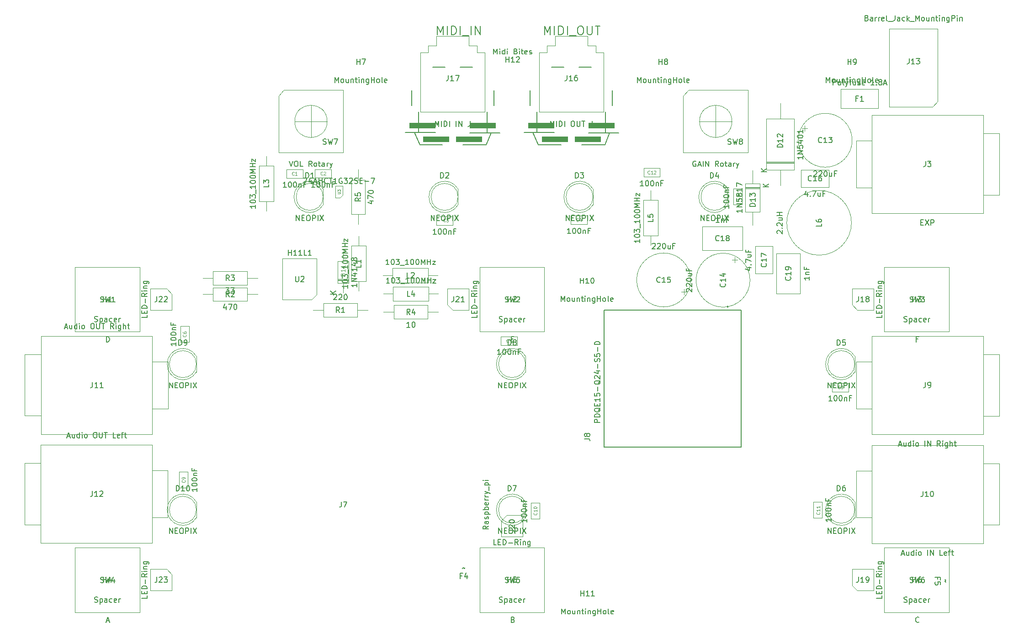
<source format=gbr>
%TF.GenerationSoftware,KiCad,Pcbnew,7.0.7-7.0.7~ubuntu23.04.1*%
%TF.CreationDate,2023-09-10T10:42:13+00:00*%
%TF.ProjectId,pedalboard-hw,70656461-6c62-46f6-9172-642d68772e6b,2.1.0*%
%TF.SameCoordinates,Original*%
%TF.FileFunction,AssemblyDrawing,Top*%
%FSLAX46Y46*%
G04 Gerber Fmt 4.6, Leading zero omitted, Abs format (unit mm)*
G04 Created by KiCad (PCBNEW 7.0.7-7.0.7~ubuntu23.04.1) date 2023-09-10 10:42:13*
%MOMM*%
%LPD*%
G01*
G04 APERTURE LIST*
%ADD10C,0.150000*%
%ADD11C,0.090000*%
%ADD12C,0.160020*%
%ADD13C,0.120000*%
%ADD14C,0.075000*%
%ADD15C,0.100000*%
%ADD16C,0.127000*%
%ADD17C,0.200000*%
%ADD18C,0.152400*%
G04 APERTURE END LIST*
D10*
X145204819Y-49497619D02*
X145204819Y-50069047D01*
X145204819Y-49783333D02*
X144204819Y-49783333D01*
X144204819Y-49783333D02*
X144347676Y-49878571D01*
X144347676Y-49878571D02*
X144442914Y-49973809D01*
X144442914Y-49973809D02*
X144490533Y-50069047D01*
X144204819Y-48878571D02*
X144204819Y-48783333D01*
X144204819Y-48783333D02*
X144252438Y-48688095D01*
X144252438Y-48688095D02*
X144300057Y-48640476D01*
X144300057Y-48640476D02*
X144395295Y-48592857D01*
X144395295Y-48592857D02*
X144585771Y-48545238D01*
X144585771Y-48545238D02*
X144823866Y-48545238D01*
X144823866Y-48545238D02*
X145014342Y-48592857D01*
X145014342Y-48592857D02*
X145109580Y-48640476D01*
X145109580Y-48640476D02*
X145157200Y-48688095D01*
X145157200Y-48688095D02*
X145204819Y-48783333D01*
X145204819Y-48783333D02*
X145204819Y-48878571D01*
X145204819Y-48878571D02*
X145157200Y-48973809D01*
X145157200Y-48973809D02*
X145109580Y-49021428D01*
X145109580Y-49021428D02*
X145014342Y-49069047D01*
X145014342Y-49069047D02*
X144823866Y-49116666D01*
X144823866Y-49116666D02*
X144585771Y-49116666D01*
X144585771Y-49116666D02*
X144395295Y-49069047D01*
X144395295Y-49069047D02*
X144300057Y-49021428D01*
X144300057Y-49021428D02*
X144252438Y-48973809D01*
X144252438Y-48973809D02*
X144204819Y-48878571D01*
X144204819Y-47926190D02*
X144204819Y-47830952D01*
X144204819Y-47830952D02*
X144252438Y-47735714D01*
X144252438Y-47735714D02*
X144300057Y-47688095D01*
X144300057Y-47688095D02*
X144395295Y-47640476D01*
X144395295Y-47640476D02*
X144585771Y-47592857D01*
X144585771Y-47592857D02*
X144823866Y-47592857D01*
X144823866Y-47592857D02*
X145014342Y-47640476D01*
X145014342Y-47640476D02*
X145109580Y-47688095D01*
X145109580Y-47688095D02*
X145157200Y-47735714D01*
X145157200Y-47735714D02*
X145204819Y-47830952D01*
X145204819Y-47830952D02*
X145204819Y-47926190D01*
X145204819Y-47926190D02*
X145157200Y-48021428D01*
X145157200Y-48021428D02*
X145109580Y-48069047D01*
X145109580Y-48069047D02*
X145014342Y-48116666D01*
X145014342Y-48116666D02*
X144823866Y-48164285D01*
X144823866Y-48164285D02*
X144585771Y-48164285D01*
X144585771Y-48164285D02*
X144395295Y-48116666D01*
X144395295Y-48116666D02*
X144300057Y-48069047D01*
X144300057Y-48069047D02*
X144252438Y-48021428D01*
X144252438Y-48021428D02*
X144204819Y-47926190D01*
X144538152Y-47164285D02*
X145204819Y-47164285D01*
X144633390Y-47164285D02*
X144585771Y-47116666D01*
X144585771Y-47116666D02*
X144538152Y-47021428D01*
X144538152Y-47021428D02*
X144538152Y-46878571D01*
X144538152Y-46878571D02*
X144585771Y-46783333D01*
X144585771Y-46783333D02*
X144681009Y-46735714D01*
X144681009Y-46735714D02*
X145204819Y-46735714D01*
X144681009Y-45926190D02*
X144681009Y-46259523D01*
X145204819Y-46259523D02*
X144204819Y-46259523D01*
X144204819Y-46259523D02*
X144204819Y-45783333D01*
D11*
X147115748Y-48149999D02*
X147144320Y-48178571D01*
X147144320Y-48178571D02*
X147172891Y-48264285D01*
X147172891Y-48264285D02*
X147172891Y-48321428D01*
X147172891Y-48321428D02*
X147144320Y-48407142D01*
X147144320Y-48407142D02*
X147087177Y-48464285D01*
X147087177Y-48464285D02*
X147030034Y-48492856D01*
X147030034Y-48492856D02*
X146915748Y-48521428D01*
X146915748Y-48521428D02*
X146830034Y-48521428D01*
X146830034Y-48521428D02*
X146715748Y-48492856D01*
X146715748Y-48492856D02*
X146658605Y-48464285D01*
X146658605Y-48464285D02*
X146601462Y-48407142D01*
X146601462Y-48407142D02*
X146572891Y-48321428D01*
X146572891Y-48321428D02*
X146572891Y-48264285D01*
X146572891Y-48264285D02*
X146601462Y-48178571D01*
X146601462Y-48178571D02*
X146630034Y-48149999D01*
X146572891Y-47607142D02*
X146572891Y-47892856D01*
X146572891Y-47892856D02*
X146858605Y-47921428D01*
X146858605Y-47921428D02*
X146830034Y-47892856D01*
X146830034Y-47892856D02*
X146801462Y-47835714D01*
X146801462Y-47835714D02*
X146801462Y-47692856D01*
X146801462Y-47692856D02*
X146830034Y-47635714D01*
X146830034Y-47635714D02*
X146858605Y-47607142D01*
X146858605Y-47607142D02*
X146915748Y-47578571D01*
X146915748Y-47578571D02*
X147058605Y-47578571D01*
X147058605Y-47578571D02*
X147115748Y-47607142D01*
X147115748Y-47607142D02*
X147144320Y-47635714D01*
X147144320Y-47635714D02*
X147172891Y-47692856D01*
X147172891Y-47692856D02*
X147172891Y-47835714D01*
X147172891Y-47835714D02*
X147144320Y-47892856D01*
X147144320Y-47892856D02*
X147115748Y-47921428D01*
D10*
X112119048Y-34954819D02*
X112119048Y-33954819D01*
X112119048Y-33954819D02*
X112452381Y-34669104D01*
X112452381Y-34669104D02*
X112785714Y-33954819D01*
X112785714Y-33954819D02*
X112785714Y-34954819D01*
X113261905Y-34954819D02*
X113261905Y-33954819D01*
X113738095Y-34954819D02*
X113738095Y-33954819D01*
X113738095Y-33954819D02*
X113976190Y-33954819D01*
X113976190Y-33954819D02*
X114119047Y-34002438D01*
X114119047Y-34002438D02*
X114214285Y-34097676D01*
X114214285Y-34097676D02*
X114261904Y-34192914D01*
X114261904Y-34192914D02*
X114309523Y-34383390D01*
X114309523Y-34383390D02*
X114309523Y-34526247D01*
X114309523Y-34526247D02*
X114261904Y-34716723D01*
X114261904Y-34716723D02*
X114214285Y-34811961D01*
X114214285Y-34811961D02*
X114119047Y-34907200D01*
X114119047Y-34907200D02*
X113976190Y-34954819D01*
X113976190Y-34954819D02*
X113738095Y-34954819D01*
X114738095Y-34954819D02*
X114738095Y-33954819D01*
X116166666Y-33954819D02*
X116357142Y-33954819D01*
X116357142Y-33954819D02*
X116452380Y-34002438D01*
X116452380Y-34002438D02*
X116547618Y-34097676D01*
X116547618Y-34097676D02*
X116595237Y-34288152D01*
X116595237Y-34288152D02*
X116595237Y-34621485D01*
X116595237Y-34621485D02*
X116547618Y-34811961D01*
X116547618Y-34811961D02*
X116452380Y-34907200D01*
X116452380Y-34907200D02*
X116357142Y-34954819D01*
X116357142Y-34954819D02*
X116166666Y-34954819D01*
X116166666Y-34954819D02*
X116071428Y-34907200D01*
X116071428Y-34907200D02*
X115976190Y-34811961D01*
X115976190Y-34811961D02*
X115928571Y-34621485D01*
X115928571Y-34621485D02*
X115928571Y-34288152D01*
X115928571Y-34288152D02*
X115976190Y-34097676D01*
X115976190Y-34097676D02*
X116071428Y-34002438D01*
X116071428Y-34002438D02*
X116166666Y-33954819D01*
X117023809Y-33954819D02*
X117023809Y-34764342D01*
X117023809Y-34764342D02*
X117071428Y-34859580D01*
X117071428Y-34859580D02*
X117119047Y-34907200D01*
X117119047Y-34907200D02*
X117214285Y-34954819D01*
X117214285Y-34954819D02*
X117404761Y-34954819D01*
X117404761Y-34954819D02*
X117499999Y-34907200D01*
X117499999Y-34907200D02*
X117547618Y-34859580D01*
X117547618Y-34859580D02*
X117595237Y-34764342D01*
X117595237Y-34764342D02*
X117595237Y-33954819D01*
X117928571Y-33954819D02*
X118499999Y-33954819D01*
X118214285Y-34954819D02*
X118214285Y-33954819D01*
X119880952Y-33954819D02*
X119880952Y-34669104D01*
X119880952Y-34669104D02*
X119833333Y-34811961D01*
X119833333Y-34811961D02*
X119738095Y-34907200D01*
X119738095Y-34907200D02*
X119595238Y-34954819D01*
X119595238Y-34954819D02*
X119500000Y-34954819D01*
X115190476Y-25454819D02*
X115190476Y-26169104D01*
X115190476Y-26169104D02*
X115142857Y-26311961D01*
X115142857Y-26311961D02*
X115047619Y-26407200D01*
X115047619Y-26407200D02*
X114904762Y-26454819D01*
X114904762Y-26454819D02*
X114809524Y-26454819D01*
X116190476Y-26454819D02*
X115619048Y-26454819D01*
X115904762Y-26454819D02*
X115904762Y-25454819D01*
X115904762Y-25454819D02*
X115809524Y-25597676D01*
X115809524Y-25597676D02*
X115714286Y-25692914D01*
X115714286Y-25692914D02*
X115619048Y-25740533D01*
X117047619Y-25454819D02*
X116857143Y-25454819D01*
X116857143Y-25454819D02*
X116761905Y-25502438D01*
X116761905Y-25502438D02*
X116714286Y-25550057D01*
X116714286Y-25550057D02*
X116619048Y-25692914D01*
X116619048Y-25692914D02*
X116571429Y-25883390D01*
X116571429Y-25883390D02*
X116571429Y-26264342D01*
X116571429Y-26264342D02*
X116619048Y-26359580D01*
X116619048Y-26359580D02*
X116666667Y-26407200D01*
X116666667Y-26407200D02*
X116761905Y-26454819D01*
X116761905Y-26454819D02*
X116952381Y-26454819D01*
X116952381Y-26454819D02*
X117047619Y-26407200D01*
X117047619Y-26407200D02*
X117095238Y-26359580D01*
X117095238Y-26359580D02*
X117142857Y-26264342D01*
X117142857Y-26264342D02*
X117142857Y-26026247D01*
X117142857Y-26026247D02*
X117095238Y-25931009D01*
X117095238Y-25931009D02*
X117047619Y-25883390D01*
X117047619Y-25883390D02*
X116952381Y-25835771D01*
X116952381Y-25835771D02*
X116761905Y-25835771D01*
X116761905Y-25835771D02*
X116666667Y-25883390D01*
X116666667Y-25883390D02*
X116619048Y-25931009D01*
X116619048Y-25931009D02*
X116571429Y-26026247D01*
X128214285Y-26804819D02*
X128214285Y-25804819D01*
X128214285Y-25804819D02*
X128547618Y-26519104D01*
X128547618Y-26519104D02*
X128880951Y-25804819D01*
X128880951Y-25804819D02*
X128880951Y-26804819D01*
X129499999Y-26804819D02*
X129404761Y-26757200D01*
X129404761Y-26757200D02*
X129357142Y-26709580D01*
X129357142Y-26709580D02*
X129309523Y-26614342D01*
X129309523Y-26614342D02*
X129309523Y-26328628D01*
X129309523Y-26328628D02*
X129357142Y-26233390D01*
X129357142Y-26233390D02*
X129404761Y-26185771D01*
X129404761Y-26185771D02*
X129499999Y-26138152D01*
X129499999Y-26138152D02*
X129642856Y-26138152D01*
X129642856Y-26138152D02*
X129738094Y-26185771D01*
X129738094Y-26185771D02*
X129785713Y-26233390D01*
X129785713Y-26233390D02*
X129833332Y-26328628D01*
X129833332Y-26328628D02*
X129833332Y-26614342D01*
X129833332Y-26614342D02*
X129785713Y-26709580D01*
X129785713Y-26709580D02*
X129738094Y-26757200D01*
X129738094Y-26757200D02*
X129642856Y-26804819D01*
X129642856Y-26804819D02*
X129499999Y-26804819D01*
X130690475Y-26138152D02*
X130690475Y-26804819D01*
X130261904Y-26138152D02*
X130261904Y-26661961D01*
X130261904Y-26661961D02*
X130309523Y-26757200D01*
X130309523Y-26757200D02*
X130404761Y-26804819D01*
X130404761Y-26804819D02*
X130547618Y-26804819D01*
X130547618Y-26804819D02*
X130642856Y-26757200D01*
X130642856Y-26757200D02*
X130690475Y-26709580D01*
X131166666Y-26138152D02*
X131166666Y-26804819D01*
X131166666Y-26233390D02*
X131214285Y-26185771D01*
X131214285Y-26185771D02*
X131309523Y-26138152D01*
X131309523Y-26138152D02*
X131452380Y-26138152D01*
X131452380Y-26138152D02*
X131547618Y-26185771D01*
X131547618Y-26185771D02*
X131595237Y-26281009D01*
X131595237Y-26281009D02*
X131595237Y-26804819D01*
X131928571Y-26138152D02*
X132309523Y-26138152D01*
X132071428Y-25804819D02*
X132071428Y-26661961D01*
X132071428Y-26661961D02*
X132119047Y-26757200D01*
X132119047Y-26757200D02*
X132214285Y-26804819D01*
X132214285Y-26804819D02*
X132309523Y-26804819D01*
X132642857Y-26804819D02*
X132642857Y-26138152D01*
X132642857Y-25804819D02*
X132595238Y-25852438D01*
X132595238Y-25852438D02*
X132642857Y-25900057D01*
X132642857Y-25900057D02*
X132690476Y-25852438D01*
X132690476Y-25852438D02*
X132642857Y-25804819D01*
X132642857Y-25804819D02*
X132642857Y-25900057D01*
X133119047Y-26138152D02*
X133119047Y-26804819D01*
X133119047Y-26233390D02*
X133166666Y-26185771D01*
X133166666Y-26185771D02*
X133261904Y-26138152D01*
X133261904Y-26138152D02*
X133404761Y-26138152D01*
X133404761Y-26138152D02*
X133499999Y-26185771D01*
X133499999Y-26185771D02*
X133547618Y-26281009D01*
X133547618Y-26281009D02*
X133547618Y-26804819D01*
X134452380Y-26138152D02*
X134452380Y-26947676D01*
X134452380Y-26947676D02*
X134404761Y-27042914D01*
X134404761Y-27042914D02*
X134357142Y-27090533D01*
X134357142Y-27090533D02*
X134261904Y-27138152D01*
X134261904Y-27138152D02*
X134119047Y-27138152D01*
X134119047Y-27138152D02*
X134023809Y-27090533D01*
X134452380Y-26757200D02*
X134357142Y-26804819D01*
X134357142Y-26804819D02*
X134166666Y-26804819D01*
X134166666Y-26804819D02*
X134071428Y-26757200D01*
X134071428Y-26757200D02*
X134023809Y-26709580D01*
X134023809Y-26709580D02*
X133976190Y-26614342D01*
X133976190Y-26614342D02*
X133976190Y-26328628D01*
X133976190Y-26328628D02*
X134023809Y-26233390D01*
X134023809Y-26233390D02*
X134071428Y-26185771D01*
X134071428Y-26185771D02*
X134166666Y-26138152D01*
X134166666Y-26138152D02*
X134357142Y-26138152D01*
X134357142Y-26138152D02*
X134452380Y-26185771D01*
X134928571Y-26804819D02*
X134928571Y-25804819D01*
X134928571Y-26281009D02*
X135499999Y-26281009D01*
X135499999Y-26804819D02*
X135499999Y-25804819D01*
X136119047Y-26804819D02*
X136023809Y-26757200D01*
X136023809Y-26757200D02*
X135976190Y-26709580D01*
X135976190Y-26709580D02*
X135928571Y-26614342D01*
X135928571Y-26614342D02*
X135928571Y-26328628D01*
X135928571Y-26328628D02*
X135976190Y-26233390D01*
X135976190Y-26233390D02*
X136023809Y-26185771D01*
X136023809Y-26185771D02*
X136119047Y-26138152D01*
X136119047Y-26138152D02*
X136261904Y-26138152D01*
X136261904Y-26138152D02*
X136357142Y-26185771D01*
X136357142Y-26185771D02*
X136404761Y-26233390D01*
X136404761Y-26233390D02*
X136452380Y-26328628D01*
X136452380Y-26328628D02*
X136452380Y-26614342D01*
X136452380Y-26614342D02*
X136404761Y-26709580D01*
X136404761Y-26709580D02*
X136357142Y-26757200D01*
X136357142Y-26757200D02*
X136261904Y-26804819D01*
X136261904Y-26804819D02*
X136119047Y-26804819D01*
X137023809Y-26804819D02*
X136928571Y-26757200D01*
X136928571Y-26757200D02*
X136880952Y-26661961D01*
X136880952Y-26661961D02*
X136880952Y-25804819D01*
X137785714Y-26757200D02*
X137690476Y-26804819D01*
X137690476Y-26804819D02*
X137500000Y-26804819D01*
X137500000Y-26804819D02*
X137404762Y-26757200D01*
X137404762Y-26757200D02*
X137357143Y-26661961D01*
X137357143Y-26661961D02*
X137357143Y-26281009D01*
X137357143Y-26281009D02*
X137404762Y-26185771D01*
X137404762Y-26185771D02*
X137500000Y-26138152D01*
X137500000Y-26138152D02*
X137690476Y-26138152D01*
X137690476Y-26138152D02*
X137785714Y-26185771D01*
X137785714Y-26185771D02*
X137833333Y-26281009D01*
X137833333Y-26281009D02*
X137833333Y-26376247D01*
X137833333Y-26376247D02*
X137357143Y-26471485D01*
X132238095Y-23454819D02*
X132238095Y-22454819D01*
X132238095Y-22931009D02*
X132809523Y-22931009D01*
X132809523Y-23454819D02*
X132809523Y-22454819D01*
X133428571Y-22883390D02*
X133333333Y-22835771D01*
X133333333Y-22835771D02*
X133285714Y-22788152D01*
X133285714Y-22788152D02*
X133238095Y-22692914D01*
X133238095Y-22692914D02*
X133238095Y-22645295D01*
X133238095Y-22645295D02*
X133285714Y-22550057D01*
X133285714Y-22550057D02*
X133333333Y-22502438D01*
X133333333Y-22502438D02*
X133428571Y-22454819D01*
X133428571Y-22454819D02*
X133619047Y-22454819D01*
X133619047Y-22454819D02*
X133714285Y-22502438D01*
X133714285Y-22502438D02*
X133761904Y-22550057D01*
X133761904Y-22550057D02*
X133809523Y-22645295D01*
X133809523Y-22645295D02*
X133809523Y-22692914D01*
X133809523Y-22692914D02*
X133761904Y-22788152D01*
X133761904Y-22788152D02*
X133714285Y-22835771D01*
X133714285Y-22835771D02*
X133619047Y-22883390D01*
X133619047Y-22883390D02*
X133428571Y-22883390D01*
X133428571Y-22883390D02*
X133333333Y-22931009D01*
X133333333Y-22931009D02*
X133285714Y-22978628D01*
X133285714Y-22978628D02*
X133238095Y-23073866D01*
X133238095Y-23073866D02*
X133238095Y-23264342D01*
X133238095Y-23264342D02*
X133285714Y-23359580D01*
X133285714Y-23359580D02*
X133333333Y-23407200D01*
X133333333Y-23407200D02*
X133428571Y-23454819D01*
X133428571Y-23454819D02*
X133619047Y-23454819D01*
X133619047Y-23454819D02*
X133714285Y-23407200D01*
X133714285Y-23407200D02*
X133761904Y-23359580D01*
X133761904Y-23359580D02*
X133809523Y-23264342D01*
X133809523Y-23264342D02*
X133809523Y-23073866D01*
X133809523Y-23073866D02*
X133761904Y-22978628D01*
X133761904Y-22978628D02*
X133714285Y-22931009D01*
X133714285Y-22931009D02*
X133619047Y-22883390D01*
X22621428Y-92369104D02*
X23097618Y-92369104D01*
X22526190Y-92654819D02*
X22859523Y-91654819D01*
X22859523Y-91654819D02*
X23192856Y-92654819D01*
X23954761Y-91988152D02*
X23954761Y-92654819D01*
X23526190Y-91988152D02*
X23526190Y-92511961D01*
X23526190Y-92511961D02*
X23573809Y-92607200D01*
X23573809Y-92607200D02*
X23669047Y-92654819D01*
X23669047Y-92654819D02*
X23811904Y-92654819D01*
X23811904Y-92654819D02*
X23907142Y-92607200D01*
X23907142Y-92607200D02*
X23954761Y-92559580D01*
X24859523Y-92654819D02*
X24859523Y-91654819D01*
X24859523Y-92607200D02*
X24764285Y-92654819D01*
X24764285Y-92654819D02*
X24573809Y-92654819D01*
X24573809Y-92654819D02*
X24478571Y-92607200D01*
X24478571Y-92607200D02*
X24430952Y-92559580D01*
X24430952Y-92559580D02*
X24383333Y-92464342D01*
X24383333Y-92464342D02*
X24383333Y-92178628D01*
X24383333Y-92178628D02*
X24430952Y-92083390D01*
X24430952Y-92083390D02*
X24478571Y-92035771D01*
X24478571Y-92035771D02*
X24573809Y-91988152D01*
X24573809Y-91988152D02*
X24764285Y-91988152D01*
X24764285Y-91988152D02*
X24859523Y-92035771D01*
X25335714Y-92654819D02*
X25335714Y-91988152D01*
X25335714Y-91654819D02*
X25288095Y-91702438D01*
X25288095Y-91702438D02*
X25335714Y-91750057D01*
X25335714Y-91750057D02*
X25383333Y-91702438D01*
X25383333Y-91702438D02*
X25335714Y-91654819D01*
X25335714Y-91654819D02*
X25335714Y-91750057D01*
X25954761Y-92654819D02*
X25859523Y-92607200D01*
X25859523Y-92607200D02*
X25811904Y-92559580D01*
X25811904Y-92559580D02*
X25764285Y-92464342D01*
X25764285Y-92464342D02*
X25764285Y-92178628D01*
X25764285Y-92178628D02*
X25811904Y-92083390D01*
X25811904Y-92083390D02*
X25859523Y-92035771D01*
X25859523Y-92035771D02*
X25954761Y-91988152D01*
X25954761Y-91988152D02*
X26097618Y-91988152D01*
X26097618Y-91988152D02*
X26192856Y-92035771D01*
X26192856Y-92035771D02*
X26240475Y-92083390D01*
X26240475Y-92083390D02*
X26288094Y-92178628D01*
X26288094Y-92178628D02*
X26288094Y-92464342D01*
X26288094Y-92464342D02*
X26240475Y-92559580D01*
X26240475Y-92559580D02*
X26192856Y-92607200D01*
X26192856Y-92607200D02*
X26097618Y-92654819D01*
X26097618Y-92654819D02*
X25954761Y-92654819D01*
X27669047Y-91654819D02*
X27859523Y-91654819D01*
X27859523Y-91654819D02*
X27954761Y-91702438D01*
X27954761Y-91702438D02*
X28049999Y-91797676D01*
X28049999Y-91797676D02*
X28097618Y-91988152D01*
X28097618Y-91988152D02*
X28097618Y-92321485D01*
X28097618Y-92321485D02*
X28049999Y-92511961D01*
X28049999Y-92511961D02*
X27954761Y-92607200D01*
X27954761Y-92607200D02*
X27859523Y-92654819D01*
X27859523Y-92654819D02*
X27669047Y-92654819D01*
X27669047Y-92654819D02*
X27573809Y-92607200D01*
X27573809Y-92607200D02*
X27478571Y-92511961D01*
X27478571Y-92511961D02*
X27430952Y-92321485D01*
X27430952Y-92321485D02*
X27430952Y-91988152D01*
X27430952Y-91988152D02*
X27478571Y-91797676D01*
X27478571Y-91797676D02*
X27573809Y-91702438D01*
X27573809Y-91702438D02*
X27669047Y-91654819D01*
X28526190Y-91654819D02*
X28526190Y-92464342D01*
X28526190Y-92464342D02*
X28573809Y-92559580D01*
X28573809Y-92559580D02*
X28621428Y-92607200D01*
X28621428Y-92607200D02*
X28716666Y-92654819D01*
X28716666Y-92654819D02*
X28907142Y-92654819D01*
X28907142Y-92654819D02*
X29002380Y-92607200D01*
X29002380Y-92607200D02*
X29049999Y-92559580D01*
X29049999Y-92559580D02*
X29097618Y-92464342D01*
X29097618Y-92464342D02*
X29097618Y-91654819D01*
X29430952Y-91654819D02*
X30002380Y-91654819D01*
X29716666Y-92654819D02*
X29716666Y-91654819D01*
X31573809Y-92654819D02*
X31097619Y-92654819D01*
X31097619Y-92654819D02*
X31097619Y-91654819D01*
X32288095Y-92607200D02*
X32192857Y-92654819D01*
X32192857Y-92654819D02*
X32002381Y-92654819D01*
X32002381Y-92654819D02*
X31907143Y-92607200D01*
X31907143Y-92607200D02*
X31859524Y-92511961D01*
X31859524Y-92511961D02*
X31859524Y-92131009D01*
X31859524Y-92131009D02*
X31907143Y-92035771D01*
X31907143Y-92035771D02*
X32002381Y-91988152D01*
X32002381Y-91988152D02*
X32192857Y-91988152D01*
X32192857Y-91988152D02*
X32288095Y-92035771D01*
X32288095Y-92035771D02*
X32335714Y-92131009D01*
X32335714Y-92131009D02*
X32335714Y-92226247D01*
X32335714Y-92226247D02*
X31859524Y-92321485D01*
X32621429Y-91988152D02*
X33002381Y-91988152D01*
X32764286Y-92654819D02*
X32764286Y-91797676D01*
X32764286Y-91797676D02*
X32811905Y-91702438D01*
X32811905Y-91702438D02*
X32907143Y-91654819D01*
X32907143Y-91654819D02*
X33002381Y-91654819D01*
X33192858Y-91988152D02*
X33573810Y-91988152D01*
X33335715Y-91654819D02*
X33335715Y-92511961D01*
X33335715Y-92511961D02*
X33383334Y-92607200D01*
X33383334Y-92607200D02*
X33478572Y-92654819D01*
X33478572Y-92654819D02*
X33573810Y-92654819D01*
X27240476Y-102539819D02*
X27240476Y-103254104D01*
X27240476Y-103254104D02*
X27192857Y-103396961D01*
X27192857Y-103396961D02*
X27097619Y-103492200D01*
X27097619Y-103492200D02*
X26954762Y-103539819D01*
X26954762Y-103539819D02*
X26859524Y-103539819D01*
X28240476Y-103539819D02*
X27669048Y-103539819D01*
X27954762Y-103539819D02*
X27954762Y-102539819D01*
X27954762Y-102539819D02*
X27859524Y-102682676D01*
X27859524Y-102682676D02*
X27764286Y-102777914D01*
X27764286Y-102777914D02*
X27669048Y-102825533D01*
X28621429Y-102635057D02*
X28669048Y-102587438D01*
X28669048Y-102587438D02*
X28764286Y-102539819D01*
X28764286Y-102539819D02*
X29002381Y-102539819D01*
X29002381Y-102539819D02*
X29097619Y-102587438D01*
X29097619Y-102587438D02*
X29145238Y-102635057D01*
X29145238Y-102635057D02*
X29192857Y-102730295D01*
X29192857Y-102730295D02*
X29192857Y-102825533D01*
X29192857Y-102825533D02*
X29145238Y-102968390D01*
X29145238Y-102968390D02*
X28573810Y-103539819D01*
X28573810Y-103539819D02*
X29192857Y-103539819D01*
X159732838Y-47238152D02*
X159732838Y-47904819D01*
X159494743Y-46857200D02*
X159256648Y-47571485D01*
X159256648Y-47571485D02*
X159875695Y-47571485D01*
X160256648Y-47809580D02*
X160304267Y-47857200D01*
X160304267Y-47857200D02*
X160256648Y-47904819D01*
X160256648Y-47904819D02*
X160209029Y-47857200D01*
X160209029Y-47857200D02*
X160256648Y-47809580D01*
X160256648Y-47809580D02*
X160256648Y-47904819D01*
X160637600Y-46904819D02*
X161304266Y-46904819D01*
X161304266Y-46904819D02*
X160875695Y-47904819D01*
X162113790Y-47238152D02*
X162113790Y-47904819D01*
X161685219Y-47238152D02*
X161685219Y-47761961D01*
X161685219Y-47761961D02*
X161732838Y-47857200D01*
X161732838Y-47857200D02*
X161828076Y-47904819D01*
X161828076Y-47904819D02*
X161970933Y-47904819D01*
X161970933Y-47904819D02*
X162066171Y-47857200D01*
X162066171Y-47857200D02*
X162113790Y-47809580D01*
X162923314Y-47381009D02*
X162589981Y-47381009D01*
X162589981Y-47904819D02*
X162589981Y-46904819D01*
X162589981Y-46904819D02*
X163066171Y-46904819D01*
X160494742Y-44959580D02*
X160447123Y-45007200D01*
X160447123Y-45007200D02*
X160304266Y-45054819D01*
X160304266Y-45054819D02*
X160209028Y-45054819D01*
X160209028Y-45054819D02*
X160066171Y-45007200D01*
X160066171Y-45007200D02*
X159970933Y-44911961D01*
X159970933Y-44911961D02*
X159923314Y-44816723D01*
X159923314Y-44816723D02*
X159875695Y-44626247D01*
X159875695Y-44626247D02*
X159875695Y-44483390D01*
X159875695Y-44483390D02*
X159923314Y-44292914D01*
X159923314Y-44292914D02*
X159970933Y-44197676D01*
X159970933Y-44197676D02*
X160066171Y-44102438D01*
X160066171Y-44102438D02*
X160209028Y-44054819D01*
X160209028Y-44054819D02*
X160304266Y-44054819D01*
X160304266Y-44054819D02*
X160447123Y-44102438D01*
X160447123Y-44102438D02*
X160494742Y-44150057D01*
X161447123Y-45054819D02*
X160875695Y-45054819D01*
X161161409Y-45054819D02*
X161161409Y-44054819D01*
X161161409Y-44054819D02*
X161066171Y-44197676D01*
X161066171Y-44197676D02*
X160970933Y-44292914D01*
X160970933Y-44292914D02*
X160875695Y-44340533D01*
X162304266Y-44054819D02*
X162113790Y-44054819D01*
X162113790Y-44054819D02*
X162018552Y-44102438D01*
X162018552Y-44102438D02*
X161970933Y-44150057D01*
X161970933Y-44150057D02*
X161875695Y-44292914D01*
X161875695Y-44292914D02*
X161828076Y-44483390D01*
X161828076Y-44483390D02*
X161828076Y-44864342D01*
X161828076Y-44864342D02*
X161875695Y-44959580D01*
X161875695Y-44959580D02*
X161923314Y-45007200D01*
X161923314Y-45007200D02*
X162018552Y-45054819D01*
X162018552Y-45054819D02*
X162209028Y-45054819D01*
X162209028Y-45054819D02*
X162304266Y-45007200D01*
X162304266Y-45007200D02*
X162351885Y-44959580D01*
X162351885Y-44959580D02*
X162399504Y-44864342D01*
X162399504Y-44864342D02*
X162399504Y-44626247D01*
X162399504Y-44626247D02*
X162351885Y-44531009D01*
X162351885Y-44531009D02*
X162304266Y-44483390D01*
X162304266Y-44483390D02*
X162209028Y-44435771D01*
X162209028Y-44435771D02*
X162018552Y-44435771D01*
X162018552Y-44435771D02*
X161923314Y-44483390D01*
X161923314Y-44483390D02*
X161875695Y-44531009D01*
X161875695Y-44531009D02*
X161828076Y-44626247D01*
X170733332Y-14831009D02*
X170876189Y-14878628D01*
X170876189Y-14878628D02*
X170923808Y-14926247D01*
X170923808Y-14926247D02*
X170971427Y-15021485D01*
X170971427Y-15021485D02*
X170971427Y-15164342D01*
X170971427Y-15164342D02*
X170923808Y-15259580D01*
X170923808Y-15259580D02*
X170876189Y-15307200D01*
X170876189Y-15307200D02*
X170780951Y-15354819D01*
X170780951Y-15354819D02*
X170399999Y-15354819D01*
X170399999Y-15354819D02*
X170399999Y-14354819D01*
X170399999Y-14354819D02*
X170733332Y-14354819D01*
X170733332Y-14354819D02*
X170828570Y-14402438D01*
X170828570Y-14402438D02*
X170876189Y-14450057D01*
X170876189Y-14450057D02*
X170923808Y-14545295D01*
X170923808Y-14545295D02*
X170923808Y-14640533D01*
X170923808Y-14640533D02*
X170876189Y-14735771D01*
X170876189Y-14735771D02*
X170828570Y-14783390D01*
X170828570Y-14783390D02*
X170733332Y-14831009D01*
X170733332Y-14831009D02*
X170399999Y-14831009D01*
X171828570Y-15354819D02*
X171828570Y-14831009D01*
X171828570Y-14831009D02*
X171780951Y-14735771D01*
X171780951Y-14735771D02*
X171685713Y-14688152D01*
X171685713Y-14688152D02*
X171495237Y-14688152D01*
X171495237Y-14688152D02*
X171399999Y-14735771D01*
X171828570Y-15307200D02*
X171733332Y-15354819D01*
X171733332Y-15354819D02*
X171495237Y-15354819D01*
X171495237Y-15354819D02*
X171399999Y-15307200D01*
X171399999Y-15307200D02*
X171352380Y-15211961D01*
X171352380Y-15211961D02*
X171352380Y-15116723D01*
X171352380Y-15116723D02*
X171399999Y-15021485D01*
X171399999Y-15021485D02*
X171495237Y-14973866D01*
X171495237Y-14973866D02*
X171733332Y-14973866D01*
X171733332Y-14973866D02*
X171828570Y-14926247D01*
X172304761Y-15354819D02*
X172304761Y-14688152D01*
X172304761Y-14878628D02*
X172352380Y-14783390D01*
X172352380Y-14783390D02*
X172399999Y-14735771D01*
X172399999Y-14735771D02*
X172495237Y-14688152D01*
X172495237Y-14688152D02*
X172590475Y-14688152D01*
X172923809Y-15354819D02*
X172923809Y-14688152D01*
X172923809Y-14878628D02*
X172971428Y-14783390D01*
X172971428Y-14783390D02*
X173019047Y-14735771D01*
X173019047Y-14735771D02*
X173114285Y-14688152D01*
X173114285Y-14688152D02*
X173209523Y-14688152D01*
X173923809Y-15307200D02*
X173828571Y-15354819D01*
X173828571Y-15354819D02*
X173638095Y-15354819D01*
X173638095Y-15354819D02*
X173542857Y-15307200D01*
X173542857Y-15307200D02*
X173495238Y-15211961D01*
X173495238Y-15211961D02*
X173495238Y-14831009D01*
X173495238Y-14831009D02*
X173542857Y-14735771D01*
X173542857Y-14735771D02*
X173638095Y-14688152D01*
X173638095Y-14688152D02*
X173828571Y-14688152D01*
X173828571Y-14688152D02*
X173923809Y-14735771D01*
X173923809Y-14735771D02*
X173971428Y-14831009D01*
X173971428Y-14831009D02*
X173971428Y-14926247D01*
X173971428Y-14926247D02*
X173495238Y-15021485D01*
X174542857Y-15354819D02*
X174447619Y-15307200D01*
X174447619Y-15307200D02*
X174400000Y-15211961D01*
X174400000Y-15211961D02*
X174400000Y-14354819D01*
X174685715Y-15450057D02*
X175447619Y-15450057D01*
X175971429Y-14354819D02*
X175971429Y-15069104D01*
X175971429Y-15069104D02*
X175923810Y-15211961D01*
X175923810Y-15211961D02*
X175828572Y-15307200D01*
X175828572Y-15307200D02*
X175685715Y-15354819D01*
X175685715Y-15354819D02*
X175590477Y-15354819D01*
X176876191Y-15354819D02*
X176876191Y-14831009D01*
X176876191Y-14831009D02*
X176828572Y-14735771D01*
X176828572Y-14735771D02*
X176733334Y-14688152D01*
X176733334Y-14688152D02*
X176542858Y-14688152D01*
X176542858Y-14688152D02*
X176447620Y-14735771D01*
X176876191Y-15307200D02*
X176780953Y-15354819D01*
X176780953Y-15354819D02*
X176542858Y-15354819D01*
X176542858Y-15354819D02*
X176447620Y-15307200D01*
X176447620Y-15307200D02*
X176400001Y-15211961D01*
X176400001Y-15211961D02*
X176400001Y-15116723D01*
X176400001Y-15116723D02*
X176447620Y-15021485D01*
X176447620Y-15021485D02*
X176542858Y-14973866D01*
X176542858Y-14973866D02*
X176780953Y-14973866D01*
X176780953Y-14973866D02*
X176876191Y-14926247D01*
X177780953Y-15307200D02*
X177685715Y-15354819D01*
X177685715Y-15354819D02*
X177495239Y-15354819D01*
X177495239Y-15354819D02*
X177400001Y-15307200D01*
X177400001Y-15307200D02*
X177352382Y-15259580D01*
X177352382Y-15259580D02*
X177304763Y-15164342D01*
X177304763Y-15164342D02*
X177304763Y-14878628D01*
X177304763Y-14878628D02*
X177352382Y-14783390D01*
X177352382Y-14783390D02*
X177400001Y-14735771D01*
X177400001Y-14735771D02*
X177495239Y-14688152D01*
X177495239Y-14688152D02*
X177685715Y-14688152D01*
X177685715Y-14688152D02*
X177780953Y-14735771D01*
X178209525Y-15354819D02*
X178209525Y-14354819D01*
X178304763Y-14973866D02*
X178590477Y-15354819D01*
X178590477Y-14688152D02*
X178209525Y-15069104D01*
X178780954Y-15450057D02*
X179542858Y-15450057D01*
X179780954Y-15354819D02*
X179780954Y-14354819D01*
X179780954Y-14354819D02*
X180114287Y-15069104D01*
X180114287Y-15069104D02*
X180447620Y-14354819D01*
X180447620Y-14354819D02*
X180447620Y-15354819D01*
X181066668Y-15354819D02*
X180971430Y-15307200D01*
X180971430Y-15307200D02*
X180923811Y-15259580D01*
X180923811Y-15259580D02*
X180876192Y-15164342D01*
X180876192Y-15164342D02*
X180876192Y-14878628D01*
X180876192Y-14878628D02*
X180923811Y-14783390D01*
X180923811Y-14783390D02*
X180971430Y-14735771D01*
X180971430Y-14735771D02*
X181066668Y-14688152D01*
X181066668Y-14688152D02*
X181209525Y-14688152D01*
X181209525Y-14688152D02*
X181304763Y-14735771D01*
X181304763Y-14735771D02*
X181352382Y-14783390D01*
X181352382Y-14783390D02*
X181400001Y-14878628D01*
X181400001Y-14878628D02*
X181400001Y-15164342D01*
X181400001Y-15164342D02*
X181352382Y-15259580D01*
X181352382Y-15259580D02*
X181304763Y-15307200D01*
X181304763Y-15307200D02*
X181209525Y-15354819D01*
X181209525Y-15354819D02*
X181066668Y-15354819D01*
X182257144Y-14688152D02*
X182257144Y-15354819D01*
X181828573Y-14688152D02*
X181828573Y-15211961D01*
X181828573Y-15211961D02*
X181876192Y-15307200D01*
X181876192Y-15307200D02*
X181971430Y-15354819D01*
X181971430Y-15354819D02*
X182114287Y-15354819D01*
X182114287Y-15354819D02*
X182209525Y-15307200D01*
X182209525Y-15307200D02*
X182257144Y-15259580D01*
X182733335Y-14688152D02*
X182733335Y-15354819D01*
X182733335Y-14783390D02*
X182780954Y-14735771D01*
X182780954Y-14735771D02*
X182876192Y-14688152D01*
X182876192Y-14688152D02*
X183019049Y-14688152D01*
X183019049Y-14688152D02*
X183114287Y-14735771D01*
X183114287Y-14735771D02*
X183161906Y-14831009D01*
X183161906Y-14831009D02*
X183161906Y-15354819D01*
X183495240Y-14688152D02*
X183876192Y-14688152D01*
X183638097Y-14354819D02*
X183638097Y-15211961D01*
X183638097Y-15211961D02*
X183685716Y-15307200D01*
X183685716Y-15307200D02*
X183780954Y-15354819D01*
X183780954Y-15354819D02*
X183876192Y-15354819D01*
X184209526Y-15354819D02*
X184209526Y-14688152D01*
X184209526Y-14354819D02*
X184161907Y-14402438D01*
X184161907Y-14402438D02*
X184209526Y-14450057D01*
X184209526Y-14450057D02*
X184257145Y-14402438D01*
X184257145Y-14402438D02*
X184209526Y-14354819D01*
X184209526Y-14354819D02*
X184209526Y-14450057D01*
X184685716Y-14688152D02*
X184685716Y-15354819D01*
X184685716Y-14783390D02*
X184733335Y-14735771D01*
X184733335Y-14735771D02*
X184828573Y-14688152D01*
X184828573Y-14688152D02*
X184971430Y-14688152D01*
X184971430Y-14688152D02*
X185066668Y-14735771D01*
X185066668Y-14735771D02*
X185114287Y-14831009D01*
X185114287Y-14831009D02*
X185114287Y-15354819D01*
X186019049Y-14688152D02*
X186019049Y-15497676D01*
X186019049Y-15497676D02*
X185971430Y-15592914D01*
X185971430Y-15592914D02*
X185923811Y-15640533D01*
X185923811Y-15640533D02*
X185828573Y-15688152D01*
X185828573Y-15688152D02*
X185685716Y-15688152D01*
X185685716Y-15688152D02*
X185590478Y-15640533D01*
X186019049Y-15307200D02*
X185923811Y-15354819D01*
X185923811Y-15354819D02*
X185733335Y-15354819D01*
X185733335Y-15354819D02*
X185638097Y-15307200D01*
X185638097Y-15307200D02*
X185590478Y-15259580D01*
X185590478Y-15259580D02*
X185542859Y-15164342D01*
X185542859Y-15164342D02*
X185542859Y-14878628D01*
X185542859Y-14878628D02*
X185590478Y-14783390D01*
X185590478Y-14783390D02*
X185638097Y-14735771D01*
X185638097Y-14735771D02*
X185733335Y-14688152D01*
X185733335Y-14688152D02*
X185923811Y-14688152D01*
X185923811Y-14688152D02*
X186019049Y-14735771D01*
X186495240Y-15354819D02*
X186495240Y-14354819D01*
X186495240Y-14354819D02*
X186876192Y-14354819D01*
X186876192Y-14354819D02*
X186971430Y-14402438D01*
X186971430Y-14402438D02*
X187019049Y-14450057D01*
X187019049Y-14450057D02*
X187066668Y-14545295D01*
X187066668Y-14545295D02*
X187066668Y-14688152D01*
X187066668Y-14688152D02*
X187019049Y-14783390D01*
X187019049Y-14783390D02*
X186971430Y-14831009D01*
X186971430Y-14831009D02*
X186876192Y-14878628D01*
X186876192Y-14878628D02*
X186495240Y-14878628D01*
X187495240Y-15354819D02*
X187495240Y-14688152D01*
X187495240Y-14354819D02*
X187447621Y-14402438D01*
X187447621Y-14402438D02*
X187495240Y-14450057D01*
X187495240Y-14450057D02*
X187542859Y-14402438D01*
X187542859Y-14402438D02*
X187495240Y-14354819D01*
X187495240Y-14354819D02*
X187495240Y-14450057D01*
X187971430Y-14688152D02*
X187971430Y-15354819D01*
X187971430Y-14783390D02*
X188019049Y-14735771D01*
X188019049Y-14735771D02*
X188114287Y-14688152D01*
X188114287Y-14688152D02*
X188257144Y-14688152D01*
X188257144Y-14688152D02*
X188352382Y-14735771D01*
X188352382Y-14735771D02*
X188400001Y-14831009D01*
X188400001Y-14831009D02*
X188400001Y-15354819D01*
X178590476Y-22354819D02*
X178590476Y-23069104D01*
X178590476Y-23069104D02*
X178542857Y-23211961D01*
X178542857Y-23211961D02*
X178447619Y-23307200D01*
X178447619Y-23307200D02*
X178304762Y-23354819D01*
X178304762Y-23354819D02*
X178209524Y-23354819D01*
X179590476Y-23354819D02*
X179019048Y-23354819D01*
X179304762Y-23354819D02*
X179304762Y-22354819D01*
X179304762Y-22354819D02*
X179209524Y-22497676D01*
X179209524Y-22497676D02*
X179114286Y-22592914D01*
X179114286Y-22592914D02*
X179019048Y-22640533D01*
X179923810Y-22354819D02*
X180542857Y-22354819D01*
X180542857Y-22354819D02*
X180209524Y-22735771D01*
X180209524Y-22735771D02*
X180352381Y-22735771D01*
X180352381Y-22735771D02*
X180447619Y-22783390D01*
X180447619Y-22783390D02*
X180495238Y-22831009D01*
X180495238Y-22831009D02*
X180542857Y-22926247D01*
X180542857Y-22926247D02*
X180542857Y-23164342D01*
X180542857Y-23164342D02*
X180495238Y-23259580D01*
X180495238Y-23259580D02*
X180447619Y-23307200D01*
X180447619Y-23307200D02*
X180352381Y-23354819D01*
X180352381Y-23354819D02*
X180066667Y-23354819D01*
X180066667Y-23354819D02*
X179971429Y-23307200D01*
X179971429Y-23307200D02*
X179923810Y-23259580D01*
X27642857Y-123107200D02*
X27785714Y-123154819D01*
X27785714Y-123154819D02*
X28023809Y-123154819D01*
X28023809Y-123154819D02*
X28119047Y-123107200D01*
X28119047Y-123107200D02*
X28166666Y-123059580D01*
X28166666Y-123059580D02*
X28214285Y-122964342D01*
X28214285Y-122964342D02*
X28214285Y-122869104D01*
X28214285Y-122869104D02*
X28166666Y-122773866D01*
X28166666Y-122773866D02*
X28119047Y-122726247D01*
X28119047Y-122726247D02*
X28023809Y-122678628D01*
X28023809Y-122678628D02*
X27833333Y-122631009D01*
X27833333Y-122631009D02*
X27738095Y-122583390D01*
X27738095Y-122583390D02*
X27690476Y-122535771D01*
X27690476Y-122535771D02*
X27642857Y-122440533D01*
X27642857Y-122440533D02*
X27642857Y-122345295D01*
X27642857Y-122345295D02*
X27690476Y-122250057D01*
X27690476Y-122250057D02*
X27738095Y-122202438D01*
X27738095Y-122202438D02*
X27833333Y-122154819D01*
X27833333Y-122154819D02*
X28071428Y-122154819D01*
X28071428Y-122154819D02*
X28214285Y-122202438D01*
X28642857Y-122488152D02*
X28642857Y-123488152D01*
X28642857Y-122535771D02*
X28738095Y-122488152D01*
X28738095Y-122488152D02*
X28928571Y-122488152D01*
X28928571Y-122488152D02*
X29023809Y-122535771D01*
X29023809Y-122535771D02*
X29071428Y-122583390D01*
X29071428Y-122583390D02*
X29119047Y-122678628D01*
X29119047Y-122678628D02*
X29119047Y-122964342D01*
X29119047Y-122964342D02*
X29071428Y-123059580D01*
X29071428Y-123059580D02*
X29023809Y-123107200D01*
X29023809Y-123107200D02*
X28928571Y-123154819D01*
X28928571Y-123154819D02*
X28738095Y-123154819D01*
X28738095Y-123154819D02*
X28642857Y-123107200D01*
X29976190Y-123154819D02*
X29976190Y-122631009D01*
X29976190Y-122631009D02*
X29928571Y-122535771D01*
X29928571Y-122535771D02*
X29833333Y-122488152D01*
X29833333Y-122488152D02*
X29642857Y-122488152D01*
X29642857Y-122488152D02*
X29547619Y-122535771D01*
X29976190Y-123107200D02*
X29880952Y-123154819D01*
X29880952Y-123154819D02*
X29642857Y-123154819D01*
X29642857Y-123154819D02*
X29547619Y-123107200D01*
X29547619Y-123107200D02*
X29500000Y-123011961D01*
X29500000Y-123011961D02*
X29500000Y-122916723D01*
X29500000Y-122916723D02*
X29547619Y-122821485D01*
X29547619Y-122821485D02*
X29642857Y-122773866D01*
X29642857Y-122773866D02*
X29880952Y-122773866D01*
X29880952Y-122773866D02*
X29976190Y-122726247D01*
X30880952Y-123107200D02*
X30785714Y-123154819D01*
X30785714Y-123154819D02*
X30595238Y-123154819D01*
X30595238Y-123154819D02*
X30500000Y-123107200D01*
X30500000Y-123107200D02*
X30452381Y-123059580D01*
X30452381Y-123059580D02*
X30404762Y-122964342D01*
X30404762Y-122964342D02*
X30404762Y-122678628D01*
X30404762Y-122678628D02*
X30452381Y-122583390D01*
X30452381Y-122583390D02*
X30500000Y-122535771D01*
X30500000Y-122535771D02*
X30595238Y-122488152D01*
X30595238Y-122488152D02*
X30785714Y-122488152D01*
X30785714Y-122488152D02*
X30880952Y-122535771D01*
X31690476Y-123107200D02*
X31595238Y-123154819D01*
X31595238Y-123154819D02*
X31404762Y-123154819D01*
X31404762Y-123154819D02*
X31309524Y-123107200D01*
X31309524Y-123107200D02*
X31261905Y-123011961D01*
X31261905Y-123011961D02*
X31261905Y-122631009D01*
X31261905Y-122631009D02*
X31309524Y-122535771D01*
X31309524Y-122535771D02*
X31404762Y-122488152D01*
X31404762Y-122488152D02*
X31595238Y-122488152D01*
X31595238Y-122488152D02*
X31690476Y-122535771D01*
X31690476Y-122535771D02*
X31738095Y-122631009D01*
X31738095Y-122631009D02*
X31738095Y-122726247D01*
X31738095Y-122726247D02*
X31261905Y-122821485D01*
X32166667Y-123154819D02*
X32166667Y-122488152D01*
X32166667Y-122678628D02*
X32214286Y-122583390D01*
X32214286Y-122583390D02*
X32261905Y-122535771D01*
X32261905Y-122535771D02*
X32357143Y-122488152D01*
X32357143Y-122488152D02*
X32452381Y-122488152D01*
X29238095Y-119454819D02*
X29238095Y-118454819D01*
X29238095Y-118931009D02*
X29809523Y-118931009D01*
X29809523Y-119454819D02*
X29809523Y-118454819D01*
X30714285Y-118788152D02*
X30714285Y-119454819D01*
X30476190Y-118407200D02*
X30238095Y-119121485D01*
X30238095Y-119121485D02*
X30857142Y-119121485D01*
X37394819Y-69904761D02*
X37394819Y-70380951D01*
X37394819Y-70380951D02*
X36394819Y-70380951D01*
X36871009Y-69571427D02*
X36871009Y-69238094D01*
X37394819Y-69095237D02*
X37394819Y-69571427D01*
X37394819Y-69571427D02*
X36394819Y-69571427D01*
X36394819Y-69571427D02*
X36394819Y-69095237D01*
X37394819Y-68666665D02*
X36394819Y-68666665D01*
X36394819Y-68666665D02*
X36394819Y-68428570D01*
X36394819Y-68428570D02*
X36442438Y-68285713D01*
X36442438Y-68285713D02*
X36537676Y-68190475D01*
X36537676Y-68190475D02*
X36632914Y-68142856D01*
X36632914Y-68142856D02*
X36823390Y-68095237D01*
X36823390Y-68095237D02*
X36966247Y-68095237D01*
X36966247Y-68095237D02*
X37156723Y-68142856D01*
X37156723Y-68142856D02*
X37251961Y-68190475D01*
X37251961Y-68190475D02*
X37347200Y-68285713D01*
X37347200Y-68285713D02*
X37394819Y-68428570D01*
X37394819Y-68428570D02*
X37394819Y-68666665D01*
X37013866Y-67666665D02*
X37013866Y-66904761D01*
X37394819Y-65857142D02*
X36918628Y-66190475D01*
X37394819Y-66428570D02*
X36394819Y-66428570D01*
X36394819Y-66428570D02*
X36394819Y-66047618D01*
X36394819Y-66047618D02*
X36442438Y-65952380D01*
X36442438Y-65952380D02*
X36490057Y-65904761D01*
X36490057Y-65904761D02*
X36585295Y-65857142D01*
X36585295Y-65857142D02*
X36728152Y-65857142D01*
X36728152Y-65857142D02*
X36823390Y-65904761D01*
X36823390Y-65904761D02*
X36871009Y-65952380D01*
X36871009Y-65952380D02*
X36918628Y-66047618D01*
X36918628Y-66047618D02*
X36918628Y-66428570D01*
X37394819Y-65428570D02*
X36728152Y-65428570D01*
X36394819Y-65428570D02*
X36442438Y-65476189D01*
X36442438Y-65476189D02*
X36490057Y-65428570D01*
X36490057Y-65428570D02*
X36442438Y-65380951D01*
X36442438Y-65380951D02*
X36394819Y-65428570D01*
X36394819Y-65428570D02*
X36490057Y-65428570D01*
X36728152Y-64952380D02*
X37394819Y-64952380D01*
X36823390Y-64952380D02*
X36775771Y-64904761D01*
X36775771Y-64904761D02*
X36728152Y-64809523D01*
X36728152Y-64809523D02*
X36728152Y-64666666D01*
X36728152Y-64666666D02*
X36775771Y-64571428D01*
X36775771Y-64571428D02*
X36871009Y-64523809D01*
X36871009Y-64523809D02*
X37394819Y-64523809D01*
X36728152Y-63619047D02*
X37537676Y-63619047D01*
X37537676Y-63619047D02*
X37632914Y-63666666D01*
X37632914Y-63666666D02*
X37680533Y-63714285D01*
X37680533Y-63714285D02*
X37728152Y-63809523D01*
X37728152Y-63809523D02*
X37728152Y-63952380D01*
X37728152Y-63952380D02*
X37680533Y-64047618D01*
X37347200Y-63619047D02*
X37394819Y-63714285D01*
X37394819Y-63714285D02*
X37394819Y-63904761D01*
X37394819Y-63904761D02*
X37347200Y-63999999D01*
X37347200Y-63999999D02*
X37299580Y-64047618D01*
X37299580Y-64047618D02*
X37204342Y-64095237D01*
X37204342Y-64095237D02*
X36918628Y-64095237D01*
X36918628Y-64095237D02*
X36823390Y-64047618D01*
X36823390Y-64047618D02*
X36775771Y-63999999D01*
X36775771Y-63999999D02*
X36728152Y-63904761D01*
X36728152Y-63904761D02*
X36728152Y-63714285D01*
X36728152Y-63714285D02*
X36775771Y-63619047D01*
X39190476Y-66454819D02*
X39190476Y-67169104D01*
X39190476Y-67169104D02*
X39142857Y-67311961D01*
X39142857Y-67311961D02*
X39047619Y-67407200D01*
X39047619Y-67407200D02*
X38904762Y-67454819D01*
X38904762Y-67454819D02*
X38809524Y-67454819D01*
X39619048Y-66550057D02*
X39666667Y-66502438D01*
X39666667Y-66502438D02*
X39761905Y-66454819D01*
X39761905Y-66454819D02*
X40000000Y-66454819D01*
X40000000Y-66454819D02*
X40095238Y-66502438D01*
X40095238Y-66502438D02*
X40142857Y-66550057D01*
X40142857Y-66550057D02*
X40190476Y-66645295D01*
X40190476Y-66645295D02*
X40190476Y-66740533D01*
X40190476Y-66740533D02*
X40142857Y-66883390D01*
X40142857Y-66883390D02*
X39571429Y-67454819D01*
X39571429Y-67454819D02*
X40190476Y-67454819D01*
X40571429Y-66550057D02*
X40619048Y-66502438D01*
X40619048Y-66502438D02*
X40714286Y-66454819D01*
X40714286Y-66454819D02*
X40952381Y-66454819D01*
X40952381Y-66454819D02*
X41047619Y-66502438D01*
X41047619Y-66502438D02*
X41095238Y-66550057D01*
X41095238Y-66550057D02*
X41142857Y-66645295D01*
X41142857Y-66645295D02*
X41142857Y-66740533D01*
X41142857Y-66740533D02*
X41095238Y-66883390D01*
X41095238Y-66883390D02*
X40523810Y-67454819D01*
X40523810Y-67454819D02*
X41142857Y-67454819D01*
X128684819Y-55876190D02*
X128684819Y-56447618D01*
X128684819Y-56161904D02*
X127684819Y-56161904D01*
X127684819Y-56161904D02*
X127827676Y-56257142D01*
X127827676Y-56257142D02*
X127922914Y-56352380D01*
X127922914Y-56352380D02*
X127970533Y-56447618D01*
X127684819Y-55257142D02*
X127684819Y-55161904D01*
X127684819Y-55161904D02*
X127732438Y-55066666D01*
X127732438Y-55066666D02*
X127780057Y-55019047D01*
X127780057Y-55019047D02*
X127875295Y-54971428D01*
X127875295Y-54971428D02*
X128065771Y-54923809D01*
X128065771Y-54923809D02*
X128303866Y-54923809D01*
X128303866Y-54923809D02*
X128494342Y-54971428D01*
X128494342Y-54971428D02*
X128589580Y-55019047D01*
X128589580Y-55019047D02*
X128637200Y-55066666D01*
X128637200Y-55066666D02*
X128684819Y-55161904D01*
X128684819Y-55161904D02*
X128684819Y-55257142D01*
X128684819Y-55257142D02*
X128637200Y-55352380D01*
X128637200Y-55352380D02*
X128589580Y-55399999D01*
X128589580Y-55399999D02*
X128494342Y-55447618D01*
X128494342Y-55447618D02*
X128303866Y-55495237D01*
X128303866Y-55495237D02*
X128065771Y-55495237D01*
X128065771Y-55495237D02*
X127875295Y-55447618D01*
X127875295Y-55447618D02*
X127780057Y-55399999D01*
X127780057Y-55399999D02*
X127732438Y-55352380D01*
X127732438Y-55352380D02*
X127684819Y-55257142D01*
X127684819Y-54590475D02*
X127684819Y-53971428D01*
X127684819Y-53971428D02*
X128065771Y-54304761D01*
X128065771Y-54304761D02*
X128065771Y-54161904D01*
X128065771Y-54161904D02*
X128113390Y-54066666D01*
X128113390Y-54066666D02*
X128161009Y-54019047D01*
X128161009Y-54019047D02*
X128256247Y-53971428D01*
X128256247Y-53971428D02*
X128494342Y-53971428D01*
X128494342Y-53971428D02*
X128589580Y-54019047D01*
X128589580Y-54019047D02*
X128637200Y-54066666D01*
X128637200Y-54066666D02*
X128684819Y-54161904D01*
X128684819Y-54161904D02*
X128684819Y-54447618D01*
X128684819Y-54447618D02*
X128637200Y-54542856D01*
X128637200Y-54542856D02*
X128589580Y-54590475D01*
X128780057Y-53780952D02*
X128780057Y-53019047D01*
X128684819Y-52257142D02*
X128684819Y-52828570D01*
X128684819Y-52542856D02*
X127684819Y-52542856D01*
X127684819Y-52542856D02*
X127827676Y-52638094D01*
X127827676Y-52638094D02*
X127922914Y-52733332D01*
X127922914Y-52733332D02*
X127970533Y-52828570D01*
X127684819Y-51638094D02*
X127684819Y-51542856D01*
X127684819Y-51542856D02*
X127732438Y-51447618D01*
X127732438Y-51447618D02*
X127780057Y-51399999D01*
X127780057Y-51399999D02*
X127875295Y-51352380D01*
X127875295Y-51352380D02*
X128065771Y-51304761D01*
X128065771Y-51304761D02*
X128303866Y-51304761D01*
X128303866Y-51304761D02*
X128494342Y-51352380D01*
X128494342Y-51352380D02*
X128589580Y-51399999D01*
X128589580Y-51399999D02*
X128637200Y-51447618D01*
X128637200Y-51447618D02*
X128684819Y-51542856D01*
X128684819Y-51542856D02*
X128684819Y-51638094D01*
X128684819Y-51638094D02*
X128637200Y-51733332D01*
X128637200Y-51733332D02*
X128589580Y-51780951D01*
X128589580Y-51780951D02*
X128494342Y-51828570D01*
X128494342Y-51828570D02*
X128303866Y-51876189D01*
X128303866Y-51876189D02*
X128065771Y-51876189D01*
X128065771Y-51876189D02*
X127875295Y-51828570D01*
X127875295Y-51828570D02*
X127780057Y-51780951D01*
X127780057Y-51780951D02*
X127732438Y-51733332D01*
X127732438Y-51733332D02*
X127684819Y-51638094D01*
X127684819Y-50685713D02*
X127684819Y-50590475D01*
X127684819Y-50590475D02*
X127732438Y-50495237D01*
X127732438Y-50495237D02*
X127780057Y-50447618D01*
X127780057Y-50447618D02*
X127875295Y-50399999D01*
X127875295Y-50399999D02*
X128065771Y-50352380D01*
X128065771Y-50352380D02*
X128303866Y-50352380D01*
X128303866Y-50352380D02*
X128494342Y-50399999D01*
X128494342Y-50399999D02*
X128589580Y-50447618D01*
X128589580Y-50447618D02*
X128637200Y-50495237D01*
X128637200Y-50495237D02*
X128684819Y-50590475D01*
X128684819Y-50590475D02*
X128684819Y-50685713D01*
X128684819Y-50685713D02*
X128637200Y-50780951D01*
X128637200Y-50780951D02*
X128589580Y-50828570D01*
X128589580Y-50828570D02*
X128494342Y-50876189D01*
X128494342Y-50876189D02*
X128303866Y-50923808D01*
X128303866Y-50923808D02*
X128065771Y-50923808D01*
X128065771Y-50923808D02*
X127875295Y-50876189D01*
X127875295Y-50876189D02*
X127780057Y-50828570D01*
X127780057Y-50828570D02*
X127732438Y-50780951D01*
X127732438Y-50780951D02*
X127684819Y-50685713D01*
X128684819Y-49923808D02*
X127684819Y-49923808D01*
X127684819Y-49923808D02*
X128399104Y-49590475D01*
X128399104Y-49590475D02*
X127684819Y-49257142D01*
X127684819Y-49257142D02*
X128684819Y-49257142D01*
X128684819Y-48780951D02*
X127684819Y-48780951D01*
X128161009Y-48780951D02*
X128161009Y-48209523D01*
X128684819Y-48209523D02*
X127684819Y-48209523D01*
X128018152Y-47828570D02*
X128018152Y-47304761D01*
X128018152Y-47304761D02*
X128684819Y-47828570D01*
X128684819Y-47828570D02*
X128684819Y-47304761D01*
X131154819Y-52066666D02*
X131154819Y-52542856D01*
X131154819Y-52542856D02*
X130154819Y-52542856D01*
X130154819Y-51257142D02*
X130154819Y-51733332D01*
X130154819Y-51733332D02*
X130631009Y-51780951D01*
X130631009Y-51780951D02*
X130583390Y-51733332D01*
X130583390Y-51733332D02*
X130535771Y-51638094D01*
X130535771Y-51638094D02*
X130535771Y-51399999D01*
X130535771Y-51399999D02*
X130583390Y-51304761D01*
X130583390Y-51304761D02*
X130631009Y-51257142D01*
X130631009Y-51257142D02*
X130726247Y-51209523D01*
X130726247Y-51209523D02*
X130964342Y-51209523D01*
X130964342Y-51209523D02*
X131059580Y-51257142D01*
X131059580Y-51257142D02*
X131107200Y-51304761D01*
X131107200Y-51304761D02*
X131154819Y-51399999D01*
X131154819Y-51399999D02*
X131154819Y-51638094D01*
X131154819Y-51638094D02*
X131107200Y-51733332D01*
X131107200Y-51733332D02*
X131059580Y-51780951D01*
X115028810Y-52414819D02*
X115028810Y-51414819D01*
X115028810Y-51414819D02*
X115600238Y-52414819D01*
X115600238Y-52414819D02*
X115600238Y-51414819D01*
X116076429Y-51891009D02*
X116409762Y-51891009D01*
X116552619Y-52414819D02*
X116076429Y-52414819D01*
X116076429Y-52414819D02*
X116076429Y-51414819D01*
X116076429Y-51414819D02*
X116552619Y-51414819D01*
X117171667Y-51414819D02*
X117362143Y-51414819D01*
X117362143Y-51414819D02*
X117457381Y-51462438D01*
X117457381Y-51462438D02*
X117552619Y-51557676D01*
X117552619Y-51557676D02*
X117600238Y-51748152D01*
X117600238Y-51748152D02*
X117600238Y-52081485D01*
X117600238Y-52081485D02*
X117552619Y-52271961D01*
X117552619Y-52271961D02*
X117457381Y-52367200D01*
X117457381Y-52367200D02*
X117362143Y-52414819D01*
X117362143Y-52414819D02*
X117171667Y-52414819D01*
X117171667Y-52414819D02*
X117076429Y-52367200D01*
X117076429Y-52367200D02*
X116981191Y-52271961D01*
X116981191Y-52271961D02*
X116933572Y-52081485D01*
X116933572Y-52081485D02*
X116933572Y-51748152D01*
X116933572Y-51748152D02*
X116981191Y-51557676D01*
X116981191Y-51557676D02*
X117076429Y-51462438D01*
X117076429Y-51462438D02*
X117171667Y-51414819D01*
X118028810Y-52414819D02*
X118028810Y-51414819D01*
X118028810Y-51414819D02*
X118409762Y-51414819D01*
X118409762Y-51414819D02*
X118505000Y-51462438D01*
X118505000Y-51462438D02*
X118552619Y-51510057D01*
X118552619Y-51510057D02*
X118600238Y-51605295D01*
X118600238Y-51605295D02*
X118600238Y-51748152D01*
X118600238Y-51748152D02*
X118552619Y-51843390D01*
X118552619Y-51843390D02*
X118505000Y-51891009D01*
X118505000Y-51891009D02*
X118409762Y-51938628D01*
X118409762Y-51938628D02*
X118028810Y-51938628D01*
X119028810Y-52414819D02*
X119028810Y-51414819D01*
X119409762Y-51414819D02*
X120076428Y-52414819D01*
X120076428Y-51414819D02*
X119409762Y-52414819D01*
X116766905Y-44494819D02*
X116766905Y-43494819D01*
X116766905Y-43494819D02*
X117005000Y-43494819D01*
X117005000Y-43494819D02*
X117147857Y-43542438D01*
X117147857Y-43542438D02*
X117243095Y-43637676D01*
X117243095Y-43637676D02*
X117290714Y-43732914D01*
X117290714Y-43732914D02*
X117338333Y-43923390D01*
X117338333Y-43923390D02*
X117338333Y-44066247D01*
X117338333Y-44066247D02*
X117290714Y-44256723D01*
X117290714Y-44256723D02*
X117243095Y-44351961D01*
X117243095Y-44351961D02*
X117147857Y-44447200D01*
X117147857Y-44447200D02*
X117005000Y-44494819D01*
X117005000Y-44494819D02*
X116766905Y-44494819D01*
X117671667Y-43494819D02*
X118290714Y-43494819D01*
X118290714Y-43494819D02*
X117957381Y-43875771D01*
X117957381Y-43875771D02*
X118100238Y-43875771D01*
X118100238Y-43875771D02*
X118195476Y-43923390D01*
X118195476Y-43923390D02*
X118243095Y-43971009D01*
X118243095Y-43971009D02*
X118290714Y-44066247D01*
X118290714Y-44066247D02*
X118290714Y-44304342D01*
X118290714Y-44304342D02*
X118243095Y-44399580D01*
X118243095Y-44399580D02*
X118195476Y-44447200D01*
X118195476Y-44447200D02*
X118100238Y-44494819D01*
X118100238Y-44494819D02*
X117814524Y-44494819D01*
X117814524Y-44494819D02*
X117719286Y-44447200D01*
X117719286Y-44447200D02*
X117671667Y-44399580D01*
X102642857Y-71107200D02*
X102785714Y-71154819D01*
X102785714Y-71154819D02*
X103023809Y-71154819D01*
X103023809Y-71154819D02*
X103119047Y-71107200D01*
X103119047Y-71107200D02*
X103166666Y-71059580D01*
X103166666Y-71059580D02*
X103214285Y-70964342D01*
X103214285Y-70964342D02*
X103214285Y-70869104D01*
X103214285Y-70869104D02*
X103166666Y-70773866D01*
X103166666Y-70773866D02*
X103119047Y-70726247D01*
X103119047Y-70726247D02*
X103023809Y-70678628D01*
X103023809Y-70678628D02*
X102833333Y-70631009D01*
X102833333Y-70631009D02*
X102738095Y-70583390D01*
X102738095Y-70583390D02*
X102690476Y-70535771D01*
X102690476Y-70535771D02*
X102642857Y-70440533D01*
X102642857Y-70440533D02*
X102642857Y-70345295D01*
X102642857Y-70345295D02*
X102690476Y-70250057D01*
X102690476Y-70250057D02*
X102738095Y-70202438D01*
X102738095Y-70202438D02*
X102833333Y-70154819D01*
X102833333Y-70154819D02*
X103071428Y-70154819D01*
X103071428Y-70154819D02*
X103214285Y-70202438D01*
X103642857Y-70488152D02*
X103642857Y-71488152D01*
X103642857Y-70535771D02*
X103738095Y-70488152D01*
X103738095Y-70488152D02*
X103928571Y-70488152D01*
X103928571Y-70488152D02*
X104023809Y-70535771D01*
X104023809Y-70535771D02*
X104071428Y-70583390D01*
X104071428Y-70583390D02*
X104119047Y-70678628D01*
X104119047Y-70678628D02*
X104119047Y-70964342D01*
X104119047Y-70964342D02*
X104071428Y-71059580D01*
X104071428Y-71059580D02*
X104023809Y-71107200D01*
X104023809Y-71107200D02*
X103928571Y-71154819D01*
X103928571Y-71154819D02*
X103738095Y-71154819D01*
X103738095Y-71154819D02*
X103642857Y-71107200D01*
X104976190Y-71154819D02*
X104976190Y-70631009D01*
X104976190Y-70631009D02*
X104928571Y-70535771D01*
X104928571Y-70535771D02*
X104833333Y-70488152D01*
X104833333Y-70488152D02*
X104642857Y-70488152D01*
X104642857Y-70488152D02*
X104547619Y-70535771D01*
X104976190Y-71107200D02*
X104880952Y-71154819D01*
X104880952Y-71154819D02*
X104642857Y-71154819D01*
X104642857Y-71154819D02*
X104547619Y-71107200D01*
X104547619Y-71107200D02*
X104500000Y-71011961D01*
X104500000Y-71011961D02*
X104500000Y-70916723D01*
X104500000Y-70916723D02*
X104547619Y-70821485D01*
X104547619Y-70821485D02*
X104642857Y-70773866D01*
X104642857Y-70773866D02*
X104880952Y-70773866D01*
X104880952Y-70773866D02*
X104976190Y-70726247D01*
X105880952Y-71107200D02*
X105785714Y-71154819D01*
X105785714Y-71154819D02*
X105595238Y-71154819D01*
X105595238Y-71154819D02*
X105500000Y-71107200D01*
X105500000Y-71107200D02*
X105452381Y-71059580D01*
X105452381Y-71059580D02*
X105404762Y-70964342D01*
X105404762Y-70964342D02*
X105404762Y-70678628D01*
X105404762Y-70678628D02*
X105452381Y-70583390D01*
X105452381Y-70583390D02*
X105500000Y-70535771D01*
X105500000Y-70535771D02*
X105595238Y-70488152D01*
X105595238Y-70488152D02*
X105785714Y-70488152D01*
X105785714Y-70488152D02*
X105880952Y-70535771D01*
X106690476Y-71107200D02*
X106595238Y-71154819D01*
X106595238Y-71154819D02*
X106404762Y-71154819D01*
X106404762Y-71154819D02*
X106309524Y-71107200D01*
X106309524Y-71107200D02*
X106261905Y-71011961D01*
X106261905Y-71011961D02*
X106261905Y-70631009D01*
X106261905Y-70631009D02*
X106309524Y-70535771D01*
X106309524Y-70535771D02*
X106404762Y-70488152D01*
X106404762Y-70488152D02*
X106595238Y-70488152D01*
X106595238Y-70488152D02*
X106690476Y-70535771D01*
X106690476Y-70535771D02*
X106738095Y-70631009D01*
X106738095Y-70631009D02*
X106738095Y-70726247D01*
X106738095Y-70726247D02*
X106261905Y-70821485D01*
X107166667Y-71154819D02*
X107166667Y-70488152D01*
X107166667Y-70678628D02*
X107214286Y-70583390D01*
X107214286Y-70583390D02*
X107261905Y-70535771D01*
X107261905Y-70535771D02*
X107357143Y-70488152D01*
X107357143Y-70488152D02*
X107452381Y-70488152D01*
X104238095Y-67454819D02*
X104238095Y-66454819D01*
X104238095Y-66931009D02*
X104809523Y-66931009D01*
X104809523Y-67454819D02*
X104809523Y-66454819D01*
X105238095Y-66550057D02*
X105285714Y-66502438D01*
X105285714Y-66502438D02*
X105380952Y-66454819D01*
X105380952Y-66454819D02*
X105619047Y-66454819D01*
X105619047Y-66454819D02*
X105714285Y-66502438D01*
X105714285Y-66502438D02*
X105761904Y-66550057D01*
X105761904Y-66550057D02*
X105809523Y-66645295D01*
X105809523Y-66645295D02*
X105809523Y-66740533D01*
X105809523Y-66740533D02*
X105761904Y-66883390D01*
X105761904Y-66883390D02*
X105190476Y-67454819D01*
X105190476Y-67454819D02*
X105809523Y-67454819D01*
X27642857Y-71107200D02*
X27785714Y-71154819D01*
X27785714Y-71154819D02*
X28023809Y-71154819D01*
X28023809Y-71154819D02*
X28119047Y-71107200D01*
X28119047Y-71107200D02*
X28166666Y-71059580D01*
X28166666Y-71059580D02*
X28214285Y-70964342D01*
X28214285Y-70964342D02*
X28214285Y-70869104D01*
X28214285Y-70869104D02*
X28166666Y-70773866D01*
X28166666Y-70773866D02*
X28119047Y-70726247D01*
X28119047Y-70726247D02*
X28023809Y-70678628D01*
X28023809Y-70678628D02*
X27833333Y-70631009D01*
X27833333Y-70631009D02*
X27738095Y-70583390D01*
X27738095Y-70583390D02*
X27690476Y-70535771D01*
X27690476Y-70535771D02*
X27642857Y-70440533D01*
X27642857Y-70440533D02*
X27642857Y-70345295D01*
X27642857Y-70345295D02*
X27690476Y-70250057D01*
X27690476Y-70250057D02*
X27738095Y-70202438D01*
X27738095Y-70202438D02*
X27833333Y-70154819D01*
X27833333Y-70154819D02*
X28071428Y-70154819D01*
X28071428Y-70154819D02*
X28214285Y-70202438D01*
X28642857Y-70488152D02*
X28642857Y-71488152D01*
X28642857Y-70535771D02*
X28738095Y-70488152D01*
X28738095Y-70488152D02*
X28928571Y-70488152D01*
X28928571Y-70488152D02*
X29023809Y-70535771D01*
X29023809Y-70535771D02*
X29071428Y-70583390D01*
X29071428Y-70583390D02*
X29119047Y-70678628D01*
X29119047Y-70678628D02*
X29119047Y-70964342D01*
X29119047Y-70964342D02*
X29071428Y-71059580D01*
X29071428Y-71059580D02*
X29023809Y-71107200D01*
X29023809Y-71107200D02*
X28928571Y-71154819D01*
X28928571Y-71154819D02*
X28738095Y-71154819D01*
X28738095Y-71154819D02*
X28642857Y-71107200D01*
X29976190Y-71154819D02*
X29976190Y-70631009D01*
X29976190Y-70631009D02*
X29928571Y-70535771D01*
X29928571Y-70535771D02*
X29833333Y-70488152D01*
X29833333Y-70488152D02*
X29642857Y-70488152D01*
X29642857Y-70488152D02*
X29547619Y-70535771D01*
X29976190Y-71107200D02*
X29880952Y-71154819D01*
X29880952Y-71154819D02*
X29642857Y-71154819D01*
X29642857Y-71154819D02*
X29547619Y-71107200D01*
X29547619Y-71107200D02*
X29500000Y-71011961D01*
X29500000Y-71011961D02*
X29500000Y-70916723D01*
X29500000Y-70916723D02*
X29547619Y-70821485D01*
X29547619Y-70821485D02*
X29642857Y-70773866D01*
X29642857Y-70773866D02*
X29880952Y-70773866D01*
X29880952Y-70773866D02*
X29976190Y-70726247D01*
X30880952Y-71107200D02*
X30785714Y-71154819D01*
X30785714Y-71154819D02*
X30595238Y-71154819D01*
X30595238Y-71154819D02*
X30500000Y-71107200D01*
X30500000Y-71107200D02*
X30452381Y-71059580D01*
X30452381Y-71059580D02*
X30404762Y-70964342D01*
X30404762Y-70964342D02*
X30404762Y-70678628D01*
X30404762Y-70678628D02*
X30452381Y-70583390D01*
X30452381Y-70583390D02*
X30500000Y-70535771D01*
X30500000Y-70535771D02*
X30595238Y-70488152D01*
X30595238Y-70488152D02*
X30785714Y-70488152D01*
X30785714Y-70488152D02*
X30880952Y-70535771D01*
X31690476Y-71107200D02*
X31595238Y-71154819D01*
X31595238Y-71154819D02*
X31404762Y-71154819D01*
X31404762Y-71154819D02*
X31309524Y-71107200D01*
X31309524Y-71107200D02*
X31261905Y-71011961D01*
X31261905Y-71011961D02*
X31261905Y-70631009D01*
X31261905Y-70631009D02*
X31309524Y-70535771D01*
X31309524Y-70535771D02*
X31404762Y-70488152D01*
X31404762Y-70488152D02*
X31595238Y-70488152D01*
X31595238Y-70488152D02*
X31690476Y-70535771D01*
X31690476Y-70535771D02*
X31738095Y-70631009D01*
X31738095Y-70631009D02*
X31738095Y-70726247D01*
X31738095Y-70726247D02*
X31261905Y-70821485D01*
X32166667Y-71154819D02*
X32166667Y-70488152D01*
X32166667Y-70678628D02*
X32214286Y-70583390D01*
X32214286Y-70583390D02*
X32261905Y-70535771D01*
X32261905Y-70535771D02*
X32357143Y-70488152D01*
X32357143Y-70488152D02*
X32452381Y-70488152D01*
X29238095Y-67454819D02*
X29238095Y-66454819D01*
X29238095Y-66931009D02*
X29809523Y-66931009D01*
X29809523Y-67454819D02*
X29809523Y-66454819D01*
X30809523Y-67454819D02*
X30238095Y-67454819D01*
X30523809Y-67454819D02*
X30523809Y-66454819D01*
X30523809Y-66454819D02*
X30428571Y-66597676D01*
X30428571Y-66597676D02*
X30333333Y-66692914D01*
X30333333Y-66692914D02*
X30238095Y-66740533D01*
X22132619Y-72169104D02*
X22608809Y-72169104D01*
X22037381Y-72454819D02*
X22370714Y-71454819D01*
X22370714Y-71454819D02*
X22704047Y-72454819D01*
X23465952Y-71788152D02*
X23465952Y-72454819D01*
X23037381Y-71788152D02*
X23037381Y-72311961D01*
X23037381Y-72311961D02*
X23085000Y-72407200D01*
X23085000Y-72407200D02*
X23180238Y-72454819D01*
X23180238Y-72454819D02*
X23323095Y-72454819D01*
X23323095Y-72454819D02*
X23418333Y-72407200D01*
X23418333Y-72407200D02*
X23465952Y-72359580D01*
X24370714Y-72454819D02*
X24370714Y-71454819D01*
X24370714Y-72407200D02*
X24275476Y-72454819D01*
X24275476Y-72454819D02*
X24085000Y-72454819D01*
X24085000Y-72454819D02*
X23989762Y-72407200D01*
X23989762Y-72407200D02*
X23942143Y-72359580D01*
X23942143Y-72359580D02*
X23894524Y-72264342D01*
X23894524Y-72264342D02*
X23894524Y-71978628D01*
X23894524Y-71978628D02*
X23942143Y-71883390D01*
X23942143Y-71883390D02*
X23989762Y-71835771D01*
X23989762Y-71835771D02*
X24085000Y-71788152D01*
X24085000Y-71788152D02*
X24275476Y-71788152D01*
X24275476Y-71788152D02*
X24370714Y-71835771D01*
X24846905Y-72454819D02*
X24846905Y-71788152D01*
X24846905Y-71454819D02*
X24799286Y-71502438D01*
X24799286Y-71502438D02*
X24846905Y-71550057D01*
X24846905Y-71550057D02*
X24894524Y-71502438D01*
X24894524Y-71502438D02*
X24846905Y-71454819D01*
X24846905Y-71454819D02*
X24846905Y-71550057D01*
X25465952Y-72454819D02*
X25370714Y-72407200D01*
X25370714Y-72407200D02*
X25323095Y-72359580D01*
X25323095Y-72359580D02*
X25275476Y-72264342D01*
X25275476Y-72264342D02*
X25275476Y-71978628D01*
X25275476Y-71978628D02*
X25323095Y-71883390D01*
X25323095Y-71883390D02*
X25370714Y-71835771D01*
X25370714Y-71835771D02*
X25465952Y-71788152D01*
X25465952Y-71788152D02*
X25608809Y-71788152D01*
X25608809Y-71788152D02*
X25704047Y-71835771D01*
X25704047Y-71835771D02*
X25751666Y-71883390D01*
X25751666Y-71883390D02*
X25799285Y-71978628D01*
X25799285Y-71978628D02*
X25799285Y-72264342D01*
X25799285Y-72264342D02*
X25751666Y-72359580D01*
X25751666Y-72359580D02*
X25704047Y-72407200D01*
X25704047Y-72407200D02*
X25608809Y-72454819D01*
X25608809Y-72454819D02*
X25465952Y-72454819D01*
X27180238Y-71454819D02*
X27370714Y-71454819D01*
X27370714Y-71454819D02*
X27465952Y-71502438D01*
X27465952Y-71502438D02*
X27561190Y-71597676D01*
X27561190Y-71597676D02*
X27608809Y-71788152D01*
X27608809Y-71788152D02*
X27608809Y-72121485D01*
X27608809Y-72121485D02*
X27561190Y-72311961D01*
X27561190Y-72311961D02*
X27465952Y-72407200D01*
X27465952Y-72407200D02*
X27370714Y-72454819D01*
X27370714Y-72454819D02*
X27180238Y-72454819D01*
X27180238Y-72454819D02*
X27085000Y-72407200D01*
X27085000Y-72407200D02*
X26989762Y-72311961D01*
X26989762Y-72311961D02*
X26942143Y-72121485D01*
X26942143Y-72121485D02*
X26942143Y-71788152D01*
X26942143Y-71788152D02*
X26989762Y-71597676D01*
X26989762Y-71597676D02*
X27085000Y-71502438D01*
X27085000Y-71502438D02*
X27180238Y-71454819D01*
X28037381Y-71454819D02*
X28037381Y-72264342D01*
X28037381Y-72264342D02*
X28085000Y-72359580D01*
X28085000Y-72359580D02*
X28132619Y-72407200D01*
X28132619Y-72407200D02*
X28227857Y-72454819D01*
X28227857Y-72454819D02*
X28418333Y-72454819D01*
X28418333Y-72454819D02*
X28513571Y-72407200D01*
X28513571Y-72407200D02*
X28561190Y-72359580D01*
X28561190Y-72359580D02*
X28608809Y-72264342D01*
X28608809Y-72264342D02*
X28608809Y-71454819D01*
X28942143Y-71454819D02*
X29513571Y-71454819D01*
X29227857Y-72454819D02*
X29227857Y-71454819D01*
X31180238Y-72454819D02*
X30846905Y-71978628D01*
X30608810Y-72454819D02*
X30608810Y-71454819D01*
X30608810Y-71454819D02*
X30989762Y-71454819D01*
X30989762Y-71454819D02*
X31085000Y-71502438D01*
X31085000Y-71502438D02*
X31132619Y-71550057D01*
X31132619Y-71550057D02*
X31180238Y-71645295D01*
X31180238Y-71645295D02*
X31180238Y-71788152D01*
X31180238Y-71788152D02*
X31132619Y-71883390D01*
X31132619Y-71883390D02*
X31085000Y-71931009D01*
X31085000Y-71931009D02*
X30989762Y-71978628D01*
X30989762Y-71978628D02*
X30608810Y-71978628D01*
X31608810Y-72454819D02*
X31608810Y-71788152D01*
X31608810Y-71454819D02*
X31561191Y-71502438D01*
X31561191Y-71502438D02*
X31608810Y-71550057D01*
X31608810Y-71550057D02*
X31656429Y-71502438D01*
X31656429Y-71502438D02*
X31608810Y-71454819D01*
X31608810Y-71454819D02*
X31608810Y-71550057D01*
X32513571Y-71788152D02*
X32513571Y-72597676D01*
X32513571Y-72597676D02*
X32465952Y-72692914D01*
X32465952Y-72692914D02*
X32418333Y-72740533D01*
X32418333Y-72740533D02*
X32323095Y-72788152D01*
X32323095Y-72788152D02*
X32180238Y-72788152D01*
X32180238Y-72788152D02*
X32085000Y-72740533D01*
X32513571Y-72407200D02*
X32418333Y-72454819D01*
X32418333Y-72454819D02*
X32227857Y-72454819D01*
X32227857Y-72454819D02*
X32132619Y-72407200D01*
X32132619Y-72407200D02*
X32085000Y-72359580D01*
X32085000Y-72359580D02*
X32037381Y-72264342D01*
X32037381Y-72264342D02*
X32037381Y-71978628D01*
X32037381Y-71978628D02*
X32085000Y-71883390D01*
X32085000Y-71883390D02*
X32132619Y-71835771D01*
X32132619Y-71835771D02*
X32227857Y-71788152D01*
X32227857Y-71788152D02*
X32418333Y-71788152D01*
X32418333Y-71788152D02*
X32513571Y-71835771D01*
X32989762Y-72454819D02*
X32989762Y-71454819D01*
X33418333Y-72454819D02*
X33418333Y-71931009D01*
X33418333Y-71931009D02*
X33370714Y-71835771D01*
X33370714Y-71835771D02*
X33275476Y-71788152D01*
X33275476Y-71788152D02*
X33132619Y-71788152D01*
X33132619Y-71788152D02*
X33037381Y-71835771D01*
X33037381Y-71835771D02*
X32989762Y-71883390D01*
X33751667Y-71788152D02*
X34132619Y-71788152D01*
X33894524Y-71454819D02*
X33894524Y-72311961D01*
X33894524Y-72311961D02*
X33942143Y-72407200D01*
X33942143Y-72407200D02*
X34037381Y-72454819D01*
X34037381Y-72454819D02*
X34132619Y-72454819D01*
X27275476Y-82339819D02*
X27275476Y-83054104D01*
X27275476Y-83054104D02*
X27227857Y-83196961D01*
X27227857Y-83196961D02*
X27132619Y-83292200D01*
X27132619Y-83292200D02*
X26989762Y-83339819D01*
X26989762Y-83339819D02*
X26894524Y-83339819D01*
X28275476Y-83339819D02*
X27704048Y-83339819D01*
X27989762Y-83339819D02*
X27989762Y-82339819D01*
X27989762Y-82339819D02*
X27894524Y-82482676D01*
X27894524Y-82482676D02*
X27799286Y-82577914D01*
X27799286Y-82577914D02*
X27704048Y-82625533D01*
X29227857Y-83339819D02*
X28656429Y-83339819D01*
X28942143Y-83339819D02*
X28942143Y-82339819D01*
X28942143Y-82339819D02*
X28846905Y-82482676D01*
X28846905Y-82482676D02*
X28751667Y-82577914D01*
X28751667Y-82577914D02*
X28656429Y-82625533D01*
X121284819Y-89791189D02*
X120284819Y-89791189D01*
X120284819Y-89791189D02*
X120284819Y-89410237D01*
X120284819Y-89410237D02*
X120332438Y-89314999D01*
X120332438Y-89314999D02*
X120380057Y-89267380D01*
X120380057Y-89267380D02*
X120475295Y-89219761D01*
X120475295Y-89219761D02*
X120618152Y-89219761D01*
X120618152Y-89219761D02*
X120713390Y-89267380D01*
X120713390Y-89267380D02*
X120761009Y-89314999D01*
X120761009Y-89314999D02*
X120808628Y-89410237D01*
X120808628Y-89410237D02*
X120808628Y-89791189D01*
X121284819Y-88791189D02*
X120284819Y-88791189D01*
X120284819Y-88791189D02*
X120284819Y-88553094D01*
X120284819Y-88553094D02*
X120332438Y-88410237D01*
X120332438Y-88410237D02*
X120427676Y-88314999D01*
X120427676Y-88314999D02*
X120522914Y-88267380D01*
X120522914Y-88267380D02*
X120713390Y-88219761D01*
X120713390Y-88219761D02*
X120856247Y-88219761D01*
X120856247Y-88219761D02*
X121046723Y-88267380D01*
X121046723Y-88267380D02*
X121141961Y-88314999D01*
X121141961Y-88314999D02*
X121237200Y-88410237D01*
X121237200Y-88410237D02*
X121284819Y-88553094D01*
X121284819Y-88553094D02*
X121284819Y-88791189D01*
X121380057Y-87124523D02*
X121332438Y-87219761D01*
X121332438Y-87219761D02*
X121237200Y-87314999D01*
X121237200Y-87314999D02*
X121094342Y-87457856D01*
X121094342Y-87457856D02*
X121046723Y-87553094D01*
X121046723Y-87553094D02*
X121046723Y-87648332D01*
X121284819Y-87600713D02*
X121237200Y-87695951D01*
X121237200Y-87695951D02*
X121141961Y-87791189D01*
X121141961Y-87791189D02*
X120951485Y-87838808D01*
X120951485Y-87838808D02*
X120618152Y-87838808D01*
X120618152Y-87838808D02*
X120427676Y-87791189D01*
X120427676Y-87791189D02*
X120332438Y-87695951D01*
X120332438Y-87695951D02*
X120284819Y-87600713D01*
X120284819Y-87600713D02*
X120284819Y-87410237D01*
X120284819Y-87410237D02*
X120332438Y-87314999D01*
X120332438Y-87314999D02*
X120427676Y-87219761D01*
X120427676Y-87219761D02*
X120618152Y-87172142D01*
X120618152Y-87172142D02*
X120951485Y-87172142D01*
X120951485Y-87172142D02*
X121141961Y-87219761D01*
X121141961Y-87219761D02*
X121237200Y-87314999D01*
X121237200Y-87314999D02*
X121284819Y-87410237D01*
X121284819Y-87410237D02*
X121284819Y-87600713D01*
X120761009Y-86743570D02*
X120761009Y-86410237D01*
X121284819Y-86267380D02*
X121284819Y-86743570D01*
X121284819Y-86743570D02*
X120284819Y-86743570D01*
X120284819Y-86743570D02*
X120284819Y-86267380D01*
X121284819Y-85314999D02*
X121284819Y-85886427D01*
X121284819Y-85600713D02*
X120284819Y-85600713D01*
X120284819Y-85600713D02*
X120427676Y-85695951D01*
X120427676Y-85695951D02*
X120522914Y-85791189D01*
X120522914Y-85791189D02*
X120570533Y-85886427D01*
X120284819Y-84410237D02*
X120284819Y-84886427D01*
X120284819Y-84886427D02*
X120761009Y-84934046D01*
X120761009Y-84934046D02*
X120713390Y-84886427D01*
X120713390Y-84886427D02*
X120665771Y-84791189D01*
X120665771Y-84791189D02*
X120665771Y-84553094D01*
X120665771Y-84553094D02*
X120713390Y-84457856D01*
X120713390Y-84457856D02*
X120761009Y-84410237D01*
X120761009Y-84410237D02*
X120856247Y-84362618D01*
X120856247Y-84362618D02*
X121094342Y-84362618D01*
X121094342Y-84362618D02*
X121189580Y-84410237D01*
X121189580Y-84410237D02*
X121237200Y-84457856D01*
X121237200Y-84457856D02*
X121284819Y-84553094D01*
X121284819Y-84553094D02*
X121284819Y-84791189D01*
X121284819Y-84791189D02*
X121237200Y-84886427D01*
X121237200Y-84886427D02*
X121189580Y-84934046D01*
X120903866Y-83934046D02*
X120903866Y-83172142D01*
X121380057Y-82029285D02*
X121332438Y-82124523D01*
X121332438Y-82124523D02*
X121237200Y-82219761D01*
X121237200Y-82219761D02*
X121094342Y-82362618D01*
X121094342Y-82362618D02*
X121046723Y-82457856D01*
X121046723Y-82457856D02*
X121046723Y-82553094D01*
X121284819Y-82505475D02*
X121237200Y-82600713D01*
X121237200Y-82600713D02*
X121141961Y-82695951D01*
X121141961Y-82695951D02*
X120951485Y-82743570D01*
X120951485Y-82743570D02*
X120618152Y-82743570D01*
X120618152Y-82743570D02*
X120427676Y-82695951D01*
X120427676Y-82695951D02*
X120332438Y-82600713D01*
X120332438Y-82600713D02*
X120284819Y-82505475D01*
X120284819Y-82505475D02*
X120284819Y-82314999D01*
X120284819Y-82314999D02*
X120332438Y-82219761D01*
X120332438Y-82219761D02*
X120427676Y-82124523D01*
X120427676Y-82124523D02*
X120618152Y-82076904D01*
X120618152Y-82076904D02*
X120951485Y-82076904D01*
X120951485Y-82076904D02*
X121141961Y-82124523D01*
X121141961Y-82124523D02*
X121237200Y-82219761D01*
X121237200Y-82219761D02*
X121284819Y-82314999D01*
X121284819Y-82314999D02*
X121284819Y-82505475D01*
X120380057Y-81695951D02*
X120332438Y-81648332D01*
X120332438Y-81648332D02*
X120284819Y-81553094D01*
X120284819Y-81553094D02*
X120284819Y-81314999D01*
X120284819Y-81314999D02*
X120332438Y-81219761D01*
X120332438Y-81219761D02*
X120380057Y-81172142D01*
X120380057Y-81172142D02*
X120475295Y-81124523D01*
X120475295Y-81124523D02*
X120570533Y-81124523D01*
X120570533Y-81124523D02*
X120713390Y-81172142D01*
X120713390Y-81172142D02*
X121284819Y-81743570D01*
X121284819Y-81743570D02*
X121284819Y-81124523D01*
X120618152Y-80267380D02*
X121284819Y-80267380D01*
X120237200Y-80505475D02*
X120951485Y-80743570D01*
X120951485Y-80743570D02*
X120951485Y-80124523D01*
X120903866Y-79743570D02*
X120903866Y-78981666D01*
X121237200Y-78553094D02*
X121284819Y-78410237D01*
X121284819Y-78410237D02*
X121284819Y-78172142D01*
X121284819Y-78172142D02*
X121237200Y-78076904D01*
X121237200Y-78076904D02*
X121189580Y-78029285D01*
X121189580Y-78029285D02*
X121094342Y-77981666D01*
X121094342Y-77981666D02*
X120999104Y-77981666D01*
X120999104Y-77981666D02*
X120903866Y-78029285D01*
X120903866Y-78029285D02*
X120856247Y-78076904D01*
X120856247Y-78076904D02*
X120808628Y-78172142D01*
X120808628Y-78172142D02*
X120761009Y-78362618D01*
X120761009Y-78362618D02*
X120713390Y-78457856D01*
X120713390Y-78457856D02*
X120665771Y-78505475D01*
X120665771Y-78505475D02*
X120570533Y-78553094D01*
X120570533Y-78553094D02*
X120475295Y-78553094D01*
X120475295Y-78553094D02*
X120380057Y-78505475D01*
X120380057Y-78505475D02*
X120332438Y-78457856D01*
X120332438Y-78457856D02*
X120284819Y-78362618D01*
X120284819Y-78362618D02*
X120284819Y-78124523D01*
X120284819Y-78124523D02*
X120332438Y-77981666D01*
X120284819Y-77076904D02*
X120284819Y-77553094D01*
X120284819Y-77553094D02*
X120761009Y-77600713D01*
X120761009Y-77600713D02*
X120713390Y-77553094D01*
X120713390Y-77553094D02*
X120665771Y-77457856D01*
X120665771Y-77457856D02*
X120665771Y-77219761D01*
X120665771Y-77219761D02*
X120713390Y-77124523D01*
X120713390Y-77124523D02*
X120761009Y-77076904D01*
X120761009Y-77076904D02*
X120856247Y-77029285D01*
X120856247Y-77029285D02*
X121094342Y-77029285D01*
X121094342Y-77029285D02*
X121189580Y-77076904D01*
X121189580Y-77076904D02*
X121237200Y-77124523D01*
X121237200Y-77124523D02*
X121284819Y-77219761D01*
X121284819Y-77219761D02*
X121284819Y-77457856D01*
X121284819Y-77457856D02*
X121237200Y-77553094D01*
X121237200Y-77553094D02*
X121189580Y-77600713D01*
X120903866Y-76600713D02*
X120903866Y-75838809D01*
X121284819Y-75362618D02*
X120284819Y-75362618D01*
X120284819Y-75362618D02*
X120284819Y-75124523D01*
X120284819Y-75124523D02*
X120332438Y-74981666D01*
X120332438Y-74981666D02*
X120427676Y-74886428D01*
X120427676Y-74886428D02*
X120522914Y-74838809D01*
X120522914Y-74838809D02*
X120713390Y-74791190D01*
X120713390Y-74791190D02*
X120856247Y-74791190D01*
X120856247Y-74791190D02*
X121046723Y-74838809D01*
X121046723Y-74838809D02*
X121141961Y-74886428D01*
X121141961Y-74886428D02*
X121237200Y-74981666D01*
X121237200Y-74981666D02*
X121284819Y-75124523D01*
X121284819Y-75124523D02*
X121284819Y-75362618D01*
X177188095Y-114164104D02*
X177664285Y-114164104D01*
X177092857Y-114449819D02*
X177426190Y-113449819D01*
X177426190Y-113449819D02*
X177759523Y-114449819D01*
X178521428Y-113783152D02*
X178521428Y-114449819D01*
X178092857Y-113783152D02*
X178092857Y-114306961D01*
X178092857Y-114306961D02*
X178140476Y-114402200D01*
X178140476Y-114402200D02*
X178235714Y-114449819D01*
X178235714Y-114449819D02*
X178378571Y-114449819D01*
X178378571Y-114449819D02*
X178473809Y-114402200D01*
X178473809Y-114402200D02*
X178521428Y-114354580D01*
X179426190Y-114449819D02*
X179426190Y-113449819D01*
X179426190Y-114402200D02*
X179330952Y-114449819D01*
X179330952Y-114449819D02*
X179140476Y-114449819D01*
X179140476Y-114449819D02*
X179045238Y-114402200D01*
X179045238Y-114402200D02*
X178997619Y-114354580D01*
X178997619Y-114354580D02*
X178950000Y-114259342D01*
X178950000Y-114259342D02*
X178950000Y-113973628D01*
X178950000Y-113973628D02*
X178997619Y-113878390D01*
X178997619Y-113878390D02*
X179045238Y-113830771D01*
X179045238Y-113830771D02*
X179140476Y-113783152D01*
X179140476Y-113783152D02*
X179330952Y-113783152D01*
X179330952Y-113783152D02*
X179426190Y-113830771D01*
X179902381Y-114449819D02*
X179902381Y-113783152D01*
X179902381Y-113449819D02*
X179854762Y-113497438D01*
X179854762Y-113497438D02*
X179902381Y-113545057D01*
X179902381Y-113545057D02*
X179950000Y-113497438D01*
X179950000Y-113497438D02*
X179902381Y-113449819D01*
X179902381Y-113449819D02*
X179902381Y-113545057D01*
X180521428Y-114449819D02*
X180426190Y-114402200D01*
X180426190Y-114402200D02*
X180378571Y-114354580D01*
X180378571Y-114354580D02*
X180330952Y-114259342D01*
X180330952Y-114259342D02*
X180330952Y-113973628D01*
X180330952Y-113973628D02*
X180378571Y-113878390D01*
X180378571Y-113878390D02*
X180426190Y-113830771D01*
X180426190Y-113830771D02*
X180521428Y-113783152D01*
X180521428Y-113783152D02*
X180664285Y-113783152D01*
X180664285Y-113783152D02*
X180759523Y-113830771D01*
X180759523Y-113830771D02*
X180807142Y-113878390D01*
X180807142Y-113878390D02*
X180854761Y-113973628D01*
X180854761Y-113973628D02*
X180854761Y-114259342D01*
X180854761Y-114259342D02*
X180807142Y-114354580D01*
X180807142Y-114354580D02*
X180759523Y-114402200D01*
X180759523Y-114402200D02*
X180664285Y-114449819D01*
X180664285Y-114449819D02*
X180521428Y-114449819D01*
X182045238Y-114449819D02*
X182045238Y-113449819D01*
X182521428Y-114449819D02*
X182521428Y-113449819D01*
X182521428Y-113449819D02*
X183092856Y-114449819D01*
X183092856Y-114449819D02*
X183092856Y-113449819D01*
X184807142Y-114449819D02*
X184330952Y-114449819D01*
X184330952Y-114449819D02*
X184330952Y-113449819D01*
X185521428Y-114402200D02*
X185426190Y-114449819D01*
X185426190Y-114449819D02*
X185235714Y-114449819D01*
X185235714Y-114449819D02*
X185140476Y-114402200D01*
X185140476Y-114402200D02*
X185092857Y-114306961D01*
X185092857Y-114306961D02*
X185092857Y-113926009D01*
X185092857Y-113926009D02*
X185140476Y-113830771D01*
X185140476Y-113830771D02*
X185235714Y-113783152D01*
X185235714Y-113783152D02*
X185426190Y-113783152D01*
X185426190Y-113783152D02*
X185521428Y-113830771D01*
X185521428Y-113830771D02*
X185569047Y-113926009D01*
X185569047Y-113926009D02*
X185569047Y-114021247D01*
X185569047Y-114021247D02*
X185092857Y-114116485D01*
X185854762Y-113783152D02*
X186235714Y-113783152D01*
X185997619Y-114449819D02*
X185997619Y-113592676D01*
X185997619Y-113592676D02*
X186045238Y-113497438D01*
X186045238Y-113497438D02*
X186140476Y-113449819D01*
X186140476Y-113449819D02*
X186235714Y-113449819D01*
X186426191Y-113783152D02*
X186807143Y-113783152D01*
X186569048Y-113449819D02*
X186569048Y-114306961D01*
X186569048Y-114306961D02*
X186616667Y-114402200D01*
X186616667Y-114402200D02*
X186711905Y-114449819D01*
X186711905Y-114449819D02*
X186807143Y-114449819D01*
X181140476Y-102564819D02*
X181140476Y-103279104D01*
X181140476Y-103279104D02*
X181092857Y-103421961D01*
X181092857Y-103421961D02*
X180997619Y-103517200D01*
X180997619Y-103517200D02*
X180854762Y-103564819D01*
X180854762Y-103564819D02*
X180759524Y-103564819D01*
X182140476Y-103564819D02*
X181569048Y-103564819D01*
X181854762Y-103564819D02*
X181854762Y-102564819D01*
X181854762Y-102564819D02*
X181759524Y-102707676D01*
X181759524Y-102707676D02*
X181664286Y-102802914D01*
X181664286Y-102802914D02*
X181569048Y-102850533D01*
X182759524Y-102564819D02*
X182854762Y-102564819D01*
X182854762Y-102564819D02*
X182950000Y-102612438D01*
X182950000Y-102612438D02*
X182997619Y-102660057D01*
X182997619Y-102660057D02*
X183045238Y-102755295D01*
X183045238Y-102755295D02*
X183092857Y-102945771D01*
X183092857Y-102945771D02*
X183092857Y-103183866D01*
X183092857Y-103183866D02*
X183045238Y-103374342D01*
X183045238Y-103374342D02*
X182997619Y-103469580D01*
X182997619Y-103469580D02*
X182950000Y-103517200D01*
X182950000Y-103517200D02*
X182854762Y-103564819D01*
X182854762Y-103564819D02*
X182759524Y-103564819D01*
X182759524Y-103564819D02*
X182664286Y-103517200D01*
X182664286Y-103517200D02*
X182616667Y-103469580D01*
X182616667Y-103469580D02*
X182569048Y-103374342D01*
X182569048Y-103374342D02*
X182521429Y-103183866D01*
X182521429Y-103183866D02*
X182521429Y-102945771D01*
X182521429Y-102945771D02*
X182569048Y-102755295D01*
X182569048Y-102755295D02*
X182616667Y-102660057D01*
X182616667Y-102660057D02*
X182664286Y-102612438D01*
X182664286Y-102612438D02*
X182759524Y-102564819D01*
X95808095Y-116873866D02*
X95855714Y-116826247D01*
X95855714Y-116826247D02*
X95950952Y-116778628D01*
X95950952Y-116778628D02*
X96141428Y-116873866D01*
X96141428Y-116873866D02*
X96236666Y-116826247D01*
X96236666Y-116826247D02*
X96284285Y-116778628D01*
X95736666Y-118231009D02*
X95403333Y-118231009D01*
X95403333Y-118754819D02*
X95403333Y-117754819D01*
X95403333Y-117754819D02*
X95879523Y-117754819D01*
X96689047Y-118088152D02*
X96689047Y-118754819D01*
X96450952Y-117707200D02*
X96212857Y-118421485D01*
X96212857Y-118421485D02*
X96831904Y-118421485D01*
X140028810Y-52414819D02*
X140028810Y-51414819D01*
X140028810Y-51414819D02*
X140600238Y-52414819D01*
X140600238Y-52414819D02*
X140600238Y-51414819D01*
X141076429Y-51891009D02*
X141409762Y-51891009D01*
X141552619Y-52414819D02*
X141076429Y-52414819D01*
X141076429Y-52414819D02*
X141076429Y-51414819D01*
X141076429Y-51414819D02*
X141552619Y-51414819D01*
X142171667Y-51414819D02*
X142362143Y-51414819D01*
X142362143Y-51414819D02*
X142457381Y-51462438D01*
X142457381Y-51462438D02*
X142552619Y-51557676D01*
X142552619Y-51557676D02*
X142600238Y-51748152D01*
X142600238Y-51748152D02*
X142600238Y-52081485D01*
X142600238Y-52081485D02*
X142552619Y-52271961D01*
X142552619Y-52271961D02*
X142457381Y-52367200D01*
X142457381Y-52367200D02*
X142362143Y-52414819D01*
X142362143Y-52414819D02*
X142171667Y-52414819D01*
X142171667Y-52414819D02*
X142076429Y-52367200D01*
X142076429Y-52367200D02*
X141981191Y-52271961D01*
X141981191Y-52271961D02*
X141933572Y-52081485D01*
X141933572Y-52081485D02*
X141933572Y-51748152D01*
X141933572Y-51748152D02*
X141981191Y-51557676D01*
X141981191Y-51557676D02*
X142076429Y-51462438D01*
X142076429Y-51462438D02*
X142171667Y-51414819D01*
X143028810Y-52414819D02*
X143028810Y-51414819D01*
X143028810Y-51414819D02*
X143409762Y-51414819D01*
X143409762Y-51414819D02*
X143505000Y-51462438D01*
X143505000Y-51462438D02*
X143552619Y-51510057D01*
X143552619Y-51510057D02*
X143600238Y-51605295D01*
X143600238Y-51605295D02*
X143600238Y-51748152D01*
X143600238Y-51748152D02*
X143552619Y-51843390D01*
X143552619Y-51843390D02*
X143505000Y-51891009D01*
X143505000Y-51891009D02*
X143409762Y-51938628D01*
X143409762Y-51938628D02*
X143028810Y-51938628D01*
X144028810Y-52414819D02*
X144028810Y-51414819D01*
X144409762Y-51414819D02*
X145076428Y-52414819D01*
X145076428Y-51414819D02*
X144409762Y-52414819D01*
X141766905Y-44494819D02*
X141766905Y-43494819D01*
X141766905Y-43494819D02*
X142005000Y-43494819D01*
X142005000Y-43494819D02*
X142147857Y-43542438D01*
X142147857Y-43542438D02*
X142243095Y-43637676D01*
X142243095Y-43637676D02*
X142290714Y-43732914D01*
X142290714Y-43732914D02*
X142338333Y-43923390D01*
X142338333Y-43923390D02*
X142338333Y-44066247D01*
X142338333Y-44066247D02*
X142290714Y-44256723D01*
X142290714Y-44256723D02*
X142243095Y-44351961D01*
X142243095Y-44351961D02*
X142147857Y-44447200D01*
X142147857Y-44447200D02*
X142005000Y-44494819D01*
X142005000Y-44494819D02*
X141766905Y-44494819D01*
X143195476Y-43828152D02*
X143195476Y-44494819D01*
X142957381Y-43447200D02*
X142719286Y-44161485D01*
X142719286Y-44161485D02*
X143338333Y-44161485D01*
X107714819Y-107727619D02*
X107714819Y-108299047D01*
X107714819Y-108013333D02*
X106714819Y-108013333D01*
X106714819Y-108013333D02*
X106857676Y-108108571D01*
X106857676Y-108108571D02*
X106952914Y-108203809D01*
X106952914Y-108203809D02*
X107000533Y-108299047D01*
X106714819Y-107108571D02*
X106714819Y-107013333D01*
X106714819Y-107013333D02*
X106762438Y-106918095D01*
X106762438Y-106918095D02*
X106810057Y-106870476D01*
X106810057Y-106870476D02*
X106905295Y-106822857D01*
X106905295Y-106822857D02*
X107095771Y-106775238D01*
X107095771Y-106775238D02*
X107333866Y-106775238D01*
X107333866Y-106775238D02*
X107524342Y-106822857D01*
X107524342Y-106822857D02*
X107619580Y-106870476D01*
X107619580Y-106870476D02*
X107667200Y-106918095D01*
X107667200Y-106918095D02*
X107714819Y-107013333D01*
X107714819Y-107013333D02*
X107714819Y-107108571D01*
X107714819Y-107108571D02*
X107667200Y-107203809D01*
X107667200Y-107203809D02*
X107619580Y-107251428D01*
X107619580Y-107251428D02*
X107524342Y-107299047D01*
X107524342Y-107299047D02*
X107333866Y-107346666D01*
X107333866Y-107346666D02*
X107095771Y-107346666D01*
X107095771Y-107346666D02*
X106905295Y-107299047D01*
X106905295Y-107299047D02*
X106810057Y-107251428D01*
X106810057Y-107251428D02*
X106762438Y-107203809D01*
X106762438Y-107203809D02*
X106714819Y-107108571D01*
X106714819Y-106156190D02*
X106714819Y-106060952D01*
X106714819Y-106060952D02*
X106762438Y-105965714D01*
X106762438Y-105965714D02*
X106810057Y-105918095D01*
X106810057Y-105918095D02*
X106905295Y-105870476D01*
X106905295Y-105870476D02*
X107095771Y-105822857D01*
X107095771Y-105822857D02*
X107333866Y-105822857D01*
X107333866Y-105822857D02*
X107524342Y-105870476D01*
X107524342Y-105870476D02*
X107619580Y-105918095D01*
X107619580Y-105918095D02*
X107667200Y-105965714D01*
X107667200Y-105965714D02*
X107714819Y-106060952D01*
X107714819Y-106060952D02*
X107714819Y-106156190D01*
X107714819Y-106156190D02*
X107667200Y-106251428D01*
X107667200Y-106251428D02*
X107619580Y-106299047D01*
X107619580Y-106299047D02*
X107524342Y-106346666D01*
X107524342Y-106346666D02*
X107333866Y-106394285D01*
X107333866Y-106394285D02*
X107095771Y-106394285D01*
X107095771Y-106394285D02*
X106905295Y-106346666D01*
X106905295Y-106346666D02*
X106810057Y-106299047D01*
X106810057Y-106299047D02*
X106762438Y-106251428D01*
X106762438Y-106251428D02*
X106714819Y-106156190D01*
X107048152Y-105394285D02*
X107714819Y-105394285D01*
X107143390Y-105394285D02*
X107095771Y-105346666D01*
X107095771Y-105346666D02*
X107048152Y-105251428D01*
X107048152Y-105251428D02*
X107048152Y-105108571D01*
X107048152Y-105108571D02*
X107095771Y-105013333D01*
X107095771Y-105013333D02*
X107191009Y-104965714D01*
X107191009Y-104965714D02*
X107714819Y-104965714D01*
X107191009Y-104156190D02*
X107191009Y-104489523D01*
X107714819Y-104489523D02*
X106714819Y-104489523D01*
X106714819Y-104489523D02*
X106714819Y-104013333D01*
D11*
X109525748Y-106565714D02*
X109554320Y-106594286D01*
X109554320Y-106594286D02*
X109582891Y-106680000D01*
X109582891Y-106680000D02*
X109582891Y-106737143D01*
X109582891Y-106737143D02*
X109554320Y-106822857D01*
X109554320Y-106822857D02*
X109497177Y-106880000D01*
X109497177Y-106880000D02*
X109440034Y-106908571D01*
X109440034Y-106908571D02*
X109325748Y-106937143D01*
X109325748Y-106937143D02*
X109240034Y-106937143D01*
X109240034Y-106937143D02*
X109125748Y-106908571D01*
X109125748Y-106908571D02*
X109068605Y-106880000D01*
X109068605Y-106880000D02*
X109011462Y-106822857D01*
X109011462Y-106822857D02*
X108982891Y-106737143D01*
X108982891Y-106737143D02*
X108982891Y-106680000D01*
X108982891Y-106680000D02*
X109011462Y-106594286D01*
X109011462Y-106594286D02*
X109040034Y-106565714D01*
X109582891Y-105994286D02*
X109582891Y-106337143D01*
X109582891Y-106165714D02*
X108982891Y-106165714D01*
X108982891Y-106165714D02*
X109068605Y-106222857D01*
X109068605Y-106222857D02*
X109125748Y-106280000D01*
X109125748Y-106280000D02*
X109154320Y-106337143D01*
X108982891Y-105622857D02*
X108982891Y-105565714D01*
X108982891Y-105565714D02*
X109011462Y-105508571D01*
X109011462Y-105508571D02*
X109040034Y-105480000D01*
X109040034Y-105480000D02*
X109097177Y-105451428D01*
X109097177Y-105451428D02*
X109211462Y-105422857D01*
X109211462Y-105422857D02*
X109354320Y-105422857D01*
X109354320Y-105422857D02*
X109468605Y-105451428D01*
X109468605Y-105451428D02*
X109525748Y-105480000D01*
X109525748Y-105480000D02*
X109554320Y-105508571D01*
X109554320Y-105508571D02*
X109582891Y-105565714D01*
X109582891Y-105565714D02*
X109582891Y-105622857D01*
X109582891Y-105622857D02*
X109554320Y-105680000D01*
X109554320Y-105680000D02*
X109525748Y-105708571D01*
X109525748Y-105708571D02*
X109468605Y-105737142D01*
X109468605Y-105737142D02*
X109354320Y-105765714D01*
X109354320Y-105765714D02*
X109211462Y-105765714D01*
X109211462Y-105765714D02*
X109097177Y-105737142D01*
X109097177Y-105737142D02*
X109040034Y-105708571D01*
X109040034Y-105708571D02*
X109011462Y-105680000D01*
X109011462Y-105680000D02*
X108982891Y-105622857D01*
D10*
X102528810Y-110414819D02*
X102528810Y-109414819D01*
X102528810Y-109414819D02*
X103100238Y-110414819D01*
X103100238Y-110414819D02*
X103100238Y-109414819D01*
X103576429Y-109891009D02*
X103909762Y-109891009D01*
X104052619Y-110414819D02*
X103576429Y-110414819D01*
X103576429Y-110414819D02*
X103576429Y-109414819D01*
X103576429Y-109414819D02*
X104052619Y-109414819D01*
X104671667Y-109414819D02*
X104862143Y-109414819D01*
X104862143Y-109414819D02*
X104957381Y-109462438D01*
X104957381Y-109462438D02*
X105052619Y-109557676D01*
X105052619Y-109557676D02*
X105100238Y-109748152D01*
X105100238Y-109748152D02*
X105100238Y-110081485D01*
X105100238Y-110081485D02*
X105052619Y-110271961D01*
X105052619Y-110271961D02*
X104957381Y-110367200D01*
X104957381Y-110367200D02*
X104862143Y-110414819D01*
X104862143Y-110414819D02*
X104671667Y-110414819D01*
X104671667Y-110414819D02*
X104576429Y-110367200D01*
X104576429Y-110367200D02*
X104481191Y-110271961D01*
X104481191Y-110271961D02*
X104433572Y-110081485D01*
X104433572Y-110081485D02*
X104433572Y-109748152D01*
X104433572Y-109748152D02*
X104481191Y-109557676D01*
X104481191Y-109557676D02*
X104576429Y-109462438D01*
X104576429Y-109462438D02*
X104671667Y-109414819D01*
X105528810Y-110414819D02*
X105528810Y-109414819D01*
X105528810Y-109414819D02*
X105909762Y-109414819D01*
X105909762Y-109414819D02*
X106005000Y-109462438D01*
X106005000Y-109462438D02*
X106052619Y-109510057D01*
X106052619Y-109510057D02*
X106100238Y-109605295D01*
X106100238Y-109605295D02*
X106100238Y-109748152D01*
X106100238Y-109748152D02*
X106052619Y-109843390D01*
X106052619Y-109843390D02*
X106005000Y-109891009D01*
X106005000Y-109891009D02*
X105909762Y-109938628D01*
X105909762Y-109938628D02*
X105528810Y-109938628D01*
X106528810Y-110414819D02*
X106528810Y-109414819D01*
X106909762Y-109414819D02*
X107576428Y-110414819D01*
X107576428Y-109414819D02*
X106909762Y-110414819D01*
X104266905Y-102494819D02*
X104266905Y-101494819D01*
X104266905Y-101494819D02*
X104505000Y-101494819D01*
X104505000Y-101494819D02*
X104647857Y-101542438D01*
X104647857Y-101542438D02*
X104743095Y-101637676D01*
X104743095Y-101637676D02*
X104790714Y-101732914D01*
X104790714Y-101732914D02*
X104838333Y-101923390D01*
X104838333Y-101923390D02*
X104838333Y-102066247D01*
X104838333Y-102066247D02*
X104790714Y-102256723D01*
X104790714Y-102256723D02*
X104743095Y-102351961D01*
X104743095Y-102351961D02*
X104647857Y-102447200D01*
X104647857Y-102447200D02*
X104505000Y-102494819D01*
X104505000Y-102494819D02*
X104266905Y-102494819D01*
X105171667Y-101494819D02*
X105838333Y-101494819D01*
X105838333Y-101494819D02*
X105409762Y-102494819D01*
X114194285Y-125324819D02*
X114194285Y-124324819D01*
X114194285Y-124324819D02*
X114527618Y-125039104D01*
X114527618Y-125039104D02*
X114860951Y-124324819D01*
X114860951Y-124324819D02*
X114860951Y-125324819D01*
X115479999Y-125324819D02*
X115384761Y-125277200D01*
X115384761Y-125277200D02*
X115337142Y-125229580D01*
X115337142Y-125229580D02*
X115289523Y-125134342D01*
X115289523Y-125134342D02*
X115289523Y-124848628D01*
X115289523Y-124848628D02*
X115337142Y-124753390D01*
X115337142Y-124753390D02*
X115384761Y-124705771D01*
X115384761Y-124705771D02*
X115479999Y-124658152D01*
X115479999Y-124658152D02*
X115622856Y-124658152D01*
X115622856Y-124658152D02*
X115718094Y-124705771D01*
X115718094Y-124705771D02*
X115765713Y-124753390D01*
X115765713Y-124753390D02*
X115813332Y-124848628D01*
X115813332Y-124848628D02*
X115813332Y-125134342D01*
X115813332Y-125134342D02*
X115765713Y-125229580D01*
X115765713Y-125229580D02*
X115718094Y-125277200D01*
X115718094Y-125277200D02*
X115622856Y-125324819D01*
X115622856Y-125324819D02*
X115479999Y-125324819D01*
X116670475Y-124658152D02*
X116670475Y-125324819D01*
X116241904Y-124658152D02*
X116241904Y-125181961D01*
X116241904Y-125181961D02*
X116289523Y-125277200D01*
X116289523Y-125277200D02*
X116384761Y-125324819D01*
X116384761Y-125324819D02*
X116527618Y-125324819D01*
X116527618Y-125324819D02*
X116622856Y-125277200D01*
X116622856Y-125277200D02*
X116670475Y-125229580D01*
X117146666Y-124658152D02*
X117146666Y-125324819D01*
X117146666Y-124753390D02*
X117194285Y-124705771D01*
X117194285Y-124705771D02*
X117289523Y-124658152D01*
X117289523Y-124658152D02*
X117432380Y-124658152D01*
X117432380Y-124658152D02*
X117527618Y-124705771D01*
X117527618Y-124705771D02*
X117575237Y-124801009D01*
X117575237Y-124801009D02*
X117575237Y-125324819D01*
X117908571Y-124658152D02*
X118289523Y-124658152D01*
X118051428Y-124324819D02*
X118051428Y-125181961D01*
X118051428Y-125181961D02*
X118099047Y-125277200D01*
X118099047Y-125277200D02*
X118194285Y-125324819D01*
X118194285Y-125324819D02*
X118289523Y-125324819D01*
X118622857Y-125324819D02*
X118622857Y-124658152D01*
X118622857Y-124324819D02*
X118575238Y-124372438D01*
X118575238Y-124372438D02*
X118622857Y-124420057D01*
X118622857Y-124420057D02*
X118670476Y-124372438D01*
X118670476Y-124372438D02*
X118622857Y-124324819D01*
X118622857Y-124324819D02*
X118622857Y-124420057D01*
X119099047Y-124658152D02*
X119099047Y-125324819D01*
X119099047Y-124753390D02*
X119146666Y-124705771D01*
X119146666Y-124705771D02*
X119241904Y-124658152D01*
X119241904Y-124658152D02*
X119384761Y-124658152D01*
X119384761Y-124658152D02*
X119479999Y-124705771D01*
X119479999Y-124705771D02*
X119527618Y-124801009D01*
X119527618Y-124801009D02*
X119527618Y-125324819D01*
X120432380Y-124658152D02*
X120432380Y-125467676D01*
X120432380Y-125467676D02*
X120384761Y-125562914D01*
X120384761Y-125562914D02*
X120337142Y-125610533D01*
X120337142Y-125610533D02*
X120241904Y-125658152D01*
X120241904Y-125658152D02*
X120099047Y-125658152D01*
X120099047Y-125658152D02*
X120003809Y-125610533D01*
X120432380Y-125277200D02*
X120337142Y-125324819D01*
X120337142Y-125324819D02*
X120146666Y-125324819D01*
X120146666Y-125324819D02*
X120051428Y-125277200D01*
X120051428Y-125277200D02*
X120003809Y-125229580D01*
X120003809Y-125229580D02*
X119956190Y-125134342D01*
X119956190Y-125134342D02*
X119956190Y-124848628D01*
X119956190Y-124848628D02*
X120003809Y-124753390D01*
X120003809Y-124753390D02*
X120051428Y-124705771D01*
X120051428Y-124705771D02*
X120146666Y-124658152D01*
X120146666Y-124658152D02*
X120337142Y-124658152D01*
X120337142Y-124658152D02*
X120432380Y-124705771D01*
X120908571Y-125324819D02*
X120908571Y-124324819D01*
X120908571Y-124801009D02*
X121479999Y-124801009D01*
X121479999Y-125324819D02*
X121479999Y-124324819D01*
X122099047Y-125324819D02*
X122003809Y-125277200D01*
X122003809Y-125277200D02*
X121956190Y-125229580D01*
X121956190Y-125229580D02*
X121908571Y-125134342D01*
X121908571Y-125134342D02*
X121908571Y-124848628D01*
X121908571Y-124848628D02*
X121956190Y-124753390D01*
X121956190Y-124753390D02*
X122003809Y-124705771D01*
X122003809Y-124705771D02*
X122099047Y-124658152D01*
X122099047Y-124658152D02*
X122241904Y-124658152D01*
X122241904Y-124658152D02*
X122337142Y-124705771D01*
X122337142Y-124705771D02*
X122384761Y-124753390D01*
X122384761Y-124753390D02*
X122432380Y-124848628D01*
X122432380Y-124848628D02*
X122432380Y-125134342D01*
X122432380Y-125134342D02*
X122384761Y-125229580D01*
X122384761Y-125229580D02*
X122337142Y-125277200D01*
X122337142Y-125277200D02*
X122241904Y-125324819D01*
X122241904Y-125324819D02*
X122099047Y-125324819D01*
X123003809Y-125324819D02*
X122908571Y-125277200D01*
X122908571Y-125277200D02*
X122860952Y-125181961D01*
X122860952Y-125181961D02*
X122860952Y-124324819D01*
X123765714Y-125277200D02*
X123670476Y-125324819D01*
X123670476Y-125324819D02*
X123480000Y-125324819D01*
X123480000Y-125324819D02*
X123384762Y-125277200D01*
X123384762Y-125277200D02*
X123337143Y-125181961D01*
X123337143Y-125181961D02*
X123337143Y-124801009D01*
X123337143Y-124801009D02*
X123384762Y-124705771D01*
X123384762Y-124705771D02*
X123480000Y-124658152D01*
X123480000Y-124658152D02*
X123670476Y-124658152D01*
X123670476Y-124658152D02*
X123765714Y-124705771D01*
X123765714Y-124705771D02*
X123813333Y-124801009D01*
X123813333Y-124801009D02*
X123813333Y-124896247D01*
X123813333Y-124896247D02*
X123337143Y-124991485D01*
X117741905Y-121974819D02*
X117741905Y-120974819D01*
X117741905Y-121451009D02*
X118313333Y-121451009D01*
X118313333Y-121974819D02*
X118313333Y-120974819D01*
X119313333Y-121974819D02*
X118741905Y-121974819D01*
X119027619Y-121974819D02*
X119027619Y-120974819D01*
X119027619Y-120974819D02*
X118932381Y-121117676D01*
X118932381Y-121117676D02*
X118837143Y-121212914D01*
X118837143Y-121212914D02*
X118741905Y-121260533D01*
X120265714Y-121974819D02*
X119694286Y-121974819D01*
X119980000Y-121974819D02*
X119980000Y-120974819D01*
X119980000Y-120974819D02*
X119884762Y-121117676D01*
X119884762Y-121117676D02*
X119789524Y-121212914D01*
X119789524Y-121212914D02*
X119694286Y-121260533D01*
X173514819Y-121904761D02*
X173514819Y-122380951D01*
X173514819Y-122380951D02*
X172514819Y-122380951D01*
X172991009Y-121571427D02*
X172991009Y-121238094D01*
X173514819Y-121095237D02*
X173514819Y-121571427D01*
X173514819Y-121571427D02*
X172514819Y-121571427D01*
X172514819Y-121571427D02*
X172514819Y-121095237D01*
X173514819Y-120666665D02*
X172514819Y-120666665D01*
X172514819Y-120666665D02*
X172514819Y-120428570D01*
X172514819Y-120428570D02*
X172562438Y-120285713D01*
X172562438Y-120285713D02*
X172657676Y-120190475D01*
X172657676Y-120190475D02*
X172752914Y-120142856D01*
X172752914Y-120142856D02*
X172943390Y-120095237D01*
X172943390Y-120095237D02*
X173086247Y-120095237D01*
X173086247Y-120095237D02*
X173276723Y-120142856D01*
X173276723Y-120142856D02*
X173371961Y-120190475D01*
X173371961Y-120190475D02*
X173467200Y-120285713D01*
X173467200Y-120285713D02*
X173514819Y-120428570D01*
X173514819Y-120428570D02*
X173514819Y-120666665D01*
X173133866Y-119666665D02*
X173133866Y-118904761D01*
X173514819Y-117857142D02*
X173038628Y-118190475D01*
X173514819Y-118428570D02*
X172514819Y-118428570D01*
X172514819Y-118428570D02*
X172514819Y-118047618D01*
X172514819Y-118047618D02*
X172562438Y-117952380D01*
X172562438Y-117952380D02*
X172610057Y-117904761D01*
X172610057Y-117904761D02*
X172705295Y-117857142D01*
X172705295Y-117857142D02*
X172848152Y-117857142D01*
X172848152Y-117857142D02*
X172943390Y-117904761D01*
X172943390Y-117904761D02*
X172991009Y-117952380D01*
X172991009Y-117952380D02*
X173038628Y-118047618D01*
X173038628Y-118047618D02*
X173038628Y-118428570D01*
X173514819Y-117428570D02*
X172848152Y-117428570D01*
X172514819Y-117428570D02*
X172562438Y-117476189D01*
X172562438Y-117476189D02*
X172610057Y-117428570D01*
X172610057Y-117428570D02*
X172562438Y-117380951D01*
X172562438Y-117380951D02*
X172514819Y-117428570D01*
X172514819Y-117428570D02*
X172610057Y-117428570D01*
X172848152Y-116952380D02*
X173514819Y-116952380D01*
X172943390Y-116952380D02*
X172895771Y-116904761D01*
X172895771Y-116904761D02*
X172848152Y-116809523D01*
X172848152Y-116809523D02*
X172848152Y-116666666D01*
X172848152Y-116666666D02*
X172895771Y-116571428D01*
X172895771Y-116571428D02*
X172991009Y-116523809D01*
X172991009Y-116523809D02*
X173514819Y-116523809D01*
X172848152Y-115619047D02*
X173657676Y-115619047D01*
X173657676Y-115619047D02*
X173752914Y-115666666D01*
X173752914Y-115666666D02*
X173800533Y-115714285D01*
X173800533Y-115714285D02*
X173848152Y-115809523D01*
X173848152Y-115809523D02*
X173848152Y-115952380D01*
X173848152Y-115952380D02*
X173800533Y-116047618D01*
X173467200Y-115619047D02*
X173514819Y-115714285D01*
X173514819Y-115714285D02*
X173514819Y-115904761D01*
X173514819Y-115904761D02*
X173467200Y-115999999D01*
X173467200Y-115999999D02*
X173419580Y-116047618D01*
X173419580Y-116047618D02*
X173324342Y-116095237D01*
X173324342Y-116095237D02*
X173038628Y-116095237D01*
X173038628Y-116095237D02*
X172943390Y-116047618D01*
X172943390Y-116047618D02*
X172895771Y-115999999D01*
X172895771Y-115999999D02*
X172848152Y-115904761D01*
X172848152Y-115904761D02*
X172848152Y-115714285D01*
X172848152Y-115714285D02*
X172895771Y-115619047D01*
X169190476Y-118454819D02*
X169190476Y-119169104D01*
X169190476Y-119169104D02*
X169142857Y-119311961D01*
X169142857Y-119311961D02*
X169047619Y-119407200D01*
X169047619Y-119407200D02*
X168904762Y-119454819D01*
X168904762Y-119454819D02*
X168809524Y-119454819D01*
X170190476Y-119454819D02*
X169619048Y-119454819D01*
X169904762Y-119454819D02*
X169904762Y-118454819D01*
X169904762Y-118454819D02*
X169809524Y-118597676D01*
X169809524Y-118597676D02*
X169714286Y-118692914D01*
X169714286Y-118692914D02*
X169619048Y-118740533D01*
X170666667Y-119454819D02*
X170857143Y-119454819D01*
X170857143Y-119454819D02*
X170952381Y-119407200D01*
X170952381Y-119407200D02*
X171000000Y-119359580D01*
X171000000Y-119359580D02*
X171095238Y-119216723D01*
X171095238Y-119216723D02*
X171142857Y-119026247D01*
X171142857Y-119026247D02*
X171142857Y-118645295D01*
X171142857Y-118645295D02*
X171095238Y-118550057D01*
X171095238Y-118550057D02*
X171047619Y-118502438D01*
X171047619Y-118502438D02*
X170952381Y-118454819D01*
X170952381Y-118454819D02*
X170761905Y-118454819D01*
X170761905Y-118454819D02*
X170666667Y-118502438D01*
X170666667Y-118502438D02*
X170619048Y-118550057D01*
X170619048Y-118550057D02*
X170571429Y-118645295D01*
X170571429Y-118645295D02*
X170571429Y-118883390D01*
X170571429Y-118883390D02*
X170619048Y-118978628D01*
X170619048Y-118978628D02*
X170666667Y-119026247D01*
X170666667Y-119026247D02*
X170761905Y-119073866D01*
X170761905Y-119073866D02*
X170952381Y-119073866D01*
X170952381Y-119073866D02*
X171047619Y-119026247D01*
X171047619Y-119026247D02*
X171095238Y-118978628D01*
X171095238Y-118978628D02*
X171142857Y-118883390D01*
X100634819Y-109002381D02*
X100158628Y-109335714D01*
X100634819Y-109573809D02*
X99634819Y-109573809D01*
X99634819Y-109573809D02*
X99634819Y-109192857D01*
X99634819Y-109192857D02*
X99682438Y-109097619D01*
X99682438Y-109097619D02*
X99730057Y-109050000D01*
X99730057Y-109050000D02*
X99825295Y-109002381D01*
X99825295Y-109002381D02*
X99968152Y-109002381D01*
X99968152Y-109002381D02*
X100063390Y-109050000D01*
X100063390Y-109050000D02*
X100111009Y-109097619D01*
X100111009Y-109097619D02*
X100158628Y-109192857D01*
X100158628Y-109192857D02*
X100158628Y-109573809D01*
X100634819Y-108145238D02*
X100111009Y-108145238D01*
X100111009Y-108145238D02*
X100015771Y-108192857D01*
X100015771Y-108192857D02*
X99968152Y-108288095D01*
X99968152Y-108288095D02*
X99968152Y-108478571D01*
X99968152Y-108478571D02*
X100015771Y-108573809D01*
X100587200Y-108145238D02*
X100634819Y-108240476D01*
X100634819Y-108240476D02*
X100634819Y-108478571D01*
X100634819Y-108478571D02*
X100587200Y-108573809D01*
X100587200Y-108573809D02*
X100491961Y-108621428D01*
X100491961Y-108621428D02*
X100396723Y-108621428D01*
X100396723Y-108621428D02*
X100301485Y-108573809D01*
X100301485Y-108573809D02*
X100253866Y-108478571D01*
X100253866Y-108478571D02*
X100253866Y-108240476D01*
X100253866Y-108240476D02*
X100206247Y-108145238D01*
X100587200Y-107716666D02*
X100634819Y-107621428D01*
X100634819Y-107621428D02*
X100634819Y-107430952D01*
X100634819Y-107430952D02*
X100587200Y-107335714D01*
X100587200Y-107335714D02*
X100491961Y-107288095D01*
X100491961Y-107288095D02*
X100444342Y-107288095D01*
X100444342Y-107288095D02*
X100349104Y-107335714D01*
X100349104Y-107335714D02*
X100301485Y-107430952D01*
X100301485Y-107430952D02*
X100301485Y-107573809D01*
X100301485Y-107573809D02*
X100253866Y-107669047D01*
X100253866Y-107669047D02*
X100158628Y-107716666D01*
X100158628Y-107716666D02*
X100111009Y-107716666D01*
X100111009Y-107716666D02*
X100015771Y-107669047D01*
X100015771Y-107669047D02*
X99968152Y-107573809D01*
X99968152Y-107573809D02*
X99968152Y-107430952D01*
X99968152Y-107430952D02*
X100015771Y-107335714D01*
X99968152Y-106859523D02*
X100968152Y-106859523D01*
X100015771Y-106859523D02*
X99968152Y-106764285D01*
X99968152Y-106764285D02*
X99968152Y-106573809D01*
X99968152Y-106573809D02*
X100015771Y-106478571D01*
X100015771Y-106478571D02*
X100063390Y-106430952D01*
X100063390Y-106430952D02*
X100158628Y-106383333D01*
X100158628Y-106383333D02*
X100444342Y-106383333D01*
X100444342Y-106383333D02*
X100539580Y-106430952D01*
X100539580Y-106430952D02*
X100587200Y-106478571D01*
X100587200Y-106478571D02*
X100634819Y-106573809D01*
X100634819Y-106573809D02*
X100634819Y-106764285D01*
X100634819Y-106764285D02*
X100587200Y-106859523D01*
X100634819Y-105954761D02*
X99634819Y-105954761D01*
X100015771Y-105954761D02*
X99968152Y-105859523D01*
X99968152Y-105859523D02*
X99968152Y-105669047D01*
X99968152Y-105669047D02*
X100015771Y-105573809D01*
X100015771Y-105573809D02*
X100063390Y-105526190D01*
X100063390Y-105526190D02*
X100158628Y-105478571D01*
X100158628Y-105478571D02*
X100444342Y-105478571D01*
X100444342Y-105478571D02*
X100539580Y-105526190D01*
X100539580Y-105526190D02*
X100587200Y-105573809D01*
X100587200Y-105573809D02*
X100634819Y-105669047D01*
X100634819Y-105669047D02*
X100634819Y-105859523D01*
X100634819Y-105859523D02*
X100587200Y-105954761D01*
X100587200Y-104669047D02*
X100634819Y-104764285D01*
X100634819Y-104764285D02*
X100634819Y-104954761D01*
X100634819Y-104954761D02*
X100587200Y-105049999D01*
X100587200Y-105049999D02*
X100491961Y-105097618D01*
X100491961Y-105097618D02*
X100111009Y-105097618D01*
X100111009Y-105097618D02*
X100015771Y-105049999D01*
X100015771Y-105049999D02*
X99968152Y-104954761D01*
X99968152Y-104954761D02*
X99968152Y-104764285D01*
X99968152Y-104764285D02*
X100015771Y-104669047D01*
X100015771Y-104669047D02*
X100111009Y-104621428D01*
X100111009Y-104621428D02*
X100206247Y-104621428D01*
X100206247Y-104621428D02*
X100301485Y-105097618D01*
X100634819Y-104192856D02*
X99968152Y-104192856D01*
X100158628Y-104192856D02*
X100063390Y-104145237D01*
X100063390Y-104145237D02*
X100015771Y-104097618D01*
X100015771Y-104097618D02*
X99968152Y-104002380D01*
X99968152Y-104002380D02*
X99968152Y-103907142D01*
X100634819Y-103573808D02*
X99968152Y-103573808D01*
X100158628Y-103573808D02*
X100063390Y-103526189D01*
X100063390Y-103526189D02*
X100015771Y-103478570D01*
X100015771Y-103478570D02*
X99968152Y-103383332D01*
X99968152Y-103383332D02*
X99968152Y-103288094D01*
X99968152Y-103049998D02*
X100634819Y-102811903D01*
X99968152Y-102573808D02*
X100634819Y-102811903D01*
X100634819Y-102811903D02*
X100872914Y-102907141D01*
X100872914Y-102907141D02*
X100920533Y-102954760D01*
X100920533Y-102954760D02*
X100968152Y-103049998D01*
X100730057Y-102430951D02*
X100730057Y-101669046D01*
X99968152Y-101430950D02*
X100968152Y-101430950D01*
X100015771Y-101430950D02*
X99968152Y-101335712D01*
X99968152Y-101335712D02*
X99968152Y-101145236D01*
X99968152Y-101145236D02*
X100015771Y-101049998D01*
X100015771Y-101049998D02*
X100063390Y-101002379D01*
X100063390Y-101002379D02*
X100158628Y-100954760D01*
X100158628Y-100954760D02*
X100444342Y-100954760D01*
X100444342Y-100954760D02*
X100539580Y-101002379D01*
X100539580Y-101002379D02*
X100587200Y-101049998D01*
X100587200Y-101049998D02*
X100634819Y-101145236D01*
X100634819Y-101145236D02*
X100634819Y-101335712D01*
X100634819Y-101335712D02*
X100587200Y-101430950D01*
X100634819Y-100526188D02*
X99968152Y-100526188D01*
X99634819Y-100526188D02*
X99682438Y-100573807D01*
X99682438Y-100573807D02*
X99730057Y-100526188D01*
X99730057Y-100526188D02*
X99682438Y-100478569D01*
X99682438Y-100478569D02*
X99634819Y-100526188D01*
X99634819Y-100526188D02*
X99730057Y-100526188D01*
X73386666Y-104504819D02*
X73386666Y-105219104D01*
X73386666Y-105219104D02*
X73339047Y-105361961D01*
X73339047Y-105361961D02*
X73243809Y-105457200D01*
X73243809Y-105457200D02*
X73100952Y-105504819D01*
X73100952Y-105504819D02*
X73005714Y-105504819D01*
X73767619Y-104504819D02*
X74434285Y-104504819D01*
X74434285Y-104504819D02*
X74005714Y-105504819D01*
X164124819Y-107597619D02*
X164124819Y-108169047D01*
X164124819Y-107883333D02*
X163124819Y-107883333D01*
X163124819Y-107883333D02*
X163267676Y-107978571D01*
X163267676Y-107978571D02*
X163362914Y-108073809D01*
X163362914Y-108073809D02*
X163410533Y-108169047D01*
X163124819Y-106978571D02*
X163124819Y-106883333D01*
X163124819Y-106883333D02*
X163172438Y-106788095D01*
X163172438Y-106788095D02*
X163220057Y-106740476D01*
X163220057Y-106740476D02*
X163315295Y-106692857D01*
X163315295Y-106692857D02*
X163505771Y-106645238D01*
X163505771Y-106645238D02*
X163743866Y-106645238D01*
X163743866Y-106645238D02*
X163934342Y-106692857D01*
X163934342Y-106692857D02*
X164029580Y-106740476D01*
X164029580Y-106740476D02*
X164077200Y-106788095D01*
X164077200Y-106788095D02*
X164124819Y-106883333D01*
X164124819Y-106883333D02*
X164124819Y-106978571D01*
X164124819Y-106978571D02*
X164077200Y-107073809D01*
X164077200Y-107073809D02*
X164029580Y-107121428D01*
X164029580Y-107121428D02*
X163934342Y-107169047D01*
X163934342Y-107169047D02*
X163743866Y-107216666D01*
X163743866Y-107216666D02*
X163505771Y-107216666D01*
X163505771Y-107216666D02*
X163315295Y-107169047D01*
X163315295Y-107169047D02*
X163220057Y-107121428D01*
X163220057Y-107121428D02*
X163172438Y-107073809D01*
X163172438Y-107073809D02*
X163124819Y-106978571D01*
X163124819Y-106026190D02*
X163124819Y-105930952D01*
X163124819Y-105930952D02*
X163172438Y-105835714D01*
X163172438Y-105835714D02*
X163220057Y-105788095D01*
X163220057Y-105788095D02*
X163315295Y-105740476D01*
X163315295Y-105740476D02*
X163505771Y-105692857D01*
X163505771Y-105692857D02*
X163743866Y-105692857D01*
X163743866Y-105692857D02*
X163934342Y-105740476D01*
X163934342Y-105740476D02*
X164029580Y-105788095D01*
X164029580Y-105788095D02*
X164077200Y-105835714D01*
X164077200Y-105835714D02*
X164124819Y-105930952D01*
X164124819Y-105930952D02*
X164124819Y-106026190D01*
X164124819Y-106026190D02*
X164077200Y-106121428D01*
X164077200Y-106121428D02*
X164029580Y-106169047D01*
X164029580Y-106169047D02*
X163934342Y-106216666D01*
X163934342Y-106216666D02*
X163743866Y-106264285D01*
X163743866Y-106264285D02*
X163505771Y-106264285D01*
X163505771Y-106264285D02*
X163315295Y-106216666D01*
X163315295Y-106216666D02*
X163220057Y-106169047D01*
X163220057Y-106169047D02*
X163172438Y-106121428D01*
X163172438Y-106121428D02*
X163124819Y-106026190D01*
X163458152Y-105264285D02*
X164124819Y-105264285D01*
X163553390Y-105264285D02*
X163505771Y-105216666D01*
X163505771Y-105216666D02*
X163458152Y-105121428D01*
X163458152Y-105121428D02*
X163458152Y-104978571D01*
X163458152Y-104978571D02*
X163505771Y-104883333D01*
X163505771Y-104883333D02*
X163601009Y-104835714D01*
X163601009Y-104835714D02*
X164124819Y-104835714D01*
X163601009Y-104026190D02*
X163601009Y-104359523D01*
X164124819Y-104359523D02*
X163124819Y-104359523D01*
X163124819Y-104359523D02*
X163124819Y-103883333D01*
D11*
X161935748Y-106485714D02*
X161964320Y-106514286D01*
X161964320Y-106514286D02*
X161992891Y-106600000D01*
X161992891Y-106600000D02*
X161992891Y-106657143D01*
X161992891Y-106657143D02*
X161964320Y-106742857D01*
X161964320Y-106742857D02*
X161907177Y-106800000D01*
X161907177Y-106800000D02*
X161850034Y-106828571D01*
X161850034Y-106828571D02*
X161735748Y-106857143D01*
X161735748Y-106857143D02*
X161650034Y-106857143D01*
X161650034Y-106857143D02*
X161535748Y-106828571D01*
X161535748Y-106828571D02*
X161478605Y-106800000D01*
X161478605Y-106800000D02*
X161421462Y-106742857D01*
X161421462Y-106742857D02*
X161392891Y-106657143D01*
X161392891Y-106657143D02*
X161392891Y-106600000D01*
X161392891Y-106600000D02*
X161421462Y-106514286D01*
X161421462Y-106514286D02*
X161450034Y-106485714D01*
X161992891Y-105914286D02*
X161992891Y-106257143D01*
X161992891Y-106085714D02*
X161392891Y-106085714D01*
X161392891Y-106085714D02*
X161478605Y-106142857D01*
X161478605Y-106142857D02*
X161535748Y-106200000D01*
X161535748Y-106200000D02*
X161564320Y-106257143D01*
X161992891Y-105342857D02*
X161992891Y-105685714D01*
X161992891Y-105514285D02*
X161392891Y-105514285D01*
X161392891Y-105514285D02*
X161478605Y-105571428D01*
X161478605Y-105571428D02*
X161535748Y-105628571D01*
X161535748Y-105628571D02*
X161564320Y-105685714D01*
D10*
X101600000Y-21529819D02*
X101600000Y-20529819D01*
X101600000Y-20529819D02*
X101933333Y-21244104D01*
X101933333Y-21244104D02*
X102266666Y-20529819D01*
X102266666Y-20529819D02*
X102266666Y-21529819D01*
X102742857Y-21529819D02*
X102742857Y-20863152D01*
X102742857Y-20529819D02*
X102695238Y-20577438D01*
X102695238Y-20577438D02*
X102742857Y-20625057D01*
X102742857Y-20625057D02*
X102790476Y-20577438D01*
X102790476Y-20577438D02*
X102742857Y-20529819D01*
X102742857Y-20529819D02*
X102742857Y-20625057D01*
X103647618Y-21529819D02*
X103647618Y-20529819D01*
X103647618Y-21482200D02*
X103552380Y-21529819D01*
X103552380Y-21529819D02*
X103361904Y-21529819D01*
X103361904Y-21529819D02*
X103266666Y-21482200D01*
X103266666Y-21482200D02*
X103219047Y-21434580D01*
X103219047Y-21434580D02*
X103171428Y-21339342D01*
X103171428Y-21339342D02*
X103171428Y-21053628D01*
X103171428Y-21053628D02*
X103219047Y-20958390D01*
X103219047Y-20958390D02*
X103266666Y-20910771D01*
X103266666Y-20910771D02*
X103361904Y-20863152D01*
X103361904Y-20863152D02*
X103552380Y-20863152D01*
X103552380Y-20863152D02*
X103647618Y-20910771D01*
X104123809Y-21529819D02*
X104123809Y-20863152D01*
X104123809Y-20529819D02*
X104076190Y-20577438D01*
X104076190Y-20577438D02*
X104123809Y-20625057D01*
X104123809Y-20625057D02*
X104171428Y-20577438D01*
X104171428Y-20577438D02*
X104123809Y-20529819D01*
X104123809Y-20529819D02*
X104123809Y-20625057D01*
X105695237Y-21006009D02*
X105838094Y-21053628D01*
X105838094Y-21053628D02*
X105885713Y-21101247D01*
X105885713Y-21101247D02*
X105933332Y-21196485D01*
X105933332Y-21196485D02*
X105933332Y-21339342D01*
X105933332Y-21339342D02*
X105885713Y-21434580D01*
X105885713Y-21434580D02*
X105838094Y-21482200D01*
X105838094Y-21482200D02*
X105742856Y-21529819D01*
X105742856Y-21529819D02*
X105361904Y-21529819D01*
X105361904Y-21529819D02*
X105361904Y-20529819D01*
X105361904Y-20529819D02*
X105695237Y-20529819D01*
X105695237Y-20529819D02*
X105790475Y-20577438D01*
X105790475Y-20577438D02*
X105838094Y-20625057D01*
X105838094Y-20625057D02*
X105885713Y-20720295D01*
X105885713Y-20720295D02*
X105885713Y-20815533D01*
X105885713Y-20815533D02*
X105838094Y-20910771D01*
X105838094Y-20910771D02*
X105790475Y-20958390D01*
X105790475Y-20958390D02*
X105695237Y-21006009D01*
X105695237Y-21006009D02*
X105361904Y-21006009D01*
X106361904Y-21529819D02*
X106361904Y-20863152D01*
X106361904Y-20529819D02*
X106314285Y-20577438D01*
X106314285Y-20577438D02*
X106361904Y-20625057D01*
X106361904Y-20625057D02*
X106409523Y-20577438D01*
X106409523Y-20577438D02*
X106361904Y-20529819D01*
X106361904Y-20529819D02*
X106361904Y-20625057D01*
X106695237Y-20863152D02*
X107076189Y-20863152D01*
X106838094Y-20529819D02*
X106838094Y-21386961D01*
X106838094Y-21386961D02*
X106885713Y-21482200D01*
X106885713Y-21482200D02*
X106980951Y-21529819D01*
X106980951Y-21529819D02*
X107076189Y-21529819D01*
X107790475Y-21482200D02*
X107695237Y-21529819D01*
X107695237Y-21529819D02*
X107504761Y-21529819D01*
X107504761Y-21529819D02*
X107409523Y-21482200D01*
X107409523Y-21482200D02*
X107361904Y-21386961D01*
X107361904Y-21386961D02*
X107361904Y-21006009D01*
X107361904Y-21006009D02*
X107409523Y-20910771D01*
X107409523Y-20910771D02*
X107504761Y-20863152D01*
X107504761Y-20863152D02*
X107695237Y-20863152D01*
X107695237Y-20863152D02*
X107790475Y-20910771D01*
X107790475Y-20910771D02*
X107838094Y-21006009D01*
X107838094Y-21006009D02*
X107838094Y-21101247D01*
X107838094Y-21101247D02*
X107361904Y-21196485D01*
X108219047Y-21482200D02*
X108314285Y-21529819D01*
X108314285Y-21529819D02*
X108504761Y-21529819D01*
X108504761Y-21529819D02*
X108599999Y-21482200D01*
X108599999Y-21482200D02*
X108647618Y-21386961D01*
X108647618Y-21386961D02*
X108647618Y-21339342D01*
X108647618Y-21339342D02*
X108599999Y-21244104D01*
X108599999Y-21244104D02*
X108504761Y-21196485D01*
X108504761Y-21196485D02*
X108361904Y-21196485D01*
X108361904Y-21196485D02*
X108266666Y-21148866D01*
X108266666Y-21148866D02*
X108219047Y-21053628D01*
X108219047Y-21053628D02*
X108219047Y-21006009D01*
X108219047Y-21006009D02*
X108266666Y-20910771D01*
X108266666Y-20910771D02*
X108361904Y-20863152D01*
X108361904Y-20863152D02*
X108504761Y-20863152D01*
X108504761Y-20863152D02*
X108599999Y-20910771D01*
X103861905Y-23029819D02*
X103861905Y-22029819D01*
X103861905Y-22506009D02*
X104433333Y-22506009D01*
X104433333Y-23029819D02*
X104433333Y-22029819D01*
X105433333Y-23029819D02*
X104861905Y-23029819D01*
X105147619Y-23029819D02*
X105147619Y-22029819D01*
X105147619Y-22029819D02*
X105052381Y-22172676D01*
X105052381Y-22172676D02*
X104957143Y-22267914D01*
X104957143Y-22267914D02*
X104861905Y-22315533D01*
X105814286Y-22125057D02*
X105861905Y-22077438D01*
X105861905Y-22077438D02*
X105957143Y-22029819D01*
X105957143Y-22029819D02*
X106195238Y-22029819D01*
X106195238Y-22029819D02*
X106290476Y-22077438D01*
X106290476Y-22077438D02*
X106338095Y-22125057D01*
X106338095Y-22125057D02*
X106385714Y-22220295D01*
X106385714Y-22220295D02*
X106385714Y-22315533D01*
X106385714Y-22315533D02*
X106338095Y-22458390D01*
X106338095Y-22458390D02*
X105766667Y-23029819D01*
X105766667Y-23029819D02*
X106385714Y-23029819D01*
X37394819Y-121904761D02*
X37394819Y-122380951D01*
X37394819Y-122380951D02*
X36394819Y-122380951D01*
X36871009Y-121571427D02*
X36871009Y-121238094D01*
X37394819Y-121095237D02*
X37394819Y-121571427D01*
X37394819Y-121571427D02*
X36394819Y-121571427D01*
X36394819Y-121571427D02*
X36394819Y-121095237D01*
X37394819Y-120666665D02*
X36394819Y-120666665D01*
X36394819Y-120666665D02*
X36394819Y-120428570D01*
X36394819Y-120428570D02*
X36442438Y-120285713D01*
X36442438Y-120285713D02*
X36537676Y-120190475D01*
X36537676Y-120190475D02*
X36632914Y-120142856D01*
X36632914Y-120142856D02*
X36823390Y-120095237D01*
X36823390Y-120095237D02*
X36966247Y-120095237D01*
X36966247Y-120095237D02*
X37156723Y-120142856D01*
X37156723Y-120142856D02*
X37251961Y-120190475D01*
X37251961Y-120190475D02*
X37347200Y-120285713D01*
X37347200Y-120285713D02*
X37394819Y-120428570D01*
X37394819Y-120428570D02*
X37394819Y-120666665D01*
X37013866Y-119666665D02*
X37013866Y-118904761D01*
X37394819Y-117857142D02*
X36918628Y-118190475D01*
X37394819Y-118428570D02*
X36394819Y-118428570D01*
X36394819Y-118428570D02*
X36394819Y-118047618D01*
X36394819Y-118047618D02*
X36442438Y-117952380D01*
X36442438Y-117952380D02*
X36490057Y-117904761D01*
X36490057Y-117904761D02*
X36585295Y-117857142D01*
X36585295Y-117857142D02*
X36728152Y-117857142D01*
X36728152Y-117857142D02*
X36823390Y-117904761D01*
X36823390Y-117904761D02*
X36871009Y-117952380D01*
X36871009Y-117952380D02*
X36918628Y-118047618D01*
X36918628Y-118047618D02*
X36918628Y-118428570D01*
X37394819Y-117428570D02*
X36728152Y-117428570D01*
X36394819Y-117428570D02*
X36442438Y-117476189D01*
X36442438Y-117476189D02*
X36490057Y-117428570D01*
X36490057Y-117428570D02*
X36442438Y-117380951D01*
X36442438Y-117380951D02*
X36394819Y-117428570D01*
X36394819Y-117428570D02*
X36490057Y-117428570D01*
X36728152Y-116952380D02*
X37394819Y-116952380D01*
X36823390Y-116952380D02*
X36775771Y-116904761D01*
X36775771Y-116904761D02*
X36728152Y-116809523D01*
X36728152Y-116809523D02*
X36728152Y-116666666D01*
X36728152Y-116666666D02*
X36775771Y-116571428D01*
X36775771Y-116571428D02*
X36871009Y-116523809D01*
X36871009Y-116523809D02*
X37394819Y-116523809D01*
X36728152Y-115619047D02*
X37537676Y-115619047D01*
X37537676Y-115619047D02*
X37632914Y-115666666D01*
X37632914Y-115666666D02*
X37680533Y-115714285D01*
X37680533Y-115714285D02*
X37728152Y-115809523D01*
X37728152Y-115809523D02*
X37728152Y-115952380D01*
X37728152Y-115952380D02*
X37680533Y-116047618D01*
X37347200Y-115619047D02*
X37394819Y-115714285D01*
X37394819Y-115714285D02*
X37394819Y-115904761D01*
X37394819Y-115904761D02*
X37347200Y-115999999D01*
X37347200Y-115999999D02*
X37299580Y-116047618D01*
X37299580Y-116047618D02*
X37204342Y-116095237D01*
X37204342Y-116095237D02*
X36918628Y-116095237D01*
X36918628Y-116095237D02*
X36823390Y-116047618D01*
X36823390Y-116047618D02*
X36775771Y-115999999D01*
X36775771Y-115999999D02*
X36728152Y-115904761D01*
X36728152Y-115904761D02*
X36728152Y-115714285D01*
X36728152Y-115714285D02*
X36775771Y-115619047D01*
X39190476Y-118454819D02*
X39190476Y-119169104D01*
X39190476Y-119169104D02*
X39142857Y-119311961D01*
X39142857Y-119311961D02*
X39047619Y-119407200D01*
X39047619Y-119407200D02*
X38904762Y-119454819D01*
X38904762Y-119454819D02*
X38809524Y-119454819D01*
X39619048Y-118550057D02*
X39666667Y-118502438D01*
X39666667Y-118502438D02*
X39761905Y-118454819D01*
X39761905Y-118454819D02*
X40000000Y-118454819D01*
X40000000Y-118454819D02*
X40095238Y-118502438D01*
X40095238Y-118502438D02*
X40142857Y-118550057D01*
X40142857Y-118550057D02*
X40190476Y-118645295D01*
X40190476Y-118645295D02*
X40190476Y-118740533D01*
X40190476Y-118740533D02*
X40142857Y-118883390D01*
X40142857Y-118883390D02*
X39571429Y-119454819D01*
X39571429Y-119454819D02*
X40190476Y-119454819D01*
X40523810Y-118454819D02*
X41142857Y-118454819D01*
X41142857Y-118454819D02*
X40809524Y-118835771D01*
X40809524Y-118835771D02*
X40952381Y-118835771D01*
X40952381Y-118835771D02*
X41047619Y-118883390D01*
X41047619Y-118883390D02*
X41095238Y-118931009D01*
X41095238Y-118931009D02*
X41142857Y-119026247D01*
X41142857Y-119026247D02*
X41142857Y-119264342D01*
X41142857Y-119264342D02*
X41095238Y-119359580D01*
X41095238Y-119359580D02*
X41047619Y-119407200D01*
X41047619Y-119407200D02*
X40952381Y-119454819D01*
X40952381Y-119454819D02*
X40666667Y-119454819D01*
X40666667Y-119454819D02*
X40571429Y-119407200D01*
X40571429Y-119407200D02*
X40523810Y-119359580D01*
X46659819Y-101997619D02*
X46659819Y-102569047D01*
X46659819Y-102283333D02*
X45659819Y-102283333D01*
X45659819Y-102283333D02*
X45802676Y-102378571D01*
X45802676Y-102378571D02*
X45897914Y-102473809D01*
X45897914Y-102473809D02*
X45945533Y-102569047D01*
X45659819Y-101378571D02*
X45659819Y-101283333D01*
X45659819Y-101283333D02*
X45707438Y-101188095D01*
X45707438Y-101188095D02*
X45755057Y-101140476D01*
X45755057Y-101140476D02*
X45850295Y-101092857D01*
X45850295Y-101092857D02*
X46040771Y-101045238D01*
X46040771Y-101045238D02*
X46278866Y-101045238D01*
X46278866Y-101045238D02*
X46469342Y-101092857D01*
X46469342Y-101092857D02*
X46564580Y-101140476D01*
X46564580Y-101140476D02*
X46612200Y-101188095D01*
X46612200Y-101188095D02*
X46659819Y-101283333D01*
X46659819Y-101283333D02*
X46659819Y-101378571D01*
X46659819Y-101378571D02*
X46612200Y-101473809D01*
X46612200Y-101473809D02*
X46564580Y-101521428D01*
X46564580Y-101521428D02*
X46469342Y-101569047D01*
X46469342Y-101569047D02*
X46278866Y-101616666D01*
X46278866Y-101616666D02*
X46040771Y-101616666D01*
X46040771Y-101616666D02*
X45850295Y-101569047D01*
X45850295Y-101569047D02*
X45755057Y-101521428D01*
X45755057Y-101521428D02*
X45707438Y-101473809D01*
X45707438Y-101473809D02*
X45659819Y-101378571D01*
X45659819Y-100426190D02*
X45659819Y-100330952D01*
X45659819Y-100330952D02*
X45707438Y-100235714D01*
X45707438Y-100235714D02*
X45755057Y-100188095D01*
X45755057Y-100188095D02*
X45850295Y-100140476D01*
X45850295Y-100140476D02*
X46040771Y-100092857D01*
X46040771Y-100092857D02*
X46278866Y-100092857D01*
X46278866Y-100092857D02*
X46469342Y-100140476D01*
X46469342Y-100140476D02*
X46564580Y-100188095D01*
X46564580Y-100188095D02*
X46612200Y-100235714D01*
X46612200Y-100235714D02*
X46659819Y-100330952D01*
X46659819Y-100330952D02*
X46659819Y-100426190D01*
X46659819Y-100426190D02*
X46612200Y-100521428D01*
X46612200Y-100521428D02*
X46564580Y-100569047D01*
X46564580Y-100569047D02*
X46469342Y-100616666D01*
X46469342Y-100616666D02*
X46278866Y-100664285D01*
X46278866Y-100664285D02*
X46040771Y-100664285D01*
X46040771Y-100664285D02*
X45850295Y-100616666D01*
X45850295Y-100616666D02*
X45755057Y-100569047D01*
X45755057Y-100569047D02*
X45707438Y-100521428D01*
X45707438Y-100521428D02*
X45659819Y-100426190D01*
X45993152Y-99664285D02*
X46659819Y-99664285D01*
X46088390Y-99664285D02*
X46040771Y-99616666D01*
X46040771Y-99616666D02*
X45993152Y-99521428D01*
X45993152Y-99521428D02*
X45993152Y-99378571D01*
X45993152Y-99378571D02*
X46040771Y-99283333D01*
X46040771Y-99283333D02*
X46136009Y-99235714D01*
X46136009Y-99235714D02*
X46659819Y-99235714D01*
X46136009Y-98426190D02*
X46136009Y-98759523D01*
X46659819Y-98759523D02*
X45659819Y-98759523D01*
X45659819Y-98759523D02*
X45659819Y-98283333D01*
D11*
X44370748Y-100549999D02*
X44399320Y-100578571D01*
X44399320Y-100578571D02*
X44427891Y-100664285D01*
X44427891Y-100664285D02*
X44427891Y-100721428D01*
X44427891Y-100721428D02*
X44399320Y-100807142D01*
X44399320Y-100807142D02*
X44342177Y-100864285D01*
X44342177Y-100864285D02*
X44285034Y-100892856D01*
X44285034Y-100892856D02*
X44170748Y-100921428D01*
X44170748Y-100921428D02*
X44085034Y-100921428D01*
X44085034Y-100921428D02*
X43970748Y-100892856D01*
X43970748Y-100892856D02*
X43913605Y-100864285D01*
X43913605Y-100864285D02*
X43856462Y-100807142D01*
X43856462Y-100807142D02*
X43827891Y-100721428D01*
X43827891Y-100721428D02*
X43827891Y-100664285D01*
X43827891Y-100664285D02*
X43856462Y-100578571D01*
X43856462Y-100578571D02*
X43885034Y-100549999D01*
X44427891Y-100264285D02*
X44427891Y-100149999D01*
X44427891Y-100149999D02*
X44399320Y-100092856D01*
X44399320Y-100092856D02*
X44370748Y-100064285D01*
X44370748Y-100064285D02*
X44285034Y-100007142D01*
X44285034Y-100007142D02*
X44170748Y-99978571D01*
X44170748Y-99978571D02*
X43942177Y-99978571D01*
X43942177Y-99978571D02*
X43885034Y-100007142D01*
X43885034Y-100007142D02*
X43856462Y-100035714D01*
X43856462Y-100035714D02*
X43827891Y-100092856D01*
X43827891Y-100092856D02*
X43827891Y-100207142D01*
X43827891Y-100207142D02*
X43856462Y-100264285D01*
X43856462Y-100264285D02*
X43885034Y-100292856D01*
X43885034Y-100292856D02*
X43942177Y-100321428D01*
X43942177Y-100321428D02*
X44085034Y-100321428D01*
X44085034Y-100321428D02*
X44142177Y-100292856D01*
X44142177Y-100292856D02*
X44170748Y-100264285D01*
X44170748Y-100264285D02*
X44199320Y-100207142D01*
X44199320Y-100207142D02*
X44199320Y-100092856D01*
X44199320Y-100092856D02*
X44170748Y-100035714D01*
X44170748Y-100035714D02*
X44142177Y-100007142D01*
X44142177Y-100007142D02*
X44085034Y-99978571D01*
D10*
X104885714Y-74361009D02*
X105219047Y-74361009D01*
X105361904Y-74884819D02*
X104885714Y-74884819D01*
X104885714Y-74884819D02*
X104885714Y-73884819D01*
X104885714Y-73884819D02*
X105361904Y-73884819D01*
X103766667Y-67447200D02*
X103909524Y-67494819D01*
X103909524Y-67494819D02*
X104147619Y-67494819D01*
X104147619Y-67494819D02*
X104242857Y-67447200D01*
X104242857Y-67447200D02*
X104290476Y-67399580D01*
X104290476Y-67399580D02*
X104338095Y-67304342D01*
X104338095Y-67304342D02*
X104338095Y-67209104D01*
X104338095Y-67209104D02*
X104290476Y-67113866D01*
X104290476Y-67113866D02*
X104242857Y-67066247D01*
X104242857Y-67066247D02*
X104147619Y-67018628D01*
X104147619Y-67018628D02*
X103957143Y-66971009D01*
X103957143Y-66971009D02*
X103861905Y-66923390D01*
X103861905Y-66923390D02*
X103814286Y-66875771D01*
X103814286Y-66875771D02*
X103766667Y-66780533D01*
X103766667Y-66780533D02*
X103766667Y-66685295D01*
X103766667Y-66685295D02*
X103814286Y-66590057D01*
X103814286Y-66590057D02*
X103861905Y-66542438D01*
X103861905Y-66542438D02*
X103957143Y-66494819D01*
X103957143Y-66494819D02*
X104195238Y-66494819D01*
X104195238Y-66494819D02*
X104338095Y-66542438D01*
X104671429Y-66494819D02*
X104909524Y-67494819D01*
X104909524Y-67494819D02*
X105100000Y-66780533D01*
X105100000Y-66780533D02*
X105290476Y-67494819D01*
X105290476Y-67494819D02*
X105528572Y-66494819D01*
X105861905Y-66590057D02*
X105909524Y-66542438D01*
X105909524Y-66542438D02*
X106004762Y-66494819D01*
X106004762Y-66494819D02*
X106242857Y-66494819D01*
X106242857Y-66494819D02*
X106338095Y-66542438D01*
X106338095Y-66542438D02*
X106385714Y-66590057D01*
X106385714Y-66590057D02*
X106433333Y-66685295D01*
X106433333Y-66685295D02*
X106433333Y-66780533D01*
X106433333Y-66780533D02*
X106385714Y-66923390D01*
X106385714Y-66923390D02*
X105814286Y-67494819D01*
X105814286Y-67494819D02*
X106433333Y-67494819D01*
X41528810Y-83414819D02*
X41528810Y-82414819D01*
X41528810Y-82414819D02*
X42100238Y-83414819D01*
X42100238Y-83414819D02*
X42100238Y-82414819D01*
X42576429Y-82891009D02*
X42909762Y-82891009D01*
X43052619Y-83414819D02*
X42576429Y-83414819D01*
X42576429Y-83414819D02*
X42576429Y-82414819D01*
X42576429Y-82414819D02*
X43052619Y-82414819D01*
X43671667Y-82414819D02*
X43862143Y-82414819D01*
X43862143Y-82414819D02*
X43957381Y-82462438D01*
X43957381Y-82462438D02*
X44052619Y-82557676D01*
X44052619Y-82557676D02*
X44100238Y-82748152D01*
X44100238Y-82748152D02*
X44100238Y-83081485D01*
X44100238Y-83081485D02*
X44052619Y-83271961D01*
X44052619Y-83271961D02*
X43957381Y-83367200D01*
X43957381Y-83367200D02*
X43862143Y-83414819D01*
X43862143Y-83414819D02*
X43671667Y-83414819D01*
X43671667Y-83414819D02*
X43576429Y-83367200D01*
X43576429Y-83367200D02*
X43481191Y-83271961D01*
X43481191Y-83271961D02*
X43433572Y-83081485D01*
X43433572Y-83081485D02*
X43433572Y-82748152D01*
X43433572Y-82748152D02*
X43481191Y-82557676D01*
X43481191Y-82557676D02*
X43576429Y-82462438D01*
X43576429Y-82462438D02*
X43671667Y-82414819D01*
X44528810Y-83414819D02*
X44528810Y-82414819D01*
X44528810Y-82414819D02*
X44909762Y-82414819D01*
X44909762Y-82414819D02*
X45005000Y-82462438D01*
X45005000Y-82462438D02*
X45052619Y-82510057D01*
X45052619Y-82510057D02*
X45100238Y-82605295D01*
X45100238Y-82605295D02*
X45100238Y-82748152D01*
X45100238Y-82748152D02*
X45052619Y-82843390D01*
X45052619Y-82843390D02*
X45005000Y-82891009D01*
X45005000Y-82891009D02*
X44909762Y-82938628D01*
X44909762Y-82938628D02*
X44528810Y-82938628D01*
X45528810Y-83414819D02*
X45528810Y-82414819D01*
X45909762Y-82414819D02*
X46576428Y-83414819D01*
X46576428Y-82414819D02*
X45909762Y-83414819D01*
X43266905Y-75494819D02*
X43266905Y-74494819D01*
X43266905Y-74494819D02*
X43505000Y-74494819D01*
X43505000Y-74494819D02*
X43647857Y-74542438D01*
X43647857Y-74542438D02*
X43743095Y-74637676D01*
X43743095Y-74637676D02*
X43790714Y-74732914D01*
X43790714Y-74732914D02*
X43838333Y-74923390D01*
X43838333Y-74923390D02*
X43838333Y-75066247D01*
X43838333Y-75066247D02*
X43790714Y-75256723D01*
X43790714Y-75256723D02*
X43743095Y-75351961D01*
X43743095Y-75351961D02*
X43647857Y-75447200D01*
X43647857Y-75447200D02*
X43505000Y-75494819D01*
X43505000Y-75494819D02*
X43266905Y-75494819D01*
X44314524Y-75494819D02*
X44505000Y-75494819D01*
X44505000Y-75494819D02*
X44600238Y-75447200D01*
X44600238Y-75447200D02*
X44647857Y-75399580D01*
X44647857Y-75399580D02*
X44743095Y-75256723D01*
X44743095Y-75256723D02*
X44790714Y-75066247D01*
X44790714Y-75066247D02*
X44790714Y-74685295D01*
X44790714Y-74685295D02*
X44743095Y-74590057D01*
X44743095Y-74590057D02*
X44695476Y-74542438D01*
X44695476Y-74542438D02*
X44600238Y-74494819D01*
X44600238Y-74494819D02*
X44409762Y-74494819D01*
X44409762Y-74494819D02*
X44314524Y-74542438D01*
X44314524Y-74542438D02*
X44266905Y-74590057D01*
X44266905Y-74590057D02*
X44219286Y-74685295D01*
X44219286Y-74685295D02*
X44219286Y-74923390D01*
X44219286Y-74923390D02*
X44266905Y-75018628D01*
X44266905Y-75018628D02*
X44314524Y-75066247D01*
X44314524Y-75066247D02*
X44409762Y-75113866D01*
X44409762Y-75113866D02*
X44600238Y-75113866D01*
X44600238Y-75113866D02*
X44695476Y-75066247D01*
X44695476Y-75066247D02*
X44743095Y-75018628D01*
X44743095Y-75018628D02*
X44790714Y-74923390D01*
X98514819Y-69904761D02*
X98514819Y-70380951D01*
X98514819Y-70380951D02*
X97514819Y-70380951D01*
X97991009Y-69571427D02*
X97991009Y-69238094D01*
X98514819Y-69095237D02*
X98514819Y-69571427D01*
X98514819Y-69571427D02*
X97514819Y-69571427D01*
X97514819Y-69571427D02*
X97514819Y-69095237D01*
X98514819Y-68666665D02*
X97514819Y-68666665D01*
X97514819Y-68666665D02*
X97514819Y-68428570D01*
X97514819Y-68428570D02*
X97562438Y-68285713D01*
X97562438Y-68285713D02*
X97657676Y-68190475D01*
X97657676Y-68190475D02*
X97752914Y-68142856D01*
X97752914Y-68142856D02*
X97943390Y-68095237D01*
X97943390Y-68095237D02*
X98086247Y-68095237D01*
X98086247Y-68095237D02*
X98276723Y-68142856D01*
X98276723Y-68142856D02*
X98371961Y-68190475D01*
X98371961Y-68190475D02*
X98467200Y-68285713D01*
X98467200Y-68285713D02*
X98514819Y-68428570D01*
X98514819Y-68428570D02*
X98514819Y-68666665D01*
X98133866Y-67666665D02*
X98133866Y-66904761D01*
X98514819Y-65857142D02*
X98038628Y-66190475D01*
X98514819Y-66428570D02*
X97514819Y-66428570D01*
X97514819Y-66428570D02*
X97514819Y-66047618D01*
X97514819Y-66047618D02*
X97562438Y-65952380D01*
X97562438Y-65952380D02*
X97610057Y-65904761D01*
X97610057Y-65904761D02*
X97705295Y-65857142D01*
X97705295Y-65857142D02*
X97848152Y-65857142D01*
X97848152Y-65857142D02*
X97943390Y-65904761D01*
X97943390Y-65904761D02*
X97991009Y-65952380D01*
X97991009Y-65952380D02*
X98038628Y-66047618D01*
X98038628Y-66047618D02*
X98038628Y-66428570D01*
X98514819Y-65428570D02*
X97848152Y-65428570D01*
X97514819Y-65428570D02*
X97562438Y-65476189D01*
X97562438Y-65476189D02*
X97610057Y-65428570D01*
X97610057Y-65428570D02*
X97562438Y-65380951D01*
X97562438Y-65380951D02*
X97514819Y-65428570D01*
X97514819Y-65428570D02*
X97610057Y-65428570D01*
X97848152Y-64952380D02*
X98514819Y-64952380D01*
X97943390Y-64952380D02*
X97895771Y-64904761D01*
X97895771Y-64904761D02*
X97848152Y-64809523D01*
X97848152Y-64809523D02*
X97848152Y-64666666D01*
X97848152Y-64666666D02*
X97895771Y-64571428D01*
X97895771Y-64571428D02*
X97991009Y-64523809D01*
X97991009Y-64523809D02*
X98514819Y-64523809D01*
X97848152Y-63619047D02*
X98657676Y-63619047D01*
X98657676Y-63619047D02*
X98752914Y-63666666D01*
X98752914Y-63666666D02*
X98800533Y-63714285D01*
X98800533Y-63714285D02*
X98848152Y-63809523D01*
X98848152Y-63809523D02*
X98848152Y-63952380D01*
X98848152Y-63952380D02*
X98800533Y-64047618D01*
X98467200Y-63619047D02*
X98514819Y-63714285D01*
X98514819Y-63714285D02*
X98514819Y-63904761D01*
X98514819Y-63904761D02*
X98467200Y-63999999D01*
X98467200Y-63999999D02*
X98419580Y-64047618D01*
X98419580Y-64047618D02*
X98324342Y-64095237D01*
X98324342Y-64095237D02*
X98038628Y-64095237D01*
X98038628Y-64095237D02*
X97943390Y-64047618D01*
X97943390Y-64047618D02*
X97895771Y-63999999D01*
X97895771Y-63999999D02*
X97848152Y-63904761D01*
X97848152Y-63904761D02*
X97848152Y-63714285D01*
X97848152Y-63714285D02*
X97895771Y-63619047D01*
X94190476Y-66454819D02*
X94190476Y-67169104D01*
X94190476Y-67169104D02*
X94142857Y-67311961D01*
X94142857Y-67311961D02*
X94047619Y-67407200D01*
X94047619Y-67407200D02*
X93904762Y-67454819D01*
X93904762Y-67454819D02*
X93809524Y-67454819D01*
X94619048Y-66550057D02*
X94666667Y-66502438D01*
X94666667Y-66502438D02*
X94761905Y-66454819D01*
X94761905Y-66454819D02*
X95000000Y-66454819D01*
X95000000Y-66454819D02*
X95095238Y-66502438D01*
X95095238Y-66502438D02*
X95142857Y-66550057D01*
X95142857Y-66550057D02*
X95190476Y-66645295D01*
X95190476Y-66645295D02*
X95190476Y-66740533D01*
X95190476Y-66740533D02*
X95142857Y-66883390D01*
X95142857Y-66883390D02*
X94571429Y-67454819D01*
X94571429Y-67454819D02*
X95190476Y-67454819D01*
X96142857Y-67454819D02*
X95571429Y-67454819D01*
X95857143Y-67454819D02*
X95857143Y-66454819D01*
X95857143Y-66454819D02*
X95761905Y-66597676D01*
X95761905Y-66597676D02*
X95666667Y-66692914D01*
X95666667Y-66692914D02*
X95571429Y-66740533D01*
X78658152Y-48786904D02*
X79324819Y-48786904D01*
X78277200Y-49024999D02*
X78991485Y-49263094D01*
X78991485Y-49263094D02*
X78991485Y-48644047D01*
X78324819Y-48358332D02*
X78324819Y-47691666D01*
X78324819Y-47691666D02*
X79324819Y-48120237D01*
X78324819Y-47120237D02*
X78324819Y-47024999D01*
X78324819Y-47024999D02*
X78372438Y-46929761D01*
X78372438Y-46929761D02*
X78420057Y-46882142D01*
X78420057Y-46882142D02*
X78515295Y-46834523D01*
X78515295Y-46834523D02*
X78705771Y-46786904D01*
X78705771Y-46786904D02*
X78943866Y-46786904D01*
X78943866Y-46786904D02*
X79134342Y-46834523D01*
X79134342Y-46834523D02*
X79229580Y-46882142D01*
X79229580Y-46882142D02*
X79277200Y-46929761D01*
X79277200Y-46929761D02*
X79324819Y-47024999D01*
X79324819Y-47024999D02*
X79324819Y-47120237D01*
X79324819Y-47120237D02*
X79277200Y-47215475D01*
X79277200Y-47215475D02*
X79229580Y-47263094D01*
X79229580Y-47263094D02*
X79134342Y-47310713D01*
X79134342Y-47310713D02*
X78943866Y-47358332D01*
X78943866Y-47358332D02*
X78705771Y-47358332D01*
X78705771Y-47358332D02*
X78515295Y-47310713D01*
X78515295Y-47310713D02*
X78420057Y-47263094D01*
X78420057Y-47263094D02*
X78372438Y-47215475D01*
X78372438Y-47215475D02*
X78324819Y-47120237D01*
X76954819Y-48191666D02*
X76478628Y-48524999D01*
X76954819Y-48763094D02*
X75954819Y-48763094D01*
X75954819Y-48763094D02*
X75954819Y-48382142D01*
X75954819Y-48382142D02*
X76002438Y-48286904D01*
X76002438Y-48286904D02*
X76050057Y-48239285D01*
X76050057Y-48239285D02*
X76145295Y-48191666D01*
X76145295Y-48191666D02*
X76288152Y-48191666D01*
X76288152Y-48191666D02*
X76383390Y-48239285D01*
X76383390Y-48239285D02*
X76431009Y-48286904D01*
X76431009Y-48286904D02*
X76478628Y-48382142D01*
X76478628Y-48382142D02*
X76478628Y-48763094D01*
X75954819Y-47286904D02*
X75954819Y-47763094D01*
X75954819Y-47763094D02*
X76431009Y-47810713D01*
X76431009Y-47810713D02*
X76383390Y-47763094D01*
X76383390Y-47763094D02*
X76335771Y-47667856D01*
X76335771Y-47667856D02*
X76335771Y-47429761D01*
X76335771Y-47429761D02*
X76383390Y-47334523D01*
X76383390Y-47334523D02*
X76431009Y-47286904D01*
X76431009Y-47286904D02*
X76526247Y-47239285D01*
X76526247Y-47239285D02*
X76764342Y-47239285D01*
X76764342Y-47239285D02*
X76859580Y-47286904D01*
X76859580Y-47286904D02*
X76907200Y-47334523D01*
X76907200Y-47334523D02*
X76954819Y-47429761D01*
X76954819Y-47429761D02*
X76954819Y-47667856D01*
X76954819Y-47667856D02*
X76907200Y-47763094D01*
X76907200Y-47763094D02*
X76859580Y-47810713D01*
X63545952Y-58844819D02*
X63545952Y-57844819D01*
X63545952Y-58321009D02*
X64117380Y-58321009D01*
X64117380Y-58844819D02*
X64117380Y-57844819D01*
X65117380Y-58844819D02*
X64545952Y-58844819D01*
X64831666Y-58844819D02*
X64831666Y-57844819D01*
X64831666Y-57844819D02*
X64736428Y-57987676D01*
X64736428Y-57987676D02*
X64641190Y-58082914D01*
X64641190Y-58082914D02*
X64545952Y-58130533D01*
X66069761Y-58844819D02*
X65498333Y-58844819D01*
X65784047Y-58844819D02*
X65784047Y-57844819D01*
X65784047Y-57844819D02*
X65688809Y-57987676D01*
X65688809Y-57987676D02*
X65593571Y-58082914D01*
X65593571Y-58082914D02*
X65498333Y-58130533D01*
X66974523Y-58844819D02*
X66498333Y-58844819D01*
X66498333Y-58844819D02*
X66498333Y-57844819D01*
X67831666Y-58844819D02*
X67260238Y-58844819D01*
X67545952Y-58844819D02*
X67545952Y-57844819D01*
X67545952Y-57844819D02*
X67450714Y-57987676D01*
X67450714Y-57987676D02*
X67355476Y-58082914D01*
X67355476Y-58082914D02*
X67260238Y-58130533D01*
X64903095Y-62714819D02*
X64903095Y-63524342D01*
X64903095Y-63524342D02*
X64950714Y-63619580D01*
X64950714Y-63619580D02*
X64998333Y-63667200D01*
X64998333Y-63667200D02*
X65093571Y-63714819D01*
X65093571Y-63714819D02*
X65284047Y-63714819D01*
X65284047Y-63714819D02*
X65379285Y-63667200D01*
X65379285Y-63667200D02*
X65426904Y-63619580D01*
X65426904Y-63619580D02*
X65474523Y-63524342D01*
X65474523Y-63524342D02*
X65474523Y-62714819D01*
X65903095Y-62810057D02*
X65950714Y-62762438D01*
X65950714Y-62762438D02*
X66045952Y-62714819D01*
X66045952Y-62714819D02*
X66284047Y-62714819D01*
X66284047Y-62714819D02*
X66379285Y-62762438D01*
X66379285Y-62762438D02*
X66426904Y-62810057D01*
X66426904Y-62810057D02*
X66474523Y-62905295D01*
X66474523Y-62905295D02*
X66474523Y-63000533D01*
X66474523Y-63000533D02*
X66426904Y-63143390D01*
X66426904Y-63143390D02*
X65855476Y-63714819D01*
X65855476Y-63714819D02*
X66474523Y-63714819D01*
X72214285Y-26804819D02*
X72214285Y-25804819D01*
X72214285Y-25804819D02*
X72547618Y-26519104D01*
X72547618Y-26519104D02*
X72880951Y-25804819D01*
X72880951Y-25804819D02*
X72880951Y-26804819D01*
X73499999Y-26804819D02*
X73404761Y-26757200D01*
X73404761Y-26757200D02*
X73357142Y-26709580D01*
X73357142Y-26709580D02*
X73309523Y-26614342D01*
X73309523Y-26614342D02*
X73309523Y-26328628D01*
X73309523Y-26328628D02*
X73357142Y-26233390D01*
X73357142Y-26233390D02*
X73404761Y-26185771D01*
X73404761Y-26185771D02*
X73499999Y-26138152D01*
X73499999Y-26138152D02*
X73642856Y-26138152D01*
X73642856Y-26138152D02*
X73738094Y-26185771D01*
X73738094Y-26185771D02*
X73785713Y-26233390D01*
X73785713Y-26233390D02*
X73833332Y-26328628D01*
X73833332Y-26328628D02*
X73833332Y-26614342D01*
X73833332Y-26614342D02*
X73785713Y-26709580D01*
X73785713Y-26709580D02*
X73738094Y-26757200D01*
X73738094Y-26757200D02*
X73642856Y-26804819D01*
X73642856Y-26804819D02*
X73499999Y-26804819D01*
X74690475Y-26138152D02*
X74690475Y-26804819D01*
X74261904Y-26138152D02*
X74261904Y-26661961D01*
X74261904Y-26661961D02*
X74309523Y-26757200D01*
X74309523Y-26757200D02*
X74404761Y-26804819D01*
X74404761Y-26804819D02*
X74547618Y-26804819D01*
X74547618Y-26804819D02*
X74642856Y-26757200D01*
X74642856Y-26757200D02*
X74690475Y-26709580D01*
X75166666Y-26138152D02*
X75166666Y-26804819D01*
X75166666Y-26233390D02*
X75214285Y-26185771D01*
X75214285Y-26185771D02*
X75309523Y-26138152D01*
X75309523Y-26138152D02*
X75452380Y-26138152D01*
X75452380Y-26138152D02*
X75547618Y-26185771D01*
X75547618Y-26185771D02*
X75595237Y-26281009D01*
X75595237Y-26281009D02*
X75595237Y-26804819D01*
X75928571Y-26138152D02*
X76309523Y-26138152D01*
X76071428Y-25804819D02*
X76071428Y-26661961D01*
X76071428Y-26661961D02*
X76119047Y-26757200D01*
X76119047Y-26757200D02*
X76214285Y-26804819D01*
X76214285Y-26804819D02*
X76309523Y-26804819D01*
X76642857Y-26804819D02*
X76642857Y-26138152D01*
X76642857Y-25804819D02*
X76595238Y-25852438D01*
X76595238Y-25852438D02*
X76642857Y-25900057D01*
X76642857Y-25900057D02*
X76690476Y-25852438D01*
X76690476Y-25852438D02*
X76642857Y-25804819D01*
X76642857Y-25804819D02*
X76642857Y-25900057D01*
X77119047Y-26138152D02*
X77119047Y-26804819D01*
X77119047Y-26233390D02*
X77166666Y-26185771D01*
X77166666Y-26185771D02*
X77261904Y-26138152D01*
X77261904Y-26138152D02*
X77404761Y-26138152D01*
X77404761Y-26138152D02*
X77499999Y-26185771D01*
X77499999Y-26185771D02*
X77547618Y-26281009D01*
X77547618Y-26281009D02*
X77547618Y-26804819D01*
X78452380Y-26138152D02*
X78452380Y-26947676D01*
X78452380Y-26947676D02*
X78404761Y-27042914D01*
X78404761Y-27042914D02*
X78357142Y-27090533D01*
X78357142Y-27090533D02*
X78261904Y-27138152D01*
X78261904Y-27138152D02*
X78119047Y-27138152D01*
X78119047Y-27138152D02*
X78023809Y-27090533D01*
X78452380Y-26757200D02*
X78357142Y-26804819D01*
X78357142Y-26804819D02*
X78166666Y-26804819D01*
X78166666Y-26804819D02*
X78071428Y-26757200D01*
X78071428Y-26757200D02*
X78023809Y-26709580D01*
X78023809Y-26709580D02*
X77976190Y-26614342D01*
X77976190Y-26614342D02*
X77976190Y-26328628D01*
X77976190Y-26328628D02*
X78023809Y-26233390D01*
X78023809Y-26233390D02*
X78071428Y-26185771D01*
X78071428Y-26185771D02*
X78166666Y-26138152D01*
X78166666Y-26138152D02*
X78357142Y-26138152D01*
X78357142Y-26138152D02*
X78452380Y-26185771D01*
X78928571Y-26804819D02*
X78928571Y-25804819D01*
X78928571Y-26281009D02*
X79499999Y-26281009D01*
X79499999Y-26804819D02*
X79499999Y-25804819D01*
X80119047Y-26804819D02*
X80023809Y-26757200D01*
X80023809Y-26757200D02*
X79976190Y-26709580D01*
X79976190Y-26709580D02*
X79928571Y-26614342D01*
X79928571Y-26614342D02*
X79928571Y-26328628D01*
X79928571Y-26328628D02*
X79976190Y-26233390D01*
X79976190Y-26233390D02*
X80023809Y-26185771D01*
X80023809Y-26185771D02*
X80119047Y-26138152D01*
X80119047Y-26138152D02*
X80261904Y-26138152D01*
X80261904Y-26138152D02*
X80357142Y-26185771D01*
X80357142Y-26185771D02*
X80404761Y-26233390D01*
X80404761Y-26233390D02*
X80452380Y-26328628D01*
X80452380Y-26328628D02*
X80452380Y-26614342D01*
X80452380Y-26614342D02*
X80404761Y-26709580D01*
X80404761Y-26709580D02*
X80357142Y-26757200D01*
X80357142Y-26757200D02*
X80261904Y-26804819D01*
X80261904Y-26804819D02*
X80119047Y-26804819D01*
X81023809Y-26804819D02*
X80928571Y-26757200D01*
X80928571Y-26757200D02*
X80880952Y-26661961D01*
X80880952Y-26661961D02*
X80880952Y-25804819D01*
X81785714Y-26757200D02*
X81690476Y-26804819D01*
X81690476Y-26804819D02*
X81500000Y-26804819D01*
X81500000Y-26804819D02*
X81404762Y-26757200D01*
X81404762Y-26757200D02*
X81357143Y-26661961D01*
X81357143Y-26661961D02*
X81357143Y-26281009D01*
X81357143Y-26281009D02*
X81404762Y-26185771D01*
X81404762Y-26185771D02*
X81500000Y-26138152D01*
X81500000Y-26138152D02*
X81690476Y-26138152D01*
X81690476Y-26138152D02*
X81785714Y-26185771D01*
X81785714Y-26185771D02*
X81833333Y-26281009D01*
X81833333Y-26281009D02*
X81833333Y-26376247D01*
X81833333Y-26376247D02*
X81357143Y-26471485D01*
X76238095Y-23454819D02*
X76238095Y-22454819D01*
X76238095Y-22931009D02*
X76809523Y-22931009D01*
X76809523Y-23454819D02*
X76809523Y-22454819D01*
X77190476Y-22454819D02*
X77857142Y-22454819D01*
X77857142Y-22454819D02*
X77428571Y-23454819D01*
X154200057Y-54776189D02*
X154152438Y-54728570D01*
X154152438Y-54728570D02*
X154104819Y-54633332D01*
X154104819Y-54633332D02*
X154104819Y-54395237D01*
X154104819Y-54395237D02*
X154152438Y-54299999D01*
X154152438Y-54299999D02*
X154200057Y-54252380D01*
X154200057Y-54252380D02*
X154295295Y-54204761D01*
X154295295Y-54204761D02*
X154390533Y-54204761D01*
X154390533Y-54204761D02*
X154533390Y-54252380D01*
X154533390Y-54252380D02*
X155104819Y-54823808D01*
X155104819Y-54823808D02*
X155104819Y-54204761D01*
X155009580Y-53776189D02*
X155057200Y-53728570D01*
X155057200Y-53728570D02*
X155104819Y-53776189D01*
X155104819Y-53776189D02*
X155057200Y-53823808D01*
X155057200Y-53823808D02*
X155009580Y-53776189D01*
X155009580Y-53776189D02*
X155104819Y-53776189D01*
X154200057Y-53347618D02*
X154152438Y-53299999D01*
X154152438Y-53299999D02*
X154104819Y-53204761D01*
X154104819Y-53204761D02*
X154104819Y-52966666D01*
X154104819Y-52966666D02*
X154152438Y-52871428D01*
X154152438Y-52871428D02*
X154200057Y-52823809D01*
X154200057Y-52823809D02*
X154295295Y-52776190D01*
X154295295Y-52776190D02*
X154390533Y-52776190D01*
X154390533Y-52776190D02*
X154533390Y-52823809D01*
X154533390Y-52823809D02*
X155104819Y-53395237D01*
X155104819Y-53395237D02*
X155104819Y-52776190D01*
X154438152Y-51919047D02*
X155104819Y-51919047D01*
X154438152Y-52347618D02*
X154961961Y-52347618D01*
X154961961Y-52347618D02*
X155057200Y-52299999D01*
X155057200Y-52299999D02*
X155104819Y-52204761D01*
X155104819Y-52204761D02*
X155104819Y-52061904D01*
X155104819Y-52061904D02*
X155057200Y-51966666D01*
X155057200Y-51966666D02*
X155009580Y-51919047D01*
X155104819Y-51442856D02*
X154104819Y-51442856D01*
X154581009Y-51442856D02*
X154581009Y-50871428D01*
X155104819Y-50871428D02*
X154104819Y-50871428D01*
X162354819Y-52966666D02*
X162354819Y-53442856D01*
X162354819Y-53442856D02*
X161354819Y-53442856D01*
X161354819Y-52204761D02*
X161354819Y-52395237D01*
X161354819Y-52395237D02*
X161402438Y-52490475D01*
X161402438Y-52490475D02*
X161450057Y-52538094D01*
X161450057Y-52538094D02*
X161592914Y-52633332D01*
X161592914Y-52633332D02*
X161783390Y-52680951D01*
X161783390Y-52680951D02*
X162164342Y-52680951D01*
X162164342Y-52680951D02*
X162259580Y-52633332D01*
X162259580Y-52633332D02*
X162307200Y-52585713D01*
X162307200Y-52585713D02*
X162354819Y-52490475D01*
X162354819Y-52490475D02*
X162354819Y-52299999D01*
X162354819Y-52299999D02*
X162307200Y-52204761D01*
X162307200Y-52204761D02*
X162259580Y-52157142D01*
X162259580Y-52157142D02*
X162164342Y-52109523D01*
X162164342Y-52109523D02*
X161926247Y-52109523D01*
X161926247Y-52109523D02*
X161831009Y-52157142D01*
X161831009Y-52157142D02*
X161783390Y-52204761D01*
X161783390Y-52204761D02*
X161735771Y-52299999D01*
X161735771Y-52299999D02*
X161735771Y-52490475D01*
X161735771Y-52490475D02*
X161783390Y-52585713D01*
X161783390Y-52585713D02*
X161831009Y-52633332D01*
X161831009Y-52633332D02*
X161926247Y-52680951D01*
X180774524Y-52731009D02*
X181107857Y-52731009D01*
X181250714Y-53254819D02*
X180774524Y-53254819D01*
X180774524Y-53254819D02*
X180774524Y-52254819D01*
X180774524Y-52254819D02*
X181250714Y-52254819D01*
X181584048Y-52254819D02*
X182250714Y-53254819D01*
X182250714Y-52254819D02*
X181584048Y-53254819D01*
X182631667Y-53254819D02*
X182631667Y-52254819D01*
X182631667Y-52254819D02*
X183012619Y-52254819D01*
X183012619Y-52254819D02*
X183107857Y-52302438D01*
X183107857Y-52302438D02*
X183155476Y-52350057D01*
X183155476Y-52350057D02*
X183203095Y-52445295D01*
X183203095Y-52445295D02*
X183203095Y-52588152D01*
X183203095Y-52588152D02*
X183155476Y-52683390D01*
X183155476Y-52683390D02*
X183107857Y-52731009D01*
X183107857Y-52731009D02*
X183012619Y-52778628D01*
X183012619Y-52778628D02*
X182631667Y-52778628D01*
X181631666Y-41369819D02*
X181631666Y-42084104D01*
X181631666Y-42084104D02*
X181584047Y-42226961D01*
X181584047Y-42226961D02*
X181488809Y-42322200D01*
X181488809Y-42322200D02*
X181345952Y-42369819D01*
X181345952Y-42369819D02*
X181250714Y-42369819D01*
X182012619Y-41369819D02*
X182631666Y-41369819D01*
X182631666Y-41369819D02*
X182298333Y-41750771D01*
X182298333Y-41750771D02*
X182441190Y-41750771D01*
X182441190Y-41750771D02*
X182536428Y-41798390D01*
X182536428Y-41798390D02*
X182584047Y-41846009D01*
X182584047Y-41846009D02*
X182631666Y-41941247D01*
X182631666Y-41941247D02*
X182631666Y-42179342D01*
X182631666Y-42179342D02*
X182584047Y-42274580D01*
X182584047Y-42274580D02*
X182536428Y-42322200D01*
X182536428Y-42322200D02*
X182441190Y-42369819D01*
X182441190Y-42369819D02*
X182155476Y-42369819D01*
X182155476Y-42369819D02*
X182060238Y-42322200D01*
X182060238Y-42322200D02*
X182012619Y-42274580D01*
X63177380Y-46204819D02*
X62605952Y-46204819D01*
X62891666Y-46204819D02*
X62891666Y-45204819D01*
X62891666Y-45204819D02*
X62796428Y-45347676D01*
X62796428Y-45347676D02*
X62701190Y-45442914D01*
X62701190Y-45442914D02*
X62605952Y-45490533D01*
X63796428Y-45204819D02*
X63891666Y-45204819D01*
X63891666Y-45204819D02*
X63986904Y-45252438D01*
X63986904Y-45252438D02*
X64034523Y-45300057D01*
X64034523Y-45300057D02*
X64082142Y-45395295D01*
X64082142Y-45395295D02*
X64129761Y-45585771D01*
X64129761Y-45585771D02*
X64129761Y-45823866D01*
X64129761Y-45823866D02*
X64082142Y-46014342D01*
X64082142Y-46014342D02*
X64034523Y-46109580D01*
X64034523Y-46109580D02*
X63986904Y-46157200D01*
X63986904Y-46157200D02*
X63891666Y-46204819D01*
X63891666Y-46204819D02*
X63796428Y-46204819D01*
X63796428Y-46204819D02*
X63701190Y-46157200D01*
X63701190Y-46157200D02*
X63653571Y-46109580D01*
X63653571Y-46109580D02*
X63605952Y-46014342D01*
X63605952Y-46014342D02*
X63558333Y-45823866D01*
X63558333Y-45823866D02*
X63558333Y-45585771D01*
X63558333Y-45585771D02*
X63605952Y-45395295D01*
X63605952Y-45395295D02*
X63653571Y-45300057D01*
X63653571Y-45300057D02*
X63701190Y-45252438D01*
X63701190Y-45252438D02*
X63796428Y-45204819D01*
X64748809Y-45204819D02*
X64844047Y-45204819D01*
X64844047Y-45204819D02*
X64939285Y-45252438D01*
X64939285Y-45252438D02*
X64986904Y-45300057D01*
X64986904Y-45300057D02*
X65034523Y-45395295D01*
X65034523Y-45395295D02*
X65082142Y-45585771D01*
X65082142Y-45585771D02*
X65082142Y-45823866D01*
X65082142Y-45823866D02*
X65034523Y-46014342D01*
X65034523Y-46014342D02*
X64986904Y-46109580D01*
X64986904Y-46109580D02*
X64939285Y-46157200D01*
X64939285Y-46157200D02*
X64844047Y-46204819D01*
X64844047Y-46204819D02*
X64748809Y-46204819D01*
X64748809Y-46204819D02*
X64653571Y-46157200D01*
X64653571Y-46157200D02*
X64605952Y-46109580D01*
X64605952Y-46109580D02*
X64558333Y-46014342D01*
X64558333Y-46014342D02*
X64510714Y-45823866D01*
X64510714Y-45823866D02*
X64510714Y-45585771D01*
X64510714Y-45585771D02*
X64558333Y-45395295D01*
X64558333Y-45395295D02*
X64605952Y-45300057D01*
X64605952Y-45300057D02*
X64653571Y-45252438D01*
X64653571Y-45252438D02*
X64748809Y-45204819D01*
X65510714Y-45538152D02*
X65510714Y-46204819D01*
X65510714Y-45633390D02*
X65558333Y-45585771D01*
X65558333Y-45585771D02*
X65653571Y-45538152D01*
X65653571Y-45538152D02*
X65796428Y-45538152D01*
X65796428Y-45538152D02*
X65891666Y-45585771D01*
X65891666Y-45585771D02*
X65939285Y-45681009D01*
X65939285Y-45681009D02*
X65939285Y-46204819D01*
X66748809Y-45681009D02*
X66415476Y-45681009D01*
X66415476Y-46204819D02*
X66415476Y-45204819D01*
X66415476Y-45204819D02*
X66891666Y-45204819D01*
D11*
X64625000Y-43915748D02*
X64596428Y-43944320D01*
X64596428Y-43944320D02*
X64510714Y-43972891D01*
X64510714Y-43972891D02*
X64453571Y-43972891D01*
X64453571Y-43972891D02*
X64367857Y-43944320D01*
X64367857Y-43944320D02*
X64310714Y-43887177D01*
X64310714Y-43887177D02*
X64282143Y-43830034D01*
X64282143Y-43830034D02*
X64253571Y-43715748D01*
X64253571Y-43715748D02*
X64253571Y-43630034D01*
X64253571Y-43630034D02*
X64282143Y-43515748D01*
X64282143Y-43515748D02*
X64310714Y-43458605D01*
X64310714Y-43458605D02*
X64367857Y-43401462D01*
X64367857Y-43401462D02*
X64453571Y-43372891D01*
X64453571Y-43372891D02*
X64510714Y-43372891D01*
X64510714Y-43372891D02*
X64596428Y-43401462D01*
X64596428Y-43401462D02*
X64625000Y-43430034D01*
X65196428Y-43972891D02*
X64853571Y-43972891D01*
X65025000Y-43972891D02*
X65025000Y-43372891D01*
X65025000Y-43372891D02*
X64967857Y-43458605D01*
X64967857Y-43458605D02*
X64910714Y-43515748D01*
X64910714Y-43515748D02*
X64853571Y-43544320D01*
D12*
X111016375Y-17940186D02*
X111016375Y-16322206D01*
X111016375Y-16322206D02*
X111555702Y-17477906D01*
X111555702Y-17477906D02*
X112095028Y-16322206D01*
X112095028Y-16322206D02*
X112095028Y-17940186D01*
X112865495Y-17940186D02*
X112865495Y-16322206D01*
X113635962Y-17940186D02*
X113635962Y-16322206D01*
X113635962Y-16322206D02*
X114021195Y-16322206D01*
X114021195Y-16322206D02*
X114252335Y-16399253D01*
X114252335Y-16399253D02*
X114406429Y-16553346D01*
X114406429Y-16553346D02*
X114483475Y-16707440D01*
X114483475Y-16707440D02*
X114560522Y-17015626D01*
X114560522Y-17015626D02*
X114560522Y-17246766D01*
X114560522Y-17246766D02*
X114483475Y-17554953D01*
X114483475Y-17554953D02*
X114406429Y-17709046D01*
X114406429Y-17709046D02*
X114252335Y-17863140D01*
X114252335Y-17863140D02*
X114021195Y-17940186D01*
X114021195Y-17940186D02*
X113635962Y-17940186D01*
X115253942Y-17940186D02*
X115253942Y-16322206D01*
X115639176Y-18094280D02*
X116871922Y-18094280D01*
X117565343Y-16322206D02*
X117873529Y-16322206D01*
X117873529Y-16322206D02*
X118027623Y-16399253D01*
X118027623Y-16399253D02*
X118181716Y-16553346D01*
X118181716Y-16553346D02*
X118258763Y-16861533D01*
X118258763Y-16861533D02*
X118258763Y-17400860D01*
X118258763Y-17400860D02*
X118181716Y-17709046D01*
X118181716Y-17709046D02*
X118027623Y-17863140D01*
X118027623Y-17863140D02*
X117873529Y-17940186D01*
X117873529Y-17940186D02*
X117565343Y-17940186D01*
X117565343Y-17940186D02*
X117411249Y-17863140D01*
X117411249Y-17863140D02*
X117257156Y-17709046D01*
X117257156Y-17709046D02*
X117180109Y-17400860D01*
X117180109Y-17400860D02*
X117180109Y-16861533D01*
X117180109Y-16861533D02*
X117257156Y-16553346D01*
X117257156Y-16553346D02*
X117411249Y-16399253D01*
X117411249Y-16399253D02*
X117565343Y-16322206D01*
X118952183Y-16322206D02*
X118952183Y-17632000D01*
X118952183Y-17632000D02*
X119029230Y-17786093D01*
X119029230Y-17786093D02*
X119106276Y-17863140D01*
X119106276Y-17863140D02*
X119260370Y-17940186D01*
X119260370Y-17940186D02*
X119568556Y-17940186D01*
X119568556Y-17940186D02*
X119722650Y-17863140D01*
X119722650Y-17863140D02*
X119799696Y-17786093D01*
X119799696Y-17786093D02*
X119876743Y-17632000D01*
X119876743Y-17632000D02*
X119876743Y-16322206D01*
X120416070Y-16322206D02*
X121340630Y-16322206D01*
X120878350Y-17940186D02*
X120878350Y-16322206D01*
D10*
X90028810Y-52414819D02*
X90028810Y-51414819D01*
X90028810Y-51414819D02*
X90600238Y-52414819D01*
X90600238Y-52414819D02*
X90600238Y-51414819D01*
X91076429Y-51891009D02*
X91409762Y-51891009D01*
X91552619Y-52414819D02*
X91076429Y-52414819D01*
X91076429Y-52414819D02*
X91076429Y-51414819D01*
X91076429Y-51414819D02*
X91552619Y-51414819D01*
X92171667Y-51414819D02*
X92362143Y-51414819D01*
X92362143Y-51414819D02*
X92457381Y-51462438D01*
X92457381Y-51462438D02*
X92552619Y-51557676D01*
X92552619Y-51557676D02*
X92600238Y-51748152D01*
X92600238Y-51748152D02*
X92600238Y-52081485D01*
X92600238Y-52081485D02*
X92552619Y-52271961D01*
X92552619Y-52271961D02*
X92457381Y-52367200D01*
X92457381Y-52367200D02*
X92362143Y-52414819D01*
X92362143Y-52414819D02*
X92171667Y-52414819D01*
X92171667Y-52414819D02*
X92076429Y-52367200D01*
X92076429Y-52367200D02*
X91981191Y-52271961D01*
X91981191Y-52271961D02*
X91933572Y-52081485D01*
X91933572Y-52081485D02*
X91933572Y-51748152D01*
X91933572Y-51748152D02*
X91981191Y-51557676D01*
X91981191Y-51557676D02*
X92076429Y-51462438D01*
X92076429Y-51462438D02*
X92171667Y-51414819D01*
X93028810Y-52414819D02*
X93028810Y-51414819D01*
X93028810Y-51414819D02*
X93409762Y-51414819D01*
X93409762Y-51414819D02*
X93505000Y-51462438D01*
X93505000Y-51462438D02*
X93552619Y-51510057D01*
X93552619Y-51510057D02*
X93600238Y-51605295D01*
X93600238Y-51605295D02*
X93600238Y-51748152D01*
X93600238Y-51748152D02*
X93552619Y-51843390D01*
X93552619Y-51843390D02*
X93505000Y-51891009D01*
X93505000Y-51891009D02*
X93409762Y-51938628D01*
X93409762Y-51938628D02*
X93028810Y-51938628D01*
X94028810Y-52414819D02*
X94028810Y-51414819D01*
X94409762Y-51414819D02*
X95076428Y-52414819D01*
X95076428Y-51414819D02*
X94409762Y-52414819D01*
X91766905Y-44494819D02*
X91766905Y-43494819D01*
X91766905Y-43494819D02*
X92005000Y-43494819D01*
X92005000Y-43494819D02*
X92147857Y-43542438D01*
X92147857Y-43542438D02*
X92243095Y-43637676D01*
X92243095Y-43637676D02*
X92290714Y-43732914D01*
X92290714Y-43732914D02*
X92338333Y-43923390D01*
X92338333Y-43923390D02*
X92338333Y-44066247D01*
X92338333Y-44066247D02*
X92290714Y-44256723D01*
X92290714Y-44256723D02*
X92243095Y-44351961D01*
X92243095Y-44351961D02*
X92147857Y-44447200D01*
X92147857Y-44447200D02*
X92005000Y-44494819D01*
X92005000Y-44494819D02*
X91766905Y-44494819D01*
X92719286Y-43590057D02*
X92766905Y-43542438D01*
X92766905Y-43542438D02*
X92862143Y-43494819D01*
X92862143Y-43494819D02*
X93100238Y-43494819D01*
X93100238Y-43494819D02*
X93195476Y-43542438D01*
X93195476Y-43542438D02*
X93243095Y-43590057D01*
X93243095Y-43590057D02*
X93290714Y-43685295D01*
X93290714Y-43685295D02*
X93290714Y-43780533D01*
X93290714Y-43780533D02*
X93243095Y-43923390D01*
X93243095Y-43923390D02*
X92671667Y-44494819D01*
X92671667Y-44494819D02*
X93290714Y-44494819D01*
X63726190Y-41354819D02*
X64059523Y-42354819D01*
X64059523Y-42354819D02*
X64392856Y-41354819D01*
X64916666Y-41354819D02*
X65107142Y-41354819D01*
X65107142Y-41354819D02*
X65202380Y-41402438D01*
X65202380Y-41402438D02*
X65297618Y-41497676D01*
X65297618Y-41497676D02*
X65345237Y-41688152D01*
X65345237Y-41688152D02*
X65345237Y-42021485D01*
X65345237Y-42021485D02*
X65297618Y-42211961D01*
X65297618Y-42211961D02*
X65202380Y-42307200D01*
X65202380Y-42307200D02*
X65107142Y-42354819D01*
X65107142Y-42354819D02*
X64916666Y-42354819D01*
X64916666Y-42354819D02*
X64821428Y-42307200D01*
X64821428Y-42307200D02*
X64726190Y-42211961D01*
X64726190Y-42211961D02*
X64678571Y-42021485D01*
X64678571Y-42021485D02*
X64678571Y-41688152D01*
X64678571Y-41688152D02*
X64726190Y-41497676D01*
X64726190Y-41497676D02*
X64821428Y-41402438D01*
X64821428Y-41402438D02*
X64916666Y-41354819D01*
X66249999Y-42354819D02*
X65773809Y-42354819D01*
X65773809Y-42354819D02*
X65773809Y-41354819D01*
X67916666Y-42354819D02*
X67583333Y-41878628D01*
X67345238Y-42354819D02*
X67345238Y-41354819D01*
X67345238Y-41354819D02*
X67726190Y-41354819D01*
X67726190Y-41354819D02*
X67821428Y-41402438D01*
X67821428Y-41402438D02*
X67869047Y-41450057D01*
X67869047Y-41450057D02*
X67916666Y-41545295D01*
X67916666Y-41545295D02*
X67916666Y-41688152D01*
X67916666Y-41688152D02*
X67869047Y-41783390D01*
X67869047Y-41783390D02*
X67821428Y-41831009D01*
X67821428Y-41831009D02*
X67726190Y-41878628D01*
X67726190Y-41878628D02*
X67345238Y-41878628D01*
X68488095Y-42354819D02*
X68392857Y-42307200D01*
X68392857Y-42307200D02*
X68345238Y-42259580D01*
X68345238Y-42259580D02*
X68297619Y-42164342D01*
X68297619Y-42164342D02*
X68297619Y-41878628D01*
X68297619Y-41878628D02*
X68345238Y-41783390D01*
X68345238Y-41783390D02*
X68392857Y-41735771D01*
X68392857Y-41735771D02*
X68488095Y-41688152D01*
X68488095Y-41688152D02*
X68630952Y-41688152D01*
X68630952Y-41688152D02*
X68726190Y-41735771D01*
X68726190Y-41735771D02*
X68773809Y-41783390D01*
X68773809Y-41783390D02*
X68821428Y-41878628D01*
X68821428Y-41878628D02*
X68821428Y-42164342D01*
X68821428Y-42164342D02*
X68773809Y-42259580D01*
X68773809Y-42259580D02*
X68726190Y-42307200D01*
X68726190Y-42307200D02*
X68630952Y-42354819D01*
X68630952Y-42354819D02*
X68488095Y-42354819D01*
X69107143Y-41688152D02*
X69488095Y-41688152D01*
X69250000Y-41354819D02*
X69250000Y-42211961D01*
X69250000Y-42211961D02*
X69297619Y-42307200D01*
X69297619Y-42307200D02*
X69392857Y-42354819D01*
X69392857Y-42354819D02*
X69488095Y-42354819D01*
X70250000Y-42354819D02*
X70250000Y-41831009D01*
X70250000Y-41831009D02*
X70202381Y-41735771D01*
X70202381Y-41735771D02*
X70107143Y-41688152D01*
X70107143Y-41688152D02*
X69916667Y-41688152D01*
X69916667Y-41688152D02*
X69821429Y-41735771D01*
X70250000Y-42307200D02*
X70154762Y-42354819D01*
X70154762Y-42354819D02*
X69916667Y-42354819D01*
X69916667Y-42354819D02*
X69821429Y-42307200D01*
X69821429Y-42307200D02*
X69773810Y-42211961D01*
X69773810Y-42211961D02*
X69773810Y-42116723D01*
X69773810Y-42116723D02*
X69821429Y-42021485D01*
X69821429Y-42021485D02*
X69916667Y-41973866D01*
X69916667Y-41973866D02*
X70154762Y-41973866D01*
X70154762Y-41973866D02*
X70250000Y-41926247D01*
X70726191Y-42354819D02*
X70726191Y-41688152D01*
X70726191Y-41878628D02*
X70773810Y-41783390D01*
X70773810Y-41783390D02*
X70821429Y-41735771D01*
X70821429Y-41735771D02*
X70916667Y-41688152D01*
X70916667Y-41688152D02*
X71011905Y-41688152D01*
X71250001Y-41688152D02*
X71488096Y-42354819D01*
X71726191Y-41688152D02*
X71488096Y-42354819D01*
X71488096Y-42354819D02*
X71392858Y-42592914D01*
X71392858Y-42592914D02*
X71345239Y-42640533D01*
X71345239Y-42640533D02*
X71250001Y-42688152D01*
X70016667Y-38207200D02*
X70159524Y-38254819D01*
X70159524Y-38254819D02*
X70397619Y-38254819D01*
X70397619Y-38254819D02*
X70492857Y-38207200D01*
X70492857Y-38207200D02*
X70540476Y-38159580D01*
X70540476Y-38159580D02*
X70588095Y-38064342D01*
X70588095Y-38064342D02*
X70588095Y-37969104D01*
X70588095Y-37969104D02*
X70540476Y-37873866D01*
X70540476Y-37873866D02*
X70492857Y-37826247D01*
X70492857Y-37826247D02*
X70397619Y-37778628D01*
X70397619Y-37778628D02*
X70207143Y-37731009D01*
X70207143Y-37731009D02*
X70111905Y-37683390D01*
X70111905Y-37683390D02*
X70064286Y-37635771D01*
X70064286Y-37635771D02*
X70016667Y-37540533D01*
X70016667Y-37540533D02*
X70016667Y-37445295D01*
X70016667Y-37445295D02*
X70064286Y-37350057D01*
X70064286Y-37350057D02*
X70111905Y-37302438D01*
X70111905Y-37302438D02*
X70207143Y-37254819D01*
X70207143Y-37254819D02*
X70445238Y-37254819D01*
X70445238Y-37254819D02*
X70588095Y-37302438D01*
X70921429Y-37254819D02*
X71159524Y-38254819D01*
X71159524Y-38254819D02*
X71350000Y-37540533D01*
X71350000Y-37540533D02*
X71540476Y-38254819D01*
X71540476Y-38254819D02*
X71778572Y-37254819D01*
X72064286Y-37254819D02*
X72730952Y-37254819D01*
X72730952Y-37254819D02*
X72302381Y-38254819D01*
X68452380Y-46179819D02*
X67880952Y-46179819D01*
X68166666Y-46179819D02*
X68166666Y-45179819D01*
X68166666Y-45179819D02*
X68071428Y-45322676D01*
X68071428Y-45322676D02*
X67976190Y-45417914D01*
X67976190Y-45417914D02*
X67880952Y-45465533D01*
X69071428Y-45179819D02*
X69166666Y-45179819D01*
X69166666Y-45179819D02*
X69261904Y-45227438D01*
X69261904Y-45227438D02*
X69309523Y-45275057D01*
X69309523Y-45275057D02*
X69357142Y-45370295D01*
X69357142Y-45370295D02*
X69404761Y-45560771D01*
X69404761Y-45560771D02*
X69404761Y-45798866D01*
X69404761Y-45798866D02*
X69357142Y-45989342D01*
X69357142Y-45989342D02*
X69309523Y-46084580D01*
X69309523Y-46084580D02*
X69261904Y-46132200D01*
X69261904Y-46132200D02*
X69166666Y-46179819D01*
X69166666Y-46179819D02*
X69071428Y-46179819D01*
X69071428Y-46179819D02*
X68976190Y-46132200D01*
X68976190Y-46132200D02*
X68928571Y-46084580D01*
X68928571Y-46084580D02*
X68880952Y-45989342D01*
X68880952Y-45989342D02*
X68833333Y-45798866D01*
X68833333Y-45798866D02*
X68833333Y-45560771D01*
X68833333Y-45560771D02*
X68880952Y-45370295D01*
X68880952Y-45370295D02*
X68928571Y-45275057D01*
X68928571Y-45275057D02*
X68976190Y-45227438D01*
X68976190Y-45227438D02*
X69071428Y-45179819D01*
X70023809Y-45179819D02*
X70119047Y-45179819D01*
X70119047Y-45179819D02*
X70214285Y-45227438D01*
X70214285Y-45227438D02*
X70261904Y-45275057D01*
X70261904Y-45275057D02*
X70309523Y-45370295D01*
X70309523Y-45370295D02*
X70357142Y-45560771D01*
X70357142Y-45560771D02*
X70357142Y-45798866D01*
X70357142Y-45798866D02*
X70309523Y-45989342D01*
X70309523Y-45989342D02*
X70261904Y-46084580D01*
X70261904Y-46084580D02*
X70214285Y-46132200D01*
X70214285Y-46132200D02*
X70119047Y-46179819D01*
X70119047Y-46179819D02*
X70023809Y-46179819D01*
X70023809Y-46179819D02*
X69928571Y-46132200D01*
X69928571Y-46132200D02*
X69880952Y-46084580D01*
X69880952Y-46084580D02*
X69833333Y-45989342D01*
X69833333Y-45989342D02*
X69785714Y-45798866D01*
X69785714Y-45798866D02*
X69785714Y-45560771D01*
X69785714Y-45560771D02*
X69833333Y-45370295D01*
X69833333Y-45370295D02*
X69880952Y-45275057D01*
X69880952Y-45275057D02*
X69928571Y-45227438D01*
X69928571Y-45227438D02*
X70023809Y-45179819D01*
X70785714Y-45513152D02*
X70785714Y-46179819D01*
X70785714Y-45608390D02*
X70833333Y-45560771D01*
X70833333Y-45560771D02*
X70928571Y-45513152D01*
X70928571Y-45513152D02*
X71071428Y-45513152D01*
X71071428Y-45513152D02*
X71166666Y-45560771D01*
X71166666Y-45560771D02*
X71214285Y-45656009D01*
X71214285Y-45656009D02*
X71214285Y-46179819D01*
X72023809Y-45656009D02*
X71690476Y-45656009D01*
X71690476Y-46179819D02*
X71690476Y-45179819D01*
X71690476Y-45179819D02*
X72166666Y-45179819D01*
D11*
X69900000Y-43890748D02*
X69871428Y-43919320D01*
X69871428Y-43919320D02*
X69785714Y-43947891D01*
X69785714Y-43947891D02*
X69728571Y-43947891D01*
X69728571Y-43947891D02*
X69642857Y-43919320D01*
X69642857Y-43919320D02*
X69585714Y-43862177D01*
X69585714Y-43862177D02*
X69557143Y-43805034D01*
X69557143Y-43805034D02*
X69528571Y-43690748D01*
X69528571Y-43690748D02*
X69528571Y-43605034D01*
X69528571Y-43605034D02*
X69557143Y-43490748D01*
X69557143Y-43490748D02*
X69585714Y-43433605D01*
X69585714Y-43433605D02*
X69642857Y-43376462D01*
X69642857Y-43376462D02*
X69728571Y-43347891D01*
X69728571Y-43347891D02*
X69785714Y-43347891D01*
X69785714Y-43347891D02*
X69871428Y-43376462D01*
X69871428Y-43376462D02*
X69900000Y-43405034D01*
X70128571Y-43405034D02*
X70157143Y-43376462D01*
X70157143Y-43376462D02*
X70214286Y-43347891D01*
X70214286Y-43347891D02*
X70357143Y-43347891D01*
X70357143Y-43347891D02*
X70414286Y-43376462D01*
X70414286Y-43376462D02*
X70442857Y-43405034D01*
X70442857Y-43405034D02*
X70471428Y-43462177D01*
X70471428Y-43462177D02*
X70471428Y-43519320D01*
X70471428Y-43519320D02*
X70442857Y-43605034D01*
X70442857Y-43605034D02*
X70100000Y-43947891D01*
X70100000Y-43947891D02*
X70471428Y-43947891D01*
D10*
X164272380Y-85804819D02*
X163700952Y-85804819D01*
X163986666Y-85804819D02*
X163986666Y-84804819D01*
X163986666Y-84804819D02*
X163891428Y-84947676D01*
X163891428Y-84947676D02*
X163796190Y-85042914D01*
X163796190Y-85042914D02*
X163700952Y-85090533D01*
X164891428Y-84804819D02*
X164986666Y-84804819D01*
X164986666Y-84804819D02*
X165081904Y-84852438D01*
X165081904Y-84852438D02*
X165129523Y-84900057D01*
X165129523Y-84900057D02*
X165177142Y-84995295D01*
X165177142Y-84995295D02*
X165224761Y-85185771D01*
X165224761Y-85185771D02*
X165224761Y-85423866D01*
X165224761Y-85423866D02*
X165177142Y-85614342D01*
X165177142Y-85614342D02*
X165129523Y-85709580D01*
X165129523Y-85709580D02*
X165081904Y-85757200D01*
X165081904Y-85757200D02*
X164986666Y-85804819D01*
X164986666Y-85804819D02*
X164891428Y-85804819D01*
X164891428Y-85804819D02*
X164796190Y-85757200D01*
X164796190Y-85757200D02*
X164748571Y-85709580D01*
X164748571Y-85709580D02*
X164700952Y-85614342D01*
X164700952Y-85614342D02*
X164653333Y-85423866D01*
X164653333Y-85423866D02*
X164653333Y-85185771D01*
X164653333Y-85185771D02*
X164700952Y-84995295D01*
X164700952Y-84995295D02*
X164748571Y-84900057D01*
X164748571Y-84900057D02*
X164796190Y-84852438D01*
X164796190Y-84852438D02*
X164891428Y-84804819D01*
X165843809Y-84804819D02*
X165939047Y-84804819D01*
X165939047Y-84804819D02*
X166034285Y-84852438D01*
X166034285Y-84852438D02*
X166081904Y-84900057D01*
X166081904Y-84900057D02*
X166129523Y-84995295D01*
X166129523Y-84995295D02*
X166177142Y-85185771D01*
X166177142Y-85185771D02*
X166177142Y-85423866D01*
X166177142Y-85423866D02*
X166129523Y-85614342D01*
X166129523Y-85614342D02*
X166081904Y-85709580D01*
X166081904Y-85709580D02*
X166034285Y-85757200D01*
X166034285Y-85757200D02*
X165939047Y-85804819D01*
X165939047Y-85804819D02*
X165843809Y-85804819D01*
X165843809Y-85804819D02*
X165748571Y-85757200D01*
X165748571Y-85757200D02*
X165700952Y-85709580D01*
X165700952Y-85709580D02*
X165653333Y-85614342D01*
X165653333Y-85614342D02*
X165605714Y-85423866D01*
X165605714Y-85423866D02*
X165605714Y-85185771D01*
X165605714Y-85185771D02*
X165653333Y-84995295D01*
X165653333Y-84995295D02*
X165700952Y-84900057D01*
X165700952Y-84900057D02*
X165748571Y-84852438D01*
X165748571Y-84852438D02*
X165843809Y-84804819D01*
X166605714Y-85138152D02*
X166605714Y-85804819D01*
X166605714Y-85233390D02*
X166653333Y-85185771D01*
X166653333Y-85185771D02*
X166748571Y-85138152D01*
X166748571Y-85138152D02*
X166891428Y-85138152D01*
X166891428Y-85138152D02*
X166986666Y-85185771D01*
X166986666Y-85185771D02*
X167034285Y-85281009D01*
X167034285Y-85281009D02*
X167034285Y-85804819D01*
X167843809Y-85281009D02*
X167510476Y-85281009D01*
X167510476Y-85804819D02*
X167510476Y-84804819D01*
X167510476Y-84804819D02*
X167986666Y-84804819D01*
D11*
X165720000Y-83515748D02*
X165691428Y-83544320D01*
X165691428Y-83544320D02*
X165605714Y-83572891D01*
X165605714Y-83572891D02*
X165548571Y-83572891D01*
X165548571Y-83572891D02*
X165462857Y-83544320D01*
X165462857Y-83544320D02*
X165405714Y-83487177D01*
X165405714Y-83487177D02*
X165377143Y-83430034D01*
X165377143Y-83430034D02*
X165348571Y-83315748D01*
X165348571Y-83315748D02*
X165348571Y-83230034D01*
X165348571Y-83230034D02*
X165377143Y-83115748D01*
X165377143Y-83115748D02*
X165405714Y-83058605D01*
X165405714Y-83058605D02*
X165462857Y-83001462D01*
X165462857Y-83001462D02*
X165548571Y-82972891D01*
X165548571Y-82972891D02*
X165605714Y-82972891D01*
X165605714Y-82972891D02*
X165691428Y-83001462D01*
X165691428Y-83001462D02*
X165720000Y-83030034D01*
X166062857Y-83230034D02*
X166005714Y-83201462D01*
X166005714Y-83201462D02*
X165977143Y-83172891D01*
X165977143Y-83172891D02*
X165948571Y-83115748D01*
X165948571Y-83115748D02*
X165948571Y-83087177D01*
X165948571Y-83087177D02*
X165977143Y-83030034D01*
X165977143Y-83030034D02*
X166005714Y-83001462D01*
X166005714Y-83001462D02*
X166062857Y-82972891D01*
X166062857Y-82972891D02*
X166177143Y-82972891D01*
X166177143Y-82972891D02*
X166234286Y-83001462D01*
X166234286Y-83001462D02*
X166262857Y-83030034D01*
X166262857Y-83030034D02*
X166291428Y-83087177D01*
X166291428Y-83087177D02*
X166291428Y-83115748D01*
X166291428Y-83115748D02*
X166262857Y-83172891D01*
X166262857Y-83172891D02*
X166234286Y-83201462D01*
X166234286Y-83201462D02*
X166177143Y-83230034D01*
X166177143Y-83230034D02*
X166062857Y-83230034D01*
X166062857Y-83230034D02*
X166005714Y-83258605D01*
X166005714Y-83258605D02*
X165977143Y-83287177D01*
X165977143Y-83287177D02*
X165948571Y-83344320D01*
X165948571Y-83344320D02*
X165948571Y-83458605D01*
X165948571Y-83458605D02*
X165977143Y-83515748D01*
X165977143Y-83515748D02*
X166005714Y-83544320D01*
X166005714Y-83544320D02*
X166062857Y-83572891D01*
X166062857Y-83572891D02*
X166177143Y-83572891D01*
X166177143Y-83572891D02*
X166234286Y-83544320D01*
X166234286Y-83544320D02*
X166262857Y-83515748D01*
X166262857Y-83515748D02*
X166291428Y-83458605D01*
X166291428Y-83458605D02*
X166291428Y-83344320D01*
X166291428Y-83344320D02*
X166262857Y-83287177D01*
X166262857Y-83287177D02*
X166234286Y-83258605D01*
X166234286Y-83258605D02*
X166177143Y-83230034D01*
D10*
X137400057Y-65551370D02*
X137352438Y-65503751D01*
X137352438Y-65503751D02*
X137304819Y-65408513D01*
X137304819Y-65408513D02*
X137304819Y-65170418D01*
X137304819Y-65170418D02*
X137352438Y-65075180D01*
X137352438Y-65075180D02*
X137400057Y-65027561D01*
X137400057Y-65027561D02*
X137495295Y-64979942D01*
X137495295Y-64979942D02*
X137590533Y-64979942D01*
X137590533Y-64979942D02*
X137733390Y-65027561D01*
X137733390Y-65027561D02*
X138304819Y-65598989D01*
X138304819Y-65598989D02*
X138304819Y-64979942D01*
X137400057Y-64598989D02*
X137352438Y-64551370D01*
X137352438Y-64551370D02*
X137304819Y-64456132D01*
X137304819Y-64456132D02*
X137304819Y-64218037D01*
X137304819Y-64218037D02*
X137352438Y-64122799D01*
X137352438Y-64122799D02*
X137400057Y-64075180D01*
X137400057Y-64075180D02*
X137495295Y-64027561D01*
X137495295Y-64027561D02*
X137590533Y-64027561D01*
X137590533Y-64027561D02*
X137733390Y-64075180D01*
X137733390Y-64075180D02*
X138304819Y-64646608D01*
X138304819Y-64646608D02*
X138304819Y-64027561D01*
X137304819Y-63408513D02*
X137304819Y-63313275D01*
X137304819Y-63313275D02*
X137352438Y-63218037D01*
X137352438Y-63218037D02*
X137400057Y-63170418D01*
X137400057Y-63170418D02*
X137495295Y-63122799D01*
X137495295Y-63122799D02*
X137685771Y-63075180D01*
X137685771Y-63075180D02*
X137923866Y-63075180D01*
X137923866Y-63075180D02*
X138114342Y-63122799D01*
X138114342Y-63122799D02*
X138209580Y-63170418D01*
X138209580Y-63170418D02*
X138257200Y-63218037D01*
X138257200Y-63218037D02*
X138304819Y-63313275D01*
X138304819Y-63313275D02*
X138304819Y-63408513D01*
X138304819Y-63408513D02*
X138257200Y-63503751D01*
X138257200Y-63503751D02*
X138209580Y-63551370D01*
X138209580Y-63551370D02*
X138114342Y-63598989D01*
X138114342Y-63598989D02*
X137923866Y-63646608D01*
X137923866Y-63646608D02*
X137685771Y-63646608D01*
X137685771Y-63646608D02*
X137495295Y-63598989D01*
X137495295Y-63598989D02*
X137400057Y-63551370D01*
X137400057Y-63551370D02*
X137352438Y-63503751D01*
X137352438Y-63503751D02*
X137304819Y-63408513D01*
X137638152Y-62218037D02*
X138304819Y-62218037D01*
X137638152Y-62646608D02*
X138161961Y-62646608D01*
X138161961Y-62646608D02*
X138257200Y-62598989D01*
X138257200Y-62598989D02*
X138304819Y-62503751D01*
X138304819Y-62503751D02*
X138304819Y-62360894D01*
X138304819Y-62360894D02*
X138257200Y-62265656D01*
X138257200Y-62265656D02*
X138209580Y-62218037D01*
X137781009Y-61408513D02*
X137781009Y-61741846D01*
X138304819Y-61741846D02*
X137304819Y-61741846D01*
X137304819Y-61741846D02*
X137304819Y-61265656D01*
X144459580Y-64075180D02*
X144507200Y-64122799D01*
X144507200Y-64122799D02*
X144554819Y-64265656D01*
X144554819Y-64265656D02*
X144554819Y-64360894D01*
X144554819Y-64360894D02*
X144507200Y-64503751D01*
X144507200Y-64503751D02*
X144411961Y-64598989D01*
X144411961Y-64598989D02*
X144316723Y-64646608D01*
X144316723Y-64646608D02*
X144126247Y-64694227D01*
X144126247Y-64694227D02*
X143983390Y-64694227D01*
X143983390Y-64694227D02*
X143792914Y-64646608D01*
X143792914Y-64646608D02*
X143697676Y-64598989D01*
X143697676Y-64598989D02*
X143602438Y-64503751D01*
X143602438Y-64503751D02*
X143554819Y-64360894D01*
X143554819Y-64360894D02*
X143554819Y-64265656D01*
X143554819Y-64265656D02*
X143602438Y-64122799D01*
X143602438Y-64122799D02*
X143650057Y-64075180D01*
X144554819Y-63122799D02*
X144554819Y-63694227D01*
X144554819Y-63408513D02*
X143554819Y-63408513D01*
X143554819Y-63408513D02*
X143697676Y-63503751D01*
X143697676Y-63503751D02*
X143792914Y-63598989D01*
X143792914Y-63598989D02*
X143840533Y-63694227D01*
X143888152Y-62265656D02*
X144554819Y-62265656D01*
X143507200Y-62503751D02*
X144221485Y-62741846D01*
X144221485Y-62741846D02*
X144221485Y-62122799D01*
X173514819Y-69904761D02*
X173514819Y-70380951D01*
X173514819Y-70380951D02*
X172514819Y-70380951D01*
X172991009Y-69571427D02*
X172991009Y-69238094D01*
X173514819Y-69095237D02*
X173514819Y-69571427D01*
X173514819Y-69571427D02*
X172514819Y-69571427D01*
X172514819Y-69571427D02*
X172514819Y-69095237D01*
X173514819Y-68666665D02*
X172514819Y-68666665D01*
X172514819Y-68666665D02*
X172514819Y-68428570D01*
X172514819Y-68428570D02*
X172562438Y-68285713D01*
X172562438Y-68285713D02*
X172657676Y-68190475D01*
X172657676Y-68190475D02*
X172752914Y-68142856D01*
X172752914Y-68142856D02*
X172943390Y-68095237D01*
X172943390Y-68095237D02*
X173086247Y-68095237D01*
X173086247Y-68095237D02*
X173276723Y-68142856D01*
X173276723Y-68142856D02*
X173371961Y-68190475D01*
X173371961Y-68190475D02*
X173467200Y-68285713D01*
X173467200Y-68285713D02*
X173514819Y-68428570D01*
X173514819Y-68428570D02*
X173514819Y-68666665D01*
X173133866Y-67666665D02*
X173133866Y-66904761D01*
X173514819Y-65857142D02*
X173038628Y-66190475D01*
X173514819Y-66428570D02*
X172514819Y-66428570D01*
X172514819Y-66428570D02*
X172514819Y-66047618D01*
X172514819Y-66047618D02*
X172562438Y-65952380D01*
X172562438Y-65952380D02*
X172610057Y-65904761D01*
X172610057Y-65904761D02*
X172705295Y-65857142D01*
X172705295Y-65857142D02*
X172848152Y-65857142D01*
X172848152Y-65857142D02*
X172943390Y-65904761D01*
X172943390Y-65904761D02*
X172991009Y-65952380D01*
X172991009Y-65952380D02*
X173038628Y-66047618D01*
X173038628Y-66047618D02*
X173038628Y-66428570D01*
X173514819Y-65428570D02*
X172848152Y-65428570D01*
X172514819Y-65428570D02*
X172562438Y-65476189D01*
X172562438Y-65476189D02*
X172610057Y-65428570D01*
X172610057Y-65428570D02*
X172562438Y-65380951D01*
X172562438Y-65380951D02*
X172514819Y-65428570D01*
X172514819Y-65428570D02*
X172610057Y-65428570D01*
X172848152Y-64952380D02*
X173514819Y-64952380D01*
X172943390Y-64952380D02*
X172895771Y-64904761D01*
X172895771Y-64904761D02*
X172848152Y-64809523D01*
X172848152Y-64809523D02*
X172848152Y-64666666D01*
X172848152Y-64666666D02*
X172895771Y-64571428D01*
X172895771Y-64571428D02*
X172991009Y-64523809D01*
X172991009Y-64523809D02*
X173514819Y-64523809D01*
X172848152Y-63619047D02*
X173657676Y-63619047D01*
X173657676Y-63619047D02*
X173752914Y-63666666D01*
X173752914Y-63666666D02*
X173800533Y-63714285D01*
X173800533Y-63714285D02*
X173848152Y-63809523D01*
X173848152Y-63809523D02*
X173848152Y-63952380D01*
X173848152Y-63952380D02*
X173800533Y-64047618D01*
X173467200Y-63619047D02*
X173514819Y-63714285D01*
X173514819Y-63714285D02*
X173514819Y-63904761D01*
X173514819Y-63904761D02*
X173467200Y-63999999D01*
X173467200Y-63999999D02*
X173419580Y-64047618D01*
X173419580Y-64047618D02*
X173324342Y-64095237D01*
X173324342Y-64095237D02*
X173038628Y-64095237D01*
X173038628Y-64095237D02*
X172943390Y-64047618D01*
X172943390Y-64047618D02*
X172895771Y-63999999D01*
X172895771Y-63999999D02*
X172848152Y-63904761D01*
X172848152Y-63904761D02*
X172848152Y-63714285D01*
X172848152Y-63714285D02*
X172895771Y-63619047D01*
X169190476Y-66454819D02*
X169190476Y-67169104D01*
X169190476Y-67169104D02*
X169142857Y-67311961D01*
X169142857Y-67311961D02*
X169047619Y-67407200D01*
X169047619Y-67407200D02*
X168904762Y-67454819D01*
X168904762Y-67454819D02*
X168809524Y-67454819D01*
X170190476Y-67454819D02*
X169619048Y-67454819D01*
X169904762Y-67454819D02*
X169904762Y-66454819D01*
X169904762Y-66454819D02*
X169809524Y-66597676D01*
X169809524Y-66597676D02*
X169714286Y-66692914D01*
X169714286Y-66692914D02*
X169619048Y-66740533D01*
X170761905Y-66883390D02*
X170666667Y-66835771D01*
X170666667Y-66835771D02*
X170619048Y-66788152D01*
X170619048Y-66788152D02*
X170571429Y-66692914D01*
X170571429Y-66692914D02*
X170571429Y-66645295D01*
X170571429Y-66645295D02*
X170619048Y-66550057D01*
X170619048Y-66550057D02*
X170666667Y-66502438D01*
X170666667Y-66502438D02*
X170761905Y-66454819D01*
X170761905Y-66454819D02*
X170952381Y-66454819D01*
X170952381Y-66454819D02*
X171047619Y-66502438D01*
X171047619Y-66502438D02*
X171095238Y-66550057D01*
X171095238Y-66550057D02*
X171142857Y-66645295D01*
X171142857Y-66645295D02*
X171142857Y-66692914D01*
X171142857Y-66692914D02*
X171095238Y-66788152D01*
X171095238Y-66788152D02*
X171047619Y-66835771D01*
X171047619Y-66835771D02*
X170952381Y-66883390D01*
X170952381Y-66883390D02*
X170761905Y-66883390D01*
X170761905Y-66883390D02*
X170666667Y-66931009D01*
X170666667Y-66931009D02*
X170619048Y-66978628D01*
X170619048Y-66978628D02*
X170571429Y-67073866D01*
X170571429Y-67073866D02*
X170571429Y-67264342D01*
X170571429Y-67264342D02*
X170619048Y-67359580D01*
X170619048Y-67359580D02*
X170666667Y-67407200D01*
X170666667Y-67407200D02*
X170761905Y-67454819D01*
X170761905Y-67454819D02*
X170952381Y-67454819D01*
X170952381Y-67454819D02*
X171047619Y-67407200D01*
X171047619Y-67407200D02*
X171095238Y-67359580D01*
X171095238Y-67359580D02*
X171142857Y-67264342D01*
X171142857Y-67264342D02*
X171142857Y-67073866D01*
X171142857Y-67073866D02*
X171095238Y-66978628D01*
X171095238Y-66978628D02*
X171047619Y-66931009D01*
X171047619Y-66931009D02*
X170952381Y-66883390D01*
X177642857Y-71107200D02*
X177785714Y-71154819D01*
X177785714Y-71154819D02*
X178023809Y-71154819D01*
X178023809Y-71154819D02*
X178119047Y-71107200D01*
X178119047Y-71107200D02*
X178166666Y-71059580D01*
X178166666Y-71059580D02*
X178214285Y-70964342D01*
X178214285Y-70964342D02*
X178214285Y-70869104D01*
X178214285Y-70869104D02*
X178166666Y-70773866D01*
X178166666Y-70773866D02*
X178119047Y-70726247D01*
X178119047Y-70726247D02*
X178023809Y-70678628D01*
X178023809Y-70678628D02*
X177833333Y-70631009D01*
X177833333Y-70631009D02*
X177738095Y-70583390D01*
X177738095Y-70583390D02*
X177690476Y-70535771D01*
X177690476Y-70535771D02*
X177642857Y-70440533D01*
X177642857Y-70440533D02*
X177642857Y-70345295D01*
X177642857Y-70345295D02*
X177690476Y-70250057D01*
X177690476Y-70250057D02*
X177738095Y-70202438D01*
X177738095Y-70202438D02*
X177833333Y-70154819D01*
X177833333Y-70154819D02*
X178071428Y-70154819D01*
X178071428Y-70154819D02*
X178214285Y-70202438D01*
X178642857Y-70488152D02*
X178642857Y-71488152D01*
X178642857Y-70535771D02*
X178738095Y-70488152D01*
X178738095Y-70488152D02*
X178928571Y-70488152D01*
X178928571Y-70488152D02*
X179023809Y-70535771D01*
X179023809Y-70535771D02*
X179071428Y-70583390D01*
X179071428Y-70583390D02*
X179119047Y-70678628D01*
X179119047Y-70678628D02*
X179119047Y-70964342D01*
X179119047Y-70964342D02*
X179071428Y-71059580D01*
X179071428Y-71059580D02*
X179023809Y-71107200D01*
X179023809Y-71107200D02*
X178928571Y-71154819D01*
X178928571Y-71154819D02*
X178738095Y-71154819D01*
X178738095Y-71154819D02*
X178642857Y-71107200D01*
X179976190Y-71154819D02*
X179976190Y-70631009D01*
X179976190Y-70631009D02*
X179928571Y-70535771D01*
X179928571Y-70535771D02*
X179833333Y-70488152D01*
X179833333Y-70488152D02*
X179642857Y-70488152D01*
X179642857Y-70488152D02*
X179547619Y-70535771D01*
X179976190Y-71107200D02*
X179880952Y-71154819D01*
X179880952Y-71154819D02*
X179642857Y-71154819D01*
X179642857Y-71154819D02*
X179547619Y-71107200D01*
X179547619Y-71107200D02*
X179500000Y-71011961D01*
X179500000Y-71011961D02*
X179500000Y-70916723D01*
X179500000Y-70916723D02*
X179547619Y-70821485D01*
X179547619Y-70821485D02*
X179642857Y-70773866D01*
X179642857Y-70773866D02*
X179880952Y-70773866D01*
X179880952Y-70773866D02*
X179976190Y-70726247D01*
X180880952Y-71107200D02*
X180785714Y-71154819D01*
X180785714Y-71154819D02*
X180595238Y-71154819D01*
X180595238Y-71154819D02*
X180500000Y-71107200D01*
X180500000Y-71107200D02*
X180452381Y-71059580D01*
X180452381Y-71059580D02*
X180404762Y-70964342D01*
X180404762Y-70964342D02*
X180404762Y-70678628D01*
X180404762Y-70678628D02*
X180452381Y-70583390D01*
X180452381Y-70583390D02*
X180500000Y-70535771D01*
X180500000Y-70535771D02*
X180595238Y-70488152D01*
X180595238Y-70488152D02*
X180785714Y-70488152D01*
X180785714Y-70488152D02*
X180880952Y-70535771D01*
X181690476Y-71107200D02*
X181595238Y-71154819D01*
X181595238Y-71154819D02*
X181404762Y-71154819D01*
X181404762Y-71154819D02*
X181309524Y-71107200D01*
X181309524Y-71107200D02*
X181261905Y-71011961D01*
X181261905Y-71011961D02*
X181261905Y-70631009D01*
X181261905Y-70631009D02*
X181309524Y-70535771D01*
X181309524Y-70535771D02*
X181404762Y-70488152D01*
X181404762Y-70488152D02*
X181595238Y-70488152D01*
X181595238Y-70488152D02*
X181690476Y-70535771D01*
X181690476Y-70535771D02*
X181738095Y-70631009D01*
X181738095Y-70631009D02*
X181738095Y-70726247D01*
X181738095Y-70726247D02*
X181261905Y-70821485D01*
X182166667Y-71154819D02*
X182166667Y-70488152D01*
X182166667Y-70678628D02*
X182214286Y-70583390D01*
X182214286Y-70583390D02*
X182261905Y-70535771D01*
X182261905Y-70535771D02*
X182357143Y-70488152D01*
X182357143Y-70488152D02*
X182452381Y-70488152D01*
X179238095Y-67454819D02*
X179238095Y-66454819D01*
X179238095Y-66931009D02*
X179809523Y-66931009D01*
X179809523Y-67454819D02*
X179809523Y-66454819D01*
X180190476Y-66454819D02*
X180809523Y-66454819D01*
X180809523Y-66454819D02*
X180476190Y-66835771D01*
X180476190Y-66835771D02*
X180619047Y-66835771D01*
X180619047Y-66835771D02*
X180714285Y-66883390D01*
X180714285Y-66883390D02*
X180761904Y-66931009D01*
X180761904Y-66931009D02*
X180809523Y-67026247D01*
X180809523Y-67026247D02*
X180809523Y-67264342D01*
X180809523Y-67264342D02*
X180761904Y-67359580D01*
X180761904Y-67359580D02*
X180714285Y-67407200D01*
X180714285Y-67407200D02*
X180619047Y-67454819D01*
X180619047Y-67454819D02*
X180333333Y-67454819D01*
X180333333Y-67454819D02*
X180238095Y-67407200D01*
X180238095Y-67407200D02*
X180190476Y-67359580D01*
X71961905Y-66160057D02*
X72009524Y-66112438D01*
X72009524Y-66112438D02*
X72104762Y-66064819D01*
X72104762Y-66064819D02*
X72342857Y-66064819D01*
X72342857Y-66064819D02*
X72438095Y-66112438D01*
X72438095Y-66112438D02*
X72485714Y-66160057D01*
X72485714Y-66160057D02*
X72533333Y-66255295D01*
X72533333Y-66255295D02*
X72533333Y-66350533D01*
X72533333Y-66350533D02*
X72485714Y-66493390D01*
X72485714Y-66493390D02*
X71914286Y-67064819D01*
X71914286Y-67064819D02*
X72533333Y-67064819D01*
X72914286Y-66160057D02*
X72961905Y-66112438D01*
X72961905Y-66112438D02*
X73057143Y-66064819D01*
X73057143Y-66064819D02*
X73295238Y-66064819D01*
X73295238Y-66064819D02*
X73390476Y-66112438D01*
X73390476Y-66112438D02*
X73438095Y-66160057D01*
X73438095Y-66160057D02*
X73485714Y-66255295D01*
X73485714Y-66255295D02*
X73485714Y-66350533D01*
X73485714Y-66350533D02*
X73438095Y-66493390D01*
X73438095Y-66493390D02*
X72866667Y-67064819D01*
X72866667Y-67064819D02*
X73485714Y-67064819D01*
X74104762Y-66064819D02*
X74200000Y-66064819D01*
X74200000Y-66064819D02*
X74295238Y-66112438D01*
X74295238Y-66112438D02*
X74342857Y-66160057D01*
X74342857Y-66160057D02*
X74390476Y-66255295D01*
X74390476Y-66255295D02*
X74438095Y-66445771D01*
X74438095Y-66445771D02*
X74438095Y-66683866D01*
X74438095Y-66683866D02*
X74390476Y-66874342D01*
X74390476Y-66874342D02*
X74342857Y-66969580D01*
X74342857Y-66969580D02*
X74295238Y-67017200D01*
X74295238Y-67017200D02*
X74200000Y-67064819D01*
X74200000Y-67064819D02*
X74104762Y-67064819D01*
X74104762Y-67064819D02*
X74009524Y-67017200D01*
X74009524Y-67017200D02*
X73961905Y-66969580D01*
X73961905Y-66969580D02*
X73914286Y-66874342D01*
X73914286Y-66874342D02*
X73866667Y-66683866D01*
X73866667Y-66683866D02*
X73866667Y-66445771D01*
X73866667Y-66445771D02*
X73914286Y-66255295D01*
X73914286Y-66255295D02*
X73961905Y-66160057D01*
X73961905Y-66160057D02*
X74009524Y-66112438D01*
X74009524Y-66112438D02*
X74104762Y-66064819D01*
X73033333Y-69434819D02*
X72700000Y-68958628D01*
X72461905Y-69434819D02*
X72461905Y-68434819D01*
X72461905Y-68434819D02*
X72842857Y-68434819D01*
X72842857Y-68434819D02*
X72938095Y-68482438D01*
X72938095Y-68482438D02*
X72985714Y-68530057D01*
X72985714Y-68530057D02*
X73033333Y-68625295D01*
X73033333Y-68625295D02*
X73033333Y-68768152D01*
X73033333Y-68768152D02*
X72985714Y-68863390D01*
X72985714Y-68863390D02*
X72938095Y-68911009D01*
X72938095Y-68911009D02*
X72842857Y-68958628D01*
X72842857Y-68958628D02*
X72461905Y-68958628D01*
X73985714Y-69434819D02*
X73414286Y-69434819D01*
X73700000Y-69434819D02*
X73700000Y-68434819D01*
X73700000Y-68434819D02*
X73604762Y-68577676D01*
X73604762Y-68577676D02*
X73509524Y-68672914D01*
X73509524Y-68672914D02*
X73414286Y-68720533D01*
X130980952Y-56700057D02*
X131028571Y-56652438D01*
X131028571Y-56652438D02*
X131123809Y-56604819D01*
X131123809Y-56604819D02*
X131361904Y-56604819D01*
X131361904Y-56604819D02*
X131457142Y-56652438D01*
X131457142Y-56652438D02*
X131504761Y-56700057D01*
X131504761Y-56700057D02*
X131552380Y-56795295D01*
X131552380Y-56795295D02*
X131552380Y-56890533D01*
X131552380Y-56890533D02*
X131504761Y-57033390D01*
X131504761Y-57033390D02*
X130933333Y-57604819D01*
X130933333Y-57604819D02*
X131552380Y-57604819D01*
X131933333Y-56700057D02*
X131980952Y-56652438D01*
X131980952Y-56652438D02*
X132076190Y-56604819D01*
X132076190Y-56604819D02*
X132314285Y-56604819D01*
X132314285Y-56604819D02*
X132409523Y-56652438D01*
X132409523Y-56652438D02*
X132457142Y-56700057D01*
X132457142Y-56700057D02*
X132504761Y-56795295D01*
X132504761Y-56795295D02*
X132504761Y-56890533D01*
X132504761Y-56890533D02*
X132457142Y-57033390D01*
X132457142Y-57033390D02*
X131885714Y-57604819D01*
X131885714Y-57604819D02*
X132504761Y-57604819D01*
X133123809Y-56604819D02*
X133219047Y-56604819D01*
X133219047Y-56604819D02*
X133314285Y-56652438D01*
X133314285Y-56652438D02*
X133361904Y-56700057D01*
X133361904Y-56700057D02*
X133409523Y-56795295D01*
X133409523Y-56795295D02*
X133457142Y-56985771D01*
X133457142Y-56985771D02*
X133457142Y-57223866D01*
X133457142Y-57223866D02*
X133409523Y-57414342D01*
X133409523Y-57414342D02*
X133361904Y-57509580D01*
X133361904Y-57509580D02*
X133314285Y-57557200D01*
X133314285Y-57557200D02*
X133219047Y-57604819D01*
X133219047Y-57604819D02*
X133123809Y-57604819D01*
X133123809Y-57604819D02*
X133028571Y-57557200D01*
X133028571Y-57557200D02*
X132980952Y-57509580D01*
X132980952Y-57509580D02*
X132933333Y-57414342D01*
X132933333Y-57414342D02*
X132885714Y-57223866D01*
X132885714Y-57223866D02*
X132885714Y-56985771D01*
X132885714Y-56985771D02*
X132933333Y-56795295D01*
X132933333Y-56795295D02*
X132980952Y-56700057D01*
X132980952Y-56700057D02*
X133028571Y-56652438D01*
X133028571Y-56652438D02*
X133123809Y-56604819D01*
X134314285Y-56938152D02*
X134314285Y-57604819D01*
X133885714Y-56938152D02*
X133885714Y-57461961D01*
X133885714Y-57461961D02*
X133933333Y-57557200D01*
X133933333Y-57557200D02*
X134028571Y-57604819D01*
X134028571Y-57604819D02*
X134171428Y-57604819D01*
X134171428Y-57604819D02*
X134266666Y-57557200D01*
X134266666Y-57557200D02*
X134314285Y-57509580D01*
X135123809Y-57081009D02*
X134790476Y-57081009D01*
X134790476Y-57604819D02*
X134790476Y-56604819D01*
X134790476Y-56604819D02*
X135266666Y-56604819D01*
X132457142Y-63759580D02*
X132409523Y-63807200D01*
X132409523Y-63807200D02*
X132266666Y-63854819D01*
X132266666Y-63854819D02*
X132171428Y-63854819D01*
X132171428Y-63854819D02*
X132028571Y-63807200D01*
X132028571Y-63807200D02*
X131933333Y-63711961D01*
X131933333Y-63711961D02*
X131885714Y-63616723D01*
X131885714Y-63616723D02*
X131838095Y-63426247D01*
X131838095Y-63426247D02*
X131838095Y-63283390D01*
X131838095Y-63283390D02*
X131885714Y-63092914D01*
X131885714Y-63092914D02*
X131933333Y-62997676D01*
X131933333Y-62997676D02*
X132028571Y-62902438D01*
X132028571Y-62902438D02*
X132171428Y-62854819D01*
X132171428Y-62854819D02*
X132266666Y-62854819D01*
X132266666Y-62854819D02*
X132409523Y-62902438D01*
X132409523Y-62902438D02*
X132457142Y-62950057D01*
X133409523Y-63854819D02*
X132838095Y-63854819D01*
X133123809Y-63854819D02*
X133123809Y-62854819D01*
X133123809Y-62854819D02*
X133028571Y-62997676D01*
X133028571Y-62997676D02*
X132933333Y-63092914D01*
X132933333Y-63092914D02*
X132838095Y-63140533D01*
X134314285Y-62854819D02*
X133838095Y-62854819D01*
X133838095Y-62854819D02*
X133790476Y-63331009D01*
X133790476Y-63331009D02*
X133838095Y-63283390D01*
X133838095Y-63283390D02*
X133933333Y-63235771D01*
X133933333Y-63235771D02*
X134171428Y-63235771D01*
X134171428Y-63235771D02*
X134266666Y-63283390D01*
X134266666Y-63283390D02*
X134314285Y-63331009D01*
X134314285Y-63331009D02*
X134361904Y-63426247D01*
X134361904Y-63426247D02*
X134361904Y-63664342D01*
X134361904Y-63664342D02*
X134314285Y-63759580D01*
X134314285Y-63759580D02*
X134266666Y-63807200D01*
X134266666Y-63807200D02*
X134171428Y-63854819D01*
X134171428Y-63854819D02*
X133933333Y-63854819D01*
X133933333Y-63854819D02*
X133838095Y-63807200D01*
X133838095Y-63807200D02*
X133790476Y-63759580D01*
X65028810Y-52414819D02*
X65028810Y-51414819D01*
X65028810Y-51414819D02*
X65600238Y-52414819D01*
X65600238Y-52414819D02*
X65600238Y-51414819D01*
X66076429Y-51891009D02*
X66409762Y-51891009D01*
X66552619Y-52414819D02*
X66076429Y-52414819D01*
X66076429Y-52414819D02*
X66076429Y-51414819D01*
X66076429Y-51414819D02*
X66552619Y-51414819D01*
X67171667Y-51414819D02*
X67362143Y-51414819D01*
X67362143Y-51414819D02*
X67457381Y-51462438D01*
X67457381Y-51462438D02*
X67552619Y-51557676D01*
X67552619Y-51557676D02*
X67600238Y-51748152D01*
X67600238Y-51748152D02*
X67600238Y-52081485D01*
X67600238Y-52081485D02*
X67552619Y-52271961D01*
X67552619Y-52271961D02*
X67457381Y-52367200D01*
X67457381Y-52367200D02*
X67362143Y-52414819D01*
X67362143Y-52414819D02*
X67171667Y-52414819D01*
X67171667Y-52414819D02*
X67076429Y-52367200D01*
X67076429Y-52367200D02*
X66981191Y-52271961D01*
X66981191Y-52271961D02*
X66933572Y-52081485D01*
X66933572Y-52081485D02*
X66933572Y-51748152D01*
X66933572Y-51748152D02*
X66981191Y-51557676D01*
X66981191Y-51557676D02*
X67076429Y-51462438D01*
X67076429Y-51462438D02*
X67171667Y-51414819D01*
X68028810Y-52414819D02*
X68028810Y-51414819D01*
X68028810Y-51414819D02*
X68409762Y-51414819D01*
X68409762Y-51414819D02*
X68505000Y-51462438D01*
X68505000Y-51462438D02*
X68552619Y-51510057D01*
X68552619Y-51510057D02*
X68600238Y-51605295D01*
X68600238Y-51605295D02*
X68600238Y-51748152D01*
X68600238Y-51748152D02*
X68552619Y-51843390D01*
X68552619Y-51843390D02*
X68505000Y-51891009D01*
X68505000Y-51891009D02*
X68409762Y-51938628D01*
X68409762Y-51938628D02*
X68028810Y-51938628D01*
X69028810Y-52414819D02*
X69028810Y-51414819D01*
X69409762Y-51414819D02*
X70076428Y-52414819D01*
X70076428Y-51414819D02*
X69409762Y-52414819D01*
X66766905Y-44494819D02*
X66766905Y-43494819D01*
X66766905Y-43494819D02*
X67005000Y-43494819D01*
X67005000Y-43494819D02*
X67147857Y-43542438D01*
X67147857Y-43542438D02*
X67243095Y-43637676D01*
X67243095Y-43637676D02*
X67290714Y-43732914D01*
X67290714Y-43732914D02*
X67338333Y-43923390D01*
X67338333Y-43923390D02*
X67338333Y-44066247D01*
X67338333Y-44066247D02*
X67290714Y-44256723D01*
X67290714Y-44256723D02*
X67243095Y-44351961D01*
X67243095Y-44351961D02*
X67147857Y-44447200D01*
X67147857Y-44447200D02*
X67005000Y-44494819D01*
X67005000Y-44494819D02*
X66766905Y-44494819D01*
X68290714Y-44494819D02*
X67719286Y-44494819D01*
X68005000Y-44494819D02*
X68005000Y-43494819D01*
X68005000Y-43494819D02*
X67909762Y-43637676D01*
X67909762Y-43637676D02*
X67814524Y-43732914D01*
X67814524Y-43732914D02*
X67719286Y-43780533D01*
X90952380Y-54904819D02*
X90380952Y-54904819D01*
X90666666Y-54904819D02*
X90666666Y-53904819D01*
X90666666Y-53904819D02*
X90571428Y-54047676D01*
X90571428Y-54047676D02*
X90476190Y-54142914D01*
X90476190Y-54142914D02*
X90380952Y-54190533D01*
X91571428Y-53904819D02*
X91666666Y-53904819D01*
X91666666Y-53904819D02*
X91761904Y-53952438D01*
X91761904Y-53952438D02*
X91809523Y-54000057D01*
X91809523Y-54000057D02*
X91857142Y-54095295D01*
X91857142Y-54095295D02*
X91904761Y-54285771D01*
X91904761Y-54285771D02*
X91904761Y-54523866D01*
X91904761Y-54523866D02*
X91857142Y-54714342D01*
X91857142Y-54714342D02*
X91809523Y-54809580D01*
X91809523Y-54809580D02*
X91761904Y-54857200D01*
X91761904Y-54857200D02*
X91666666Y-54904819D01*
X91666666Y-54904819D02*
X91571428Y-54904819D01*
X91571428Y-54904819D02*
X91476190Y-54857200D01*
X91476190Y-54857200D02*
X91428571Y-54809580D01*
X91428571Y-54809580D02*
X91380952Y-54714342D01*
X91380952Y-54714342D02*
X91333333Y-54523866D01*
X91333333Y-54523866D02*
X91333333Y-54285771D01*
X91333333Y-54285771D02*
X91380952Y-54095295D01*
X91380952Y-54095295D02*
X91428571Y-54000057D01*
X91428571Y-54000057D02*
X91476190Y-53952438D01*
X91476190Y-53952438D02*
X91571428Y-53904819D01*
X92523809Y-53904819D02*
X92619047Y-53904819D01*
X92619047Y-53904819D02*
X92714285Y-53952438D01*
X92714285Y-53952438D02*
X92761904Y-54000057D01*
X92761904Y-54000057D02*
X92809523Y-54095295D01*
X92809523Y-54095295D02*
X92857142Y-54285771D01*
X92857142Y-54285771D02*
X92857142Y-54523866D01*
X92857142Y-54523866D02*
X92809523Y-54714342D01*
X92809523Y-54714342D02*
X92761904Y-54809580D01*
X92761904Y-54809580D02*
X92714285Y-54857200D01*
X92714285Y-54857200D02*
X92619047Y-54904819D01*
X92619047Y-54904819D02*
X92523809Y-54904819D01*
X92523809Y-54904819D02*
X92428571Y-54857200D01*
X92428571Y-54857200D02*
X92380952Y-54809580D01*
X92380952Y-54809580D02*
X92333333Y-54714342D01*
X92333333Y-54714342D02*
X92285714Y-54523866D01*
X92285714Y-54523866D02*
X92285714Y-54285771D01*
X92285714Y-54285771D02*
X92333333Y-54095295D01*
X92333333Y-54095295D02*
X92380952Y-54000057D01*
X92380952Y-54000057D02*
X92428571Y-53952438D01*
X92428571Y-53952438D02*
X92523809Y-53904819D01*
X93285714Y-54238152D02*
X93285714Y-54904819D01*
X93285714Y-54333390D02*
X93333333Y-54285771D01*
X93333333Y-54285771D02*
X93428571Y-54238152D01*
X93428571Y-54238152D02*
X93571428Y-54238152D01*
X93571428Y-54238152D02*
X93666666Y-54285771D01*
X93666666Y-54285771D02*
X93714285Y-54381009D01*
X93714285Y-54381009D02*
X93714285Y-54904819D01*
X94523809Y-54381009D02*
X94190476Y-54381009D01*
X94190476Y-54904819D02*
X94190476Y-53904819D01*
X94190476Y-53904819D02*
X94666666Y-53904819D01*
D11*
X92650000Y-52565748D02*
X92621428Y-52594320D01*
X92621428Y-52594320D02*
X92535714Y-52622891D01*
X92535714Y-52622891D02*
X92478571Y-52622891D01*
X92478571Y-52622891D02*
X92392857Y-52594320D01*
X92392857Y-52594320D02*
X92335714Y-52537177D01*
X92335714Y-52537177D02*
X92307143Y-52480034D01*
X92307143Y-52480034D02*
X92278571Y-52365748D01*
X92278571Y-52365748D02*
X92278571Y-52280034D01*
X92278571Y-52280034D02*
X92307143Y-52165748D01*
X92307143Y-52165748D02*
X92335714Y-52108605D01*
X92335714Y-52108605D02*
X92392857Y-52051462D01*
X92392857Y-52051462D02*
X92478571Y-52022891D01*
X92478571Y-52022891D02*
X92535714Y-52022891D01*
X92535714Y-52022891D02*
X92621428Y-52051462D01*
X92621428Y-52051462D02*
X92650000Y-52080034D01*
X92850000Y-52022891D02*
X93221428Y-52022891D01*
X93221428Y-52022891D02*
X93021428Y-52251462D01*
X93021428Y-52251462D02*
X93107143Y-52251462D01*
X93107143Y-52251462D02*
X93164286Y-52280034D01*
X93164286Y-52280034D02*
X93192857Y-52308605D01*
X93192857Y-52308605D02*
X93221428Y-52365748D01*
X93221428Y-52365748D02*
X93221428Y-52508605D01*
X93221428Y-52508605D02*
X93192857Y-52565748D01*
X93192857Y-52565748D02*
X93164286Y-52594320D01*
X93164286Y-52594320D02*
X93107143Y-52622891D01*
X93107143Y-52622891D02*
X92935714Y-52622891D01*
X92935714Y-52622891D02*
X92878571Y-52594320D01*
X92878571Y-52594320D02*
X92850000Y-52565748D01*
D10*
X176664286Y-93949104D02*
X177140476Y-93949104D01*
X176569048Y-94234819D02*
X176902381Y-93234819D01*
X176902381Y-93234819D02*
X177235714Y-94234819D01*
X177997619Y-93568152D02*
X177997619Y-94234819D01*
X177569048Y-93568152D02*
X177569048Y-94091961D01*
X177569048Y-94091961D02*
X177616667Y-94187200D01*
X177616667Y-94187200D02*
X177711905Y-94234819D01*
X177711905Y-94234819D02*
X177854762Y-94234819D01*
X177854762Y-94234819D02*
X177950000Y-94187200D01*
X177950000Y-94187200D02*
X177997619Y-94139580D01*
X178902381Y-94234819D02*
X178902381Y-93234819D01*
X178902381Y-94187200D02*
X178807143Y-94234819D01*
X178807143Y-94234819D02*
X178616667Y-94234819D01*
X178616667Y-94234819D02*
X178521429Y-94187200D01*
X178521429Y-94187200D02*
X178473810Y-94139580D01*
X178473810Y-94139580D02*
X178426191Y-94044342D01*
X178426191Y-94044342D02*
X178426191Y-93758628D01*
X178426191Y-93758628D02*
X178473810Y-93663390D01*
X178473810Y-93663390D02*
X178521429Y-93615771D01*
X178521429Y-93615771D02*
X178616667Y-93568152D01*
X178616667Y-93568152D02*
X178807143Y-93568152D01*
X178807143Y-93568152D02*
X178902381Y-93615771D01*
X179378572Y-94234819D02*
X179378572Y-93568152D01*
X179378572Y-93234819D02*
X179330953Y-93282438D01*
X179330953Y-93282438D02*
X179378572Y-93330057D01*
X179378572Y-93330057D02*
X179426191Y-93282438D01*
X179426191Y-93282438D02*
X179378572Y-93234819D01*
X179378572Y-93234819D02*
X179378572Y-93330057D01*
X179997619Y-94234819D02*
X179902381Y-94187200D01*
X179902381Y-94187200D02*
X179854762Y-94139580D01*
X179854762Y-94139580D02*
X179807143Y-94044342D01*
X179807143Y-94044342D02*
X179807143Y-93758628D01*
X179807143Y-93758628D02*
X179854762Y-93663390D01*
X179854762Y-93663390D02*
X179902381Y-93615771D01*
X179902381Y-93615771D02*
X179997619Y-93568152D01*
X179997619Y-93568152D02*
X180140476Y-93568152D01*
X180140476Y-93568152D02*
X180235714Y-93615771D01*
X180235714Y-93615771D02*
X180283333Y-93663390D01*
X180283333Y-93663390D02*
X180330952Y-93758628D01*
X180330952Y-93758628D02*
X180330952Y-94044342D01*
X180330952Y-94044342D02*
X180283333Y-94139580D01*
X180283333Y-94139580D02*
X180235714Y-94187200D01*
X180235714Y-94187200D02*
X180140476Y-94234819D01*
X180140476Y-94234819D02*
X179997619Y-94234819D01*
X181521429Y-94234819D02*
X181521429Y-93234819D01*
X181997619Y-94234819D02*
X181997619Y-93234819D01*
X181997619Y-93234819D02*
X182569047Y-94234819D01*
X182569047Y-94234819D02*
X182569047Y-93234819D01*
X184378571Y-94234819D02*
X184045238Y-93758628D01*
X183807143Y-94234819D02*
X183807143Y-93234819D01*
X183807143Y-93234819D02*
X184188095Y-93234819D01*
X184188095Y-93234819D02*
X184283333Y-93282438D01*
X184283333Y-93282438D02*
X184330952Y-93330057D01*
X184330952Y-93330057D02*
X184378571Y-93425295D01*
X184378571Y-93425295D02*
X184378571Y-93568152D01*
X184378571Y-93568152D02*
X184330952Y-93663390D01*
X184330952Y-93663390D02*
X184283333Y-93711009D01*
X184283333Y-93711009D02*
X184188095Y-93758628D01*
X184188095Y-93758628D02*
X183807143Y-93758628D01*
X184807143Y-94234819D02*
X184807143Y-93568152D01*
X184807143Y-93234819D02*
X184759524Y-93282438D01*
X184759524Y-93282438D02*
X184807143Y-93330057D01*
X184807143Y-93330057D02*
X184854762Y-93282438D01*
X184854762Y-93282438D02*
X184807143Y-93234819D01*
X184807143Y-93234819D02*
X184807143Y-93330057D01*
X185711904Y-93568152D02*
X185711904Y-94377676D01*
X185711904Y-94377676D02*
X185664285Y-94472914D01*
X185664285Y-94472914D02*
X185616666Y-94520533D01*
X185616666Y-94520533D02*
X185521428Y-94568152D01*
X185
... [169533 chars truncated]
</source>
